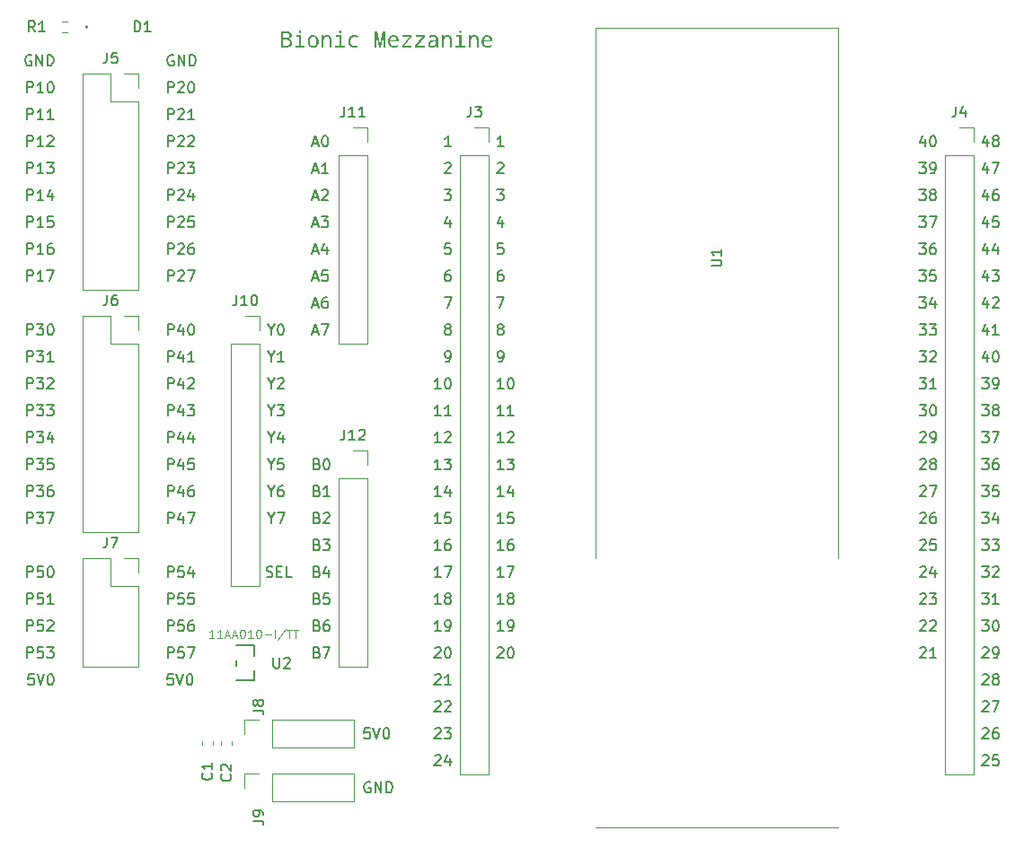
<source format=gbr>
%TF.GenerationSoftware,KiCad,Pcbnew,8.0.4+dfsg-1*%
%TF.CreationDate,2025-01-26T11:43:15+09:00*%
%TF.ProjectId,mezzanine,6d657a7a-616e-4696-9e65-2e6b69636164,1*%
%TF.SameCoordinates,Original*%
%TF.FileFunction,Legend,Top*%
%TF.FilePolarity,Positive*%
%FSLAX46Y46*%
G04 Gerber Fmt 4.6, Leading zero omitted, Abs format (unit mm)*
G04 Created by KiCad (PCBNEW 8.0.4+dfsg-1) date 2025-01-26 11:43:15*
%MOMM*%
%LPD*%
G01*
G04 APERTURE LIST*
%ADD10C,0.150000*%
%ADD11C,0.100000*%
%ADD12C,0.187500*%
%ADD13C,0.120000*%
%ADD14C,0.152400*%
G04 APERTURE END LIST*
D10*
X106930601Y-53128152D02*
X106930601Y-53794819D01*
X106692506Y-52747200D02*
X106454411Y-53461485D01*
X106454411Y-53461485D02*
X107073458Y-53461485D01*
X111890350Y-53128152D02*
X111890350Y-53794819D01*
X111652255Y-52747200D02*
X111414160Y-53461485D01*
X111414160Y-53461485D02*
X112033207Y-53461485D01*
X157134160Y-93530057D02*
X157181779Y-93482438D01*
X157181779Y-93482438D02*
X157277017Y-93434819D01*
X157277017Y-93434819D02*
X157515112Y-93434819D01*
X157515112Y-93434819D02*
X157610350Y-93482438D01*
X157610350Y-93482438D02*
X157657969Y-93530057D01*
X157657969Y-93530057D02*
X157705588Y-93625295D01*
X157705588Y-93625295D02*
X157705588Y-93720533D01*
X157705588Y-93720533D02*
X157657969Y-93863390D01*
X157657969Y-93863390D02*
X157086541Y-94434819D01*
X157086541Y-94434819D02*
X157705588Y-94434819D01*
X158181779Y-94434819D02*
X158372255Y-94434819D01*
X158372255Y-94434819D02*
X158467493Y-94387200D01*
X158467493Y-94387200D02*
X158515112Y-94339580D01*
X158515112Y-94339580D02*
X158610350Y-94196723D01*
X158610350Y-94196723D02*
X158657969Y-94006247D01*
X158657969Y-94006247D02*
X158657969Y-93625295D01*
X158657969Y-93625295D02*
X158610350Y-93530057D01*
X158610350Y-93530057D02*
X158562731Y-93482438D01*
X158562731Y-93482438D02*
X158467493Y-93434819D01*
X158467493Y-93434819D02*
X158277017Y-93434819D01*
X158277017Y-93434819D02*
X158181779Y-93482438D01*
X158181779Y-93482438D02*
X158134160Y-93530057D01*
X158134160Y-93530057D02*
X158086541Y-93625295D01*
X158086541Y-93625295D02*
X158086541Y-93863390D01*
X158086541Y-93863390D02*
X158134160Y-93958628D01*
X158134160Y-93958628D02*
X158181779Y-94006247D01*
X158181779Y-94006247D02*
X158277017Y-94053866D01*
X158277017Y-94053866D02*
X158467493Y-94053866D01*
X158467493Y-94053866D02*
X158562731Y-94006247D01*
X158562731Y-94006247D02*
X158610350Y-93958628D01*
X158610350Y-93958628D02*
X158657969Y-93863390D01*
X151174411Y-55334819D02*
X151793458Y-55334819D01*
X151793458Y-55334819D02*
X151460125Y-55715771D01*
X151460125Y-55715771D02*
X151602982Y-55715771D01*
X151602982Y-55715771D02*
X151698220Y-55763390D01*
X151698220Y-55763390D02*
X151745839Y-55811009D01*
X151745839Y-55811009D02*
X151793458Y-55906247D01*
X151793458Y-55906247D02*
X151793458Y-56144342D01*
X151793458Y-56144342D02*
X151745839Y-56239580D01*
X151745839Y-56239580D02*
X151698220Y-56287200D01*
X151698220Y-56287200D02*
X151602982Y-56334819D01*
X151602982Y-56334819D02*
X151317268Y-56334819D01*
X151317268Y-56334819D02*
X151222030Y-56287200D01*
X151222030Y-56287200D02*
X151174411Y-56239580D01*
X152650601Y-55334819D02*
X152460125Y-55334819D01*
X152460125Y-55334819D02*
X152364887Y-55382438D01*
X152364887Y-55382438D02*
X152317268Y-55430057D01*
X152317268Y-55430057D02*
X152222030Y-55572914D01*
X152222030Y-55572914D02*
X152174411Y-55763390D01*
X152174411Y-55763390D02*
X152174411Y-56144342D01*
X152174411Y-56144342D02*
X152222030Y-56239580D01*
X152222030Y-56239580D02*
X152269649Y-56287200D01*
X152269649Y-56287200D02*
X152364887Y-56334819D01*
X152364887Y-56334819D02*
X152555363Y-56334819D01*
X152555363Y-56334819D02*
X152650601Y-56287200D01*
X152650601Y-56287200D02*
X152698220Y-56239580D01*
X152698220Y-56239580D02*
X152745839Y-56144342D01*
X152745839Y-56144342D02*
X152745839Y-55906247D01*
X152745839Y-55906247D02*
X152698220Y-55811009D01*
X152698220Y-55811009D02*
X152650601Y-55763390D01*
X152650601Y-55763390D02*
X152555363Y-55715771D01*
X152555363Y-55715771D02*
X152364887Y-55715771D01*
X152364887Y-55715771D02*
X152269649Y-55763390D01*
X152269649Y-55763390D02*
X152222030Y-55811009D01*
X152222030Y-55811009D02*
X152174411Y-55906247D01*
X67084649Y-69034819D02*
X67084649Y-68034819D01*
X67084649Y-68034819D02*
X67465601Y-68034819D01*
X67465601Y-68034819D02*
X67560839Y-68082438D01*
X67560839Y-68082438D02*
X67608458Y-68130057D01*
X67608458Y-68130057D02*
X67656077Y-68225295D01*
X67656077Y-68225295D02*
X67656077Y-68368152D01*
X67656077Y-68368152D02*
X67608458Y-68463390D01*
X67608458Y-68463390D02*
X67560839Y-68511009D01*
X67560839Y-68511009D02*
X67465601Y-68558628D01*
X67465601Y-68558628D02*
X67084649Y-68558628D01*
X67989411Y-68034819D02*
X68608458Y-68034819D01*
X68608458Y-68034819D02*
X68275125Y-68415771D01*
X68275125Y-68415771D02*
X68417982Y-68415771D01*
X68417982Y-68415771D02*
X68513220Y-68463390D01*
X68513220Y-68463390D02*
X68560839Y-68511009D01*
X68560839Y-68511009D02*
X68608458Y-68606247D01*
X68608458Y-68606247D02*
X68608458Y-68844342D01*
X68608458Y-68844342D02*
X68560839Y-68939580D01*
X68560839Y-68939580D02*
X68513220Y-68987200D01*
X68513220Y-68987200D02*
X68417982Y-69034819D01*
X68417982Y-69034819D02*
X68132268Y-69034819D01*
X68132268Y-69034819D02*
X68037030Y-68987200D01*
X68037030Y-68987200D02*
X67989411Y-68939580D01*
X68989411Y-68130057D02*
X69037030Y-68082438D01*
X69037030Y-68082438D02*
X69132268Y-68034819D01*
X69132268Y-68034819D02*
X69370363Y-68034819D01*
X69370363Y-68034819D02*
X69465601Y-68082438D01*
X69465601Y-68082438D02*
X69513220Y-68130057D01*
X69513220Y-68130057D02*
X69560839Y-68225295D01*
X69560839Y-68225295D02*
X69560839Y-68320533D01*
X69560839Y-68320533D02*
X69513220Y-68463390D01*
X69513220Y-68463390D02*
X68941792Y-69034819D01*
X68941792Y-69034819D02*
X69560839Y-69034819D01*
X80346779Y-63954819D02*
X80346779Y-62954819D01*
X80346779Y-62954819D02*
X80727731Y-62954819D01*
X80727731Y-62954819D02*
X80822969Y-63002438D01*
X80822969Y-63002438D02*
X80870588Y-63050057D01*
X80870588Y-63050057D02*
X80918207Y-63145295D01*
X80918207Y-63145295D02*
X80918207Y-63288152D01*
X80918207Y-63288152D02*
X80870588Y-63383390D01*
X80870588Y-63383390D02*
X80822969Y-63431009D01*
X80822969Y-63431009D02*
X80727731Y-63478628D01*
X80727731Y-63478628D02*
X80346779Y-63478628D01*
X81775350Y-63288152D02*
X81775350Y-63954819D01*
X81537255Y-62907200D02*
X81299160Y-63621485D01*
X81299160Y-63621485D02*
X81918207Y-63621485D01*
X82489636Y-62954819D02*
X82584874Y-62954819D01*
X82584874Y-62954819D02*
X82680112Y-63002438D01*
X82680112Y-63002438D02*
X82727731Y-63050057D01*
X82727731Y-63050057D02*
X82775350Y-63145295D01*
X82775350Y-63145295D02*
X82822969Y-63335771D01*
X82822969Y-63335771D02*
X82822969Y-63573866D01*
X82822969Y-63573866D02*
X82775350Y-63764342D01*
X82775350Y-63764342D02*
X82727731Y-63859580D01*
X82727731Y-63859580D02*
X82680112Y-63907200D01*
X82680112Y-63907200D02*
X82584874Y-63954819D01*
X82584874Y-63954819D02*
X82489636Y-63954819D01*
X82489636Y-63954819D02*
X82394398Y-63907200D01*
X82394398Y-63907200D02*
X82346779Y-63859580D01*
X82346779Y-63859580D02*
X82299160Y-63764342D01*
X82299160Y-63764342D02*
X82251541Y-63573866D01*
X82251541Y-63573866D02*
X82251541Y-63335771D01*
X82251541Y-63335771D02*
X82299160Y-63145295D01*
X82299160Y-63145295D02*
X82346779Y-63050057D01*
X82346779Y-63050057D02*
X82394398Y-63002438D01*
X82394398Y-63002438D02*
X82489636Y-62954819D01*
X80346779Y-74114819D02*
X80346779Y-73114819D01*
X80346779Y-73114819D02*
X80727731Y-73114819D01*
X80727731Y-73114819D02*
X80822969Y-73162438D01*
X80822969Y-73162438D02*
X80870588Y-73210057D01*
X80870588Y-73210057D02*
X80918207Y-73305295D01*
X80918207Y-73305295D02*
X80918207Y-73448152D01*
X80918207Y-73448152D02*
X80870588Y-73543390D01*
X80870588Y-73543390D02*
X80822969Y-73591009D01*
X80822969Y-73591009D02*
X80727731Y-73638628D01*
X80727731Y-73638628D02*
X80346779Y-73638628D01*
X81775350Y-73448152D02*
X81775350Y-74114819D01*
X81537255Y-73067200D02*
X81299160Y-73781485D01*
X81299160Y-73781485D02*
X81918207Y-73781485D01*
X82727731Y-73448152D02*
X82727731Y-74114819D01*
X82489636Y-73067200D02*
X82251541Y-73781485D01*
X82251541Y-73781485D02*
X82870588Y-73781485D01*
X111890350Y-57874819D02*
X111699874Y-57874819D01*
X111699874Y-57874819D02*
X111604636Y-57922438D01*
X111604636Y-57922438D02*
X111557017Y-57970057D01*
X111557017Y-57970057D02*
X111461779Y-58112914D01*
X111461779Y-58112914D02*
X111414160Y-58303390D01*
X111414160Y-58303390D02*
X111414160Y-58684342D01*
X111414160Y-58684342D02*
X111461779Y-58779580D01*
X111461779Y-58779580D02*
X111509398Y-58827200D01*
X111509398Y-58827200D02*
X111604636Y-58874819D01*
X111604636Y-58874819D02*
X111795112Y-58874819D01*
X111795112Y-58874819D02*
X111890350Y-58827200D01*
X111890350Y-58827200D02*
X111937969Y-58779580D01*
X111937969Y-58779580D02*
X111985588Y-58684342D01*
X111985588Y-58684342D02*
X111985588Y-58446247D01*
X111985588Y-58446247D02*
X111937969Y-58351009D01*
X111937969Y-58351009D02*
X111890350Y-58303390D01*
X111890350Y-58303390D02*
X111795112Y-58255771D01*
X111795112Y-58255771D02*
X111604636Y-58255771D01*
X111604636Y-58255771D02*
X111509398Y-58303390D01*
X111509398Y-58303390D02*
X111461779Y-58351009D01*
X111461779Y-58351009D02*
X111414160Y-58446247D01*
X90087363Y-81258628D02*
X90087363Y-81734819D01*
X89754030Y-80734819D02*
X90087363Y-81258628D01*
X90087363Y-81258628D02*
X90420696Y-80734819D01*
X90658792Y-80734819D02*
X91325458Y-80734819D01*
X91325458Y-80734819D02*
X90896887Y-81734819D01*
X80346779Y-56334819D02*
X80346779Y-55334819D01*
X80346779Y-55334819D02*
X80727731Y-55334819D01*
X80727731Y-55334819D02*
X80822969Y-55382438D01*
X80822969Y-55382438D02*
X80870588Y-55430057D01*
X80870588Y-55430057D02*
X80918207Y-55525295D01*
X80918207Y-55525295D02*
X80918207Y-55668152D01*
X80918207Y-55668152D02*
X80870588Y-55763390D01*
X80870588Y-55763390D02*
X80822969Y-55811009D01*
X80822969Y-55811009D02*
X80727731Y-55858628D01*
X80727731Y-55858628D02*
X80346779Y-55858628D01*
X81299160Y-55430057D02*
X81346779Y-55382438D01*
X81346779Y-55382438D02*
X81442017Y-55334819D01*
X81442017Y-55334819D02*
X81680112Y-55334819D01*
X81680112Y-55334819D02*
X81775350Y-55382438D01*
X81775350Y-55382438D02*
X81822969Y-55430057D01*
X81822969Y-55430057D02*
X81870588Y-55525295D01*
X81870588Y-55525295D02*
X81870588Y-55620533D01*
X81870588Y-55620533D02*
X81822969Y-55763390D01*
X81822969Y-55763390D02*
X81251541Y-56334819D01*
X81251541Y-56334819D02*
X81870588Y-56334819D01*
X82727731Y-55334819D02*
X82537255Y-55334819D01*
X82537255Y-55334819D02*
X82442017Y-55382438D01*
X82442017Y-55382438D02*
X82394398Y-55430057D01*
X82394398Y-55430057D02*
X82299160Y-55572914D01*
X82299160Y-55572914D02*
X82251541Y-55763390D01*
X82251541Y-55763390D02*
X82251541Y-56144342D01*
X82251541Y-56144342D02*
X82299160Y-56239580D01*
X82299160Y-56239580D02*
X82346779Y-56287200D01*
X82346779Y-56287200D02*
X82442017Y-56334819D01*
X82442017Y-56334819D02*
X82632493Y-56334819D01*
X82632493Y-56334819D02*
X82727731Y-56287200D01*
X82727731Y-56287200D02*
X82775350Y-56239580D01*
X82775350Y-56239580D02*
X82822969Y-56144342D01*
X82822969Y-56144342D02*
X82822969Y-55906247D01*
X82822969Y-55906247D02*
X82775350Y-55811009D01*
X82775350Y-55811009D02*
X82727731Y-55763390D01*
X82727731Y-55763390D02*
X82632493Y-55715771D01*
X82632493Y-55715771D02*
X82442017Y-55715771D01*
X82442017Y-55715771D02*
X82346779Y-55763390D01*
X82346779Y-55763390D02*
X82299160Y-55811009D01*
X82299160Y-55811009D02*
X82251541Y-55906247D01*
X106644887Y-63383390D02*
X106549649Y-63335771D01*
X106549649Y-63335771D02*
X106502030Y-63288152D01*
X106502030Y-63288152D02*
X106454411Y-63192914D01*
X106454411Y-63192914D02*
X106454411Y-63145295D01*
X106454411Y-63145295D02*
X106502030Y-63050057D01*
X106502030Y-63050057D02*
X106549649Y-63002438D01*
X106549649Y-63002438D02*
X106644887Y-62954819D01*
X106644887Y-62954819D02*
X106835363Y-62954819D01*
X106835363Y-62954819D02*
X106930601Y-63002438D01*
X106930601Y-63002438D02*
X106978220Y-63050057D01*
X106978220Y-63050057D02*
X107025839Y-63145295D01*
X107025839Y-63145295D02*
X107025839Y-63192914D01*
X107025839Y-63192914D02*
X106978220Y-63288152D01*
X106978220Y-63288152D02*
X106930601Y-63335771D01*
X106930601Y-63335771D02*
X106835363Y-63383390D01*
X106835363Y-63383390D02*
X106644887Y-63383390D01*
X106644887Y-63383390D02*
X106549649Y-63431009D01*
X106549649Y-63431009D02*
X106502030Y-63478628D01*
X106502030Y-63478628D02*
X106454411Y-63573866D01*
X106454411Y-63573866D02*
X106454411Y-63764342D01*
X106454411Y-63764342D02*
X106502030Y-63859580D01*
X106502030Y-63859580D02*
X106549649Y-63907200D01*
X106549649Y-63907200D02*
X106644887Y-63954819D01*
X106644887Y-63954819D02*
X106835363Y-63954819D01*
X106835363Y-63954819D02*
X106930601Y-63907200D01*
X106930601Y-63907200D02*
X106978220Y-63859580D01*
X106978220Y-63859580D02*
X107025839Y-63764342D01*
X107025839Y-63764342D02*
X107025839Y-63573866D01*
X107025839Y-63573866D02*
X106978220Y-63478628D01*
X106978220Y-63478628D02*
X106930601Y-63431009D01*
X106930601Y-63431009D02*
X106835363Y-63383390D01*
X151231056Y-80830057D02*
X151278675Y-80782438D01*
X151278675Y-80782438D02*
X151373913Y-80734819D01*
X151373913Y-80734819D02*
X151612008Y-80734819D01*
X151612008Y-80734819D02*
X151707246Y-80782438D01*
X151707246Y-80782438D02*
X151754865Y-80830057D01*
X151754865Y-80830057D02*
X151802484Y-80925295D01*
X151802484Y-80925295D02*
X151802484Y-81020533D01*
X151802484Y-81020533D02*
X151754865Y-81163390D01*
X151754865Y-81163390D02*
X151183437Y-81734819D01*
X151183437Y-81734819D02*
X151802484Y-81734819D01*
X152659627Y-80734819D02*
X152469151Y-80734819D01*
X152469151Y-80734819D02*
X152373913Y-80782438D01*
X152373913Y-80782438D02*
X152326294Y-80830057D01*
X152326294Y-80830057D02*
X152231056Y-80972914D01*
X152231056Y-80972914D02*
X152183437Y-81163390D01*
X152183437Y-81163390D02*
X152183437Y-81544342D01*
X152183437Y-81544342D02*
X152231056Y-81639580D01*
X152231056Y-81639580D02*
X152278675Y-81687200D01*
X152278675Y-81687200D02*
X152373913Y-81734819D01*
X152373913Y-81734819D02*
X152564389Y-81734819D01*
X152564389Y-81734819D02*
X152659627Y-81687200D01*
X152659627Y-81687200D02*
X152707246Y-81639580D01*
X152707246Y-81639580D02*
X152754865Y-81544342D01*
X152754865Y-81544342D02*
X152754865Y-81306247D01*
X152754865Y-81306247D02*
X152707246Y-81211009D01*
X152707246Y-81211009D02*
X152659627Y-81163390D01*
X152659627Y-81163390D02*
X152564389Y-81115771D01*
X152564389Y-81115771D02*
X152373913Y-81115771D01*
X152373913Y-81115771D02*
X152278675Y-81163390D01*
X152278675Y-81163390D02*
X152231056Y-81211009D01*
X152231056Y-81211009D02*
X152183437Y-81306247D01*
X67084649Y-63954819D02*
X67084649Y-62954819D01*
X67084649Y-62954819D02*
X67465601Y-62954819D01*
X67465601Y-62954819D02*
X67560839Y-63002438D01*
X67560839Y-63002438D02*
X67608458Y-63050057D01*
X67608458Y-63050057D02*
X67656077Y-63145295D01*
X67656077Y-63145295D02*
X67656077Y-63288152D01*
X67656077Y-63288152D02*
X67608458Y-63383390D01*
X67608458Y-63383390D02*
X67560839Y-63431009D01*
X67560839Y-63431009D02*
X67465601Y-63478628D01*
X67465601Y-63478628D02*
X67084649Y-63478628D01*
X67989411Y-62954819D02*
X68608458Y-62954819D01*
X68608458Y-62954819D02*
X68275125Y-63335771D01*
X68275125Y-63335771D02*
X68417982Y-63335771D01*
X68417982Y-63335771D02*
X68513220Y-63383390D01*
X68513220Y-63383390D02*
X68560839Y-63431009D01*
X68560839Y-63431009D02*
X68608458Y-63526247D01*
X68608458Y-63526247D02*
X68608458Y-63764342D01*
X68608458Y-63764342D02*
X68560839Y-63859580D01*
X68560839Y-63859580D02*
X68513220Y-63907200D01*
X68513220Y-63907200D02*
X68417982Y-63954819D01*
X68417982Y-63954819D02*
X68132268Y-63954819D01*
X68132268Y-63954819D02*
X68037030Y-63907200D01*
X68037030Y-63907200D02*
X67989411Y-63859580D01*
X69227506Y-62954819D02*
X69322744Y-62954819D01*
X69322744Y-62954819D02*
X69417982Y-63002438D01*
X69417982Y-63002438D02*
X69465601Y-63050057D01*
X69465601Y-63050057D02*
X69513220Y-63145295D01*
X69513220Y-63145295D02*
X69560839Y-63335771D01*
X69560839Y-63335771D02*
X69560839Y-63573866D01*
X69560839Y-63573866D02*
X69513220Y-63764342D01*
X69513220Y-63764342D02*
X69465601Y-63859580D01*
X69465601Y-63859580D02*
X69417982Y-63907200D01*
X69417982Y-63907200D02*
X69322744Y-63954819D01*
X69322744Y-63954819D02*
X69227506Y-63954819D01*
X69227506Y-63954819D02*
X69132268Y-63907200D01*
X69132268Y-63907200D02*
X69084649Y-63859580D01*
X69084649Y-63859580D02*
X69037030Y-63764342D01*
X69037030Y-63764342D02*
X68989411Y-63573866D01*
X68989411Y-63573866D02*
X68989411Y-63335771D01*
X68989411Y-63335771D02*
X69037030Y-63145295D01*
X69037030Y-63145295D02*
X69084649Y-63050057D01*
X69084649Y-63050057D02*
X69132268Y-63002438D01*
X69132268Y-63002438D02*
X69227506Y-62954819D01*
X67084649Y-86814819D02*
X67084649Y-85814819D01*
X67084649Y-85814819D02*
X67465601Y-85814819D01*
X67465601Y-85814819D02*
X67560839Y-85862438D01*
X67560839Y-85862438D02*
X67608458Y-85910057D01*
X67608458Y-85910057D02*
X67656077Y-86005295D01*
X67656077Y-86005295D02*
X67656077Y-86148152D01*
X67656077Y-86148152D02*
X67608458Y-86243390D01*
X67608458Y-86243390D02*
X67560839Y-86291009D01*
X67560839Y-86291009D02*
X67465601Y-86338628D01*
X67465601Y-86338628D02*
X67084649Y-86338628D01*
X68560839Y-85814819D02*
X68084649Y-85814819D01*
X68084649Y-85814819D02*
X68037030Y-86291009D01*
X68037030Y-86291009D02*
X68084649Y-86243390D01*
X68084649Y-86243390D02*
X68179887Y-86195771D01*
X68179887Y-86195771D02*
X68417982Y-86195771D01*
X68417982Y-86195771D02*
X68513220Y-86243390D01*
X68513220Y-86243390D02*
X68560839Y-86291009D01*
X68560839Y-86291009D02*
X68608458Y-86386247D01*
X68608458Y-86386247D02*
X68608458Y-86624342D01*
X68608458Y-86624342D02*
X68560839Y-86719580D01*
X68560839Y-86719580D02*
X68513220Y-86767200D01*
X68513220Y-86767200D02*
X68417982Y-86814819D01*
X68417982Y-86814819D02*
X68179887Y-86814819D01*
X68179887Y-86814819D02*
X68084649Y-86767200D01*
X68084649Y-86767200D02*
X68037030Y-86719580D01*
X69227506Y-85814819D02*
X69322744Y-85814819D01*
X69322744Y-85814819D02*
X69417982Y-85862438D01*
X69417982Y-85862438D02*
X69465601Y-85910057D01*
X69465601Y-85910057D02*
X69513220Y-86005295D01*
X69513220Y-86005295D02*
X69560839Y-86195771D01*
X69560839Y-86195771D02*
X69560839Y-86433866D01*
X69560839Y-86433866D02*
X69513220Y-86624342D01*
X69513220Y-86624342D02*
X69465601Y-86719580D01*
X69465601Y-86719580D02*
X69417982Y-86767200D01*
X69417982Y-86767200D02*
X69322744Y-86814819D01*
X69322744Y-86814819D02*
X69227506Y-86814819D01*
X69227506Y-86814819D02*
X69132268Y-86767200D01*
X69132268Y-86767200D02*
X69084649Y-86719580D01*
X69084649Y-86719580D02*
X69037030Y-86624342D01*
X69037030Y-86624342D02*
X68989411Y-86433866D01*
X68989411Y-86433866D02*
X68989411Y-86195771D01*
X68989411Y-86195771D02*
X69037030Y-86005295D01*
X69037030Y-86005295D02*
X69084649Y-85910057D01*
X69084649Y-85910057D02*
X69132268Y-85862438D01*
X69132268Y-85862438D02*
X69227506Y-85814819D01*
X80822969Y-95974819D02*
X80346779Y-95974819D01*
X80346779Y-95974819D02*
X80299160Y-96451009D01*
X80299160Y-96451009D02*
X80346779Y-96403390D01*
X80346779Y-96403390D02*
X80442017Y-96355771D01*
X80442017Y-96355771D02*
X80680112Y-96355771D01*
X80680112Y-96355771D02*
X80775350Y-96403390D01*
X80775350Y-96403390D02*
X80822969Y-96451009D01*
X80822969Y-96451009D02*
X80870588Y-96546247D01*
X80870588Y-96546247D02*
X80870588Y-96784342D01*
X80870588Y-96784342D02*
X80822969Y-96879580D01*
X80822969Y-96879580D02*
X80775350Y-96927200D01*
X80775350Y-96927200D02*
X80680112Y-96974819D01*
X80680112Y-96974819D02*
X80442017Y-96974819D01*
X80442017Y-96974819D02*
X80346779Y-96927200D01*
X80346779Y-96927200D02*
X80299160Y-96879580D01*
X81156303Y-95974819D02*
X81489636Y-96974819D01*
X81489636Y-96974819D02*
X81822969Y-95974819D01*
X82346779Y-95974819D02*
X82442017Y-95974819D01*
X82442017Y-95974819D02*
X82537255Y-96022438D01*
X82537255Y-96022438D02*
X82584874Y-96070057D01*
X82584874Y-96070057D02*
X82632493Y-96165295D01*
X82632493Y-96165295D02*
X82680112Y-96355771D01*
X82680112Y-96355771D02*
X82680112Y-96593866D01*
X82680112Y-96593866D02*
X82632493Y-96784342D01*
X82632493Y-96784342D02*
X82584874Y-96879580D01*
X82584874Y-96879580D02*
X82537255Y-96927200D01*
X82537255Y-96927200D02*
X82442017Y-96974819D01*
X82442017Y-96974819D02*
X82346779Y-96974819D01*
X82346779Y-96974819D02*
X82251541Y-96927200D01*
X82251541Y-96927200D02*
X82203922Y-96879580D01*
X82203922Y-96879580D02*
X82156303Y-96784342D01*
X82156303Y-96784342D02*
X82108684Y-96593866D01*
X82108684Y-96593866D02*
X82108684Y-96355771D01*
X82108684Y-96355771D02*
X82156303Y-96165295D01*
X82156303Y-96165295D02*
X82203922Y-96070057D01*
X82203922Y-96070057D02*
X82251541Y-96022438D01*
X82251541Y-96022438D02*
X82346779Y-95974819D01*
X89627125Y-86767200D02*
X89769982Y-86814819D01*
X89769982Y-86814819D02*
X90008077Y-86814819D01*
X90008077Y-86814819D02*
X90103315Y-86767200D01*
X90103315Y-86767200D02*
X90150934Y-86719580D01*
X90150934Y-86719580D02*
X90198553Y-86624342D01*
X90198553Y-86624342D02*
X90198553Y-86529104D01*
X90198553Y-86529104D02*
X90150934Y-86433866D01*
X90150934Y-86433866D02*
X90103315Y-86386247D01*
X90103315Y-86386247D02*
X90008077Y-86338628D01*
X90008077Y-86338628D02*
X89817601Y-86291009D01*
X89817601Y-86291009D02*
X89722363Y-86243390D01*
X89722363Y-86243390D02*
X89674744Y-86195771D01*
X89674744Y-86195771D02*
X89627125Y-86100533D01*
X89627125Y-86100533D02*
X89627125Y-86005295D01*
X89627125Y-86005295D02*
X89674744Y-85910057D01*
X89674744Y-85910057D02*
X89722363Y-85862438D01*
X89722363Y-85862438D02*
X89817601Y-85814819D01*
X89817601Y-85814819D02*
X90055696Y-85814819D01*
X90055696Y-85814819D02*
X90198553Y-85862438D01*
X90627125Y-86291009D02*
X90960458Y-86291009D01*
X91103315Y-86814819D02*
X90627125Y-86814819D01*
X90627125Y-86814819D02*
X90627125Y-85814819D01*
X90627125Y-85814819D02*
X91103315Y-85814819D01*
X92008077Y-86814819D02*
X91531887Y-86814819D01*
X91531887Y-86814819D02*
X91531887Y-85814819D01*
X94396112Y-93911009D02*
X94538969Y-93958628D01*
X94538969Y-93958628D02*
X94586588Y-94006247D01*
X94586588Y-94006247D02*
X94634207Y-94101485D01*
X94634207Y-94101485D02*
X94634207Y-94244342D01*
X94634207Y-94244342D02*
X94586588Y-94339580D01*
X94586588Y-94339580D02*
X94538969Y-94387200D01*
X94538969Y-94387200D02*
X94443731Y-94434819D01*
X94443731Y-94434819D02*
X94062779Y-94434819D01*
X94062779Y-94434819D02*
X94062779Y-93434819D01*
X94062779Y-93434819D02*
X94396112Y-93434819D01*
X94396112Y-93434819D02*
X94491350Y-93482438D01*
X94491350Y-93482438D02*
X94538969Y-93530057D01*
X94538969Y-93530057D02*
X94586588Y-93625295D01*
X94586588Y-93625295D02*
X94586588Y-93720533D01*
X94586588Y-93720533D02*
X94538969Y-93815771D01*
X94538969Y-93815771D02*
X94491350Y-93863390D01*
X94491350Y-93863390D02*
X94396112Y-93911009D01*
X94396112Y-93911009D02*
X94062779Y-93911009D01*
X94967541Y-93434819D02*
X95634207Y-93434819D01*
X95634207Y-93434819D02*
X95205636Y-94434819D01*
X151174411Y-57874819D02*
X151793458Y-57874819D01*
X151793458Y-57874819D02*
X151460125Y-58255771D01*
X151460125Y-58255771D02*
X151602982Y-58255771D01*
X151602982Y-58255771D02*
X151698220Y-58303390D01*
X151698220Y-58303390D02*
X151745839Y-58351009D01*
X151745839Y-58351009D02*
X151793458Y-58446247D01*
X151793458Y-58446247D02*
X151793458Y-58684342D01*
X151793458Y-58684342D02*
X151745839Y-58779580D01*
X151745839Y-58779580D02*
X151698220Y-58827200D01*
X151698220Y-58827200D02*
X151602982Y-58874819D01*
X151602982Y-58874819D02*
X151317268Y-58874819D01*
X151317268Y-58874819D02*
X151222030Y-58827200D01*
X151222030Y-58827200D02*
X151174411Y-58779580D01*
X152698220Y-57874819D02*
X152222030Y-57874819D01*
X152222030Y-57874819D02*
X152174411Y-58351009D01*
X152174411Y-58351009D02*
X152222030Y-58303390D01*
X152222030Y-58303390D02*
X152317268Y-58255771D01*
X152317268Y-58255771D02*
X152555363Y-58255771D01*
X152555363Y-58255771D02*
X152650601Y-58303390D01*
X152650601Y-58303390D02*
X152698220Y-58351009D01*
X152698220Y-58351009D02*
X152745839Y-58446247D01*
X152745839Y-58446247D02*
X152745839Y-58684342D01*
X152745839Y-58684342D02*
X152698220Y-58779580D01*
X152698220Y-58779580D02*
X152650601Y-58827200D01*
X152650601Y-58827200D02*
X152555363Y-58874819D01*
X152555363Y-58874819D02*
X152317268Y-58874819D01*
X152317268Y-58874819D02*
X152222030Y-58827200D01*
X152222030Y-58827200D02*
X152174411Y-58779580D01*
X111937969Y-55334819D02*
X111461779Y-55334819D01*
X111461779Y-55334819D02*
X111414160Y-55811009D01*
X111414160Y-55811009D02*
X111461779Y-55763390D01*
X111461779Y-55763390D02*
X111557017Y-55715771D01*
X111557017Y-55715771D02*
X111795112Y-55715771D01*
X111795112Y-55715771D02*
X111890350Y-55763390D01*
X111890350Y-55763390D02*
X111937969Y-55811009D01*
X111937969Y-55811009D02*
X111985588Y-55906247D01*
X111985588Y-55906247D02*
X111985588Y-56144342D01*
X111985588Y-56144342D02*
X111937969Y-56239580D01*
X111937969Y-56239580D02*
X111890350Y-56287200D01*
X111890350Y-56287200D02*
X111795112Y-56334819D01*
X111795112Y-56334819D02*
X111557017Y-56334819D01*
X111557017Y-56334819D02*
X111461779Y-56287200D01*
X111461779Y-56287200D02*
X111414160Y-56239580D01*
X111985588Y-84274819D02*
X111414160Y-84274819D01*
X111699874Y-84274819D02*
X111699874Y-83274819D01*
X111699874Y-83274819D02*
X111604636Y-83417676D01*
X111604636Y-83417676D02*
X111509398Y-83512914D01*
X111509398Y-83512914D02*
X111414160Y-83560533D01*
X112842731Y-83274819D02*
X112652255Y-83274819D01*
X112652255Y-83274819D02*
X112557017Y-83322438D01*
X112557017Y-83322438D02*
X112509398Y-83370057D01*
X112509398Y-83370057D02*
X112414160Y-83512914D01*
X112414160Y-83512914D02*
X112366541Y-83703390D01*
X112366541Y-83703390D02*
X112366541Y-84084342D01*
X112366541Y-84084342D02*
X112414160Y-84179580D01*
X112414160Y-84179580D02*
X112461779Y-84227200D01*
X112461779Y-84227200D02*
X112557017Y-84274819D01*
X112557017Y-84274819D02*
X112747493Y-84274819D01*
X112747493Y-84274819D02*
X112842731Y-84227200D01*
X112842731Y-84227200D02*
X112890350Y-84179580D01*
X112890350Y-84179580D02*
X112937969Y-84084342D01*
X112937969Y-84084342D02*
X112937969Y-83846247D01*
X112937969Y-83846247D02*
X112890350Y-83751009D01*
X112890350Y-83751009D02*
X112842731Y-83703390D01*
X112842731Y-83703390D02*
X112747493Y-83655771D01*
X112747493Y-83655771D02*
X112557017Y-83655771D01*
X112557017Y-83655771D02*
X112461779Y-83703390D01*
X112461779Y-83703390D02*
X112414160Y-83751009D01*
X112414160Y-83751009D02*
X112366541Y-83846247D01*
X67084649Y-74114819D02*
X67084649Y-73114819D01*
X67084649Y-73114819D02*
X67465601Y-73114819D01*
X67465601Y-73114819D02*
X67560839Y-73162438D01*
X67560839Y-73162438D02*
X67608458Y-73210057D01*
X67608458Y-73210057D02*
X67656077Y-73305295D01*
X67656077Y-73305295D02*
X67656077Y-73448152D01*
X67656077Y-73448152D02*
X67608458Y-73543390D01*
X67608458Y-73543390D02*
X67560839Y-73591009D01*
X67560839Y-73591009D02*
X67465601Y-73638628D01*
X67465601Y-73638628D02*
X67084649Y-73638628D01*
X67989411Y-73114819D02*
X68608458Y-73114819D01*
X68608458Y-73114819D02*
X68275125Y-73495771D01*
X68275125Y-73495771D02*
X68417982Y-73495771D01*
X68417982Y-73495771D02*
X68513220Y-73543390D01*
X68513220Y-73543390D02*
X68560839Y-73591009D01*
X68560839Y-73591009D02*
X68608458Y-73686247D01*
X68608458Y-73686247D02*
X68608458Y-73924342D01*
X68608458Y-73924342D02*
X68560839Y-74019580D01*
X68560839Y-74019580D02*
X68513220Y-74067200D01*
X68513220Y-74067200D02*
X68417982Y-74114819D01*
X68417982Y-74114819D02*
X68132268Y-74114819D01*
X68132268Y-74114819D02*
X68037030Y-74067200D01*
X68037030Y-74067200D02*
X67989411Y-74019580D01*
X69465601Y-73448152D02*
X69465601Y-74114819D01*
X69227506Y-73067200D02*
X68989411Y-73781485D01*
X68989411Y-73781485D02*
X69608458Y-73781485D01*
X111985588Y-79194819D02*
X111414160Y-79194819D01*
X111699874Y-79194819D02*
X111699874Y-78194819D01*
X111699874Y-78194819D02*
X111604636Y-78337676D01*
X111604636Y-78337676D02*
X111509398Y-78432914D01*
X111509398Y-78432914D02*
X111414160Y-78480533D01*
X112842731Y-78528152D02*
X112842731Y-79194819D01*
X112604636Y-78147200D02*
X112366541Y-78861485D01*
X112366541Y-78861485D02*
X112985588Y-78861485D01*
X94396112Y-76131009D02*
X94538969Y-76178628D01*
X94538969Y-76178628D02*
X94586588Y-76226247D01*
X94586588Y-76226247D02*
X94634207Y-76321485D01*
X94634207Y-76321485D02*
X94634207Y-76464342D01*
X94634207Y-76464342D02*
X94586588Y-76559580D01*
X94586588Y-76559580D02*
X94538969Y-76607200D01*
X94538969Y-76607200D02*
X94443731Y-76654819D01*
X94443731Y-76654819D02*
X94062779Y-76654819D01*
X94062779Y-76654819D02*
X94062779Y-75654819D01*
X94062779Y-75654819D02*
X94396112Y-75654819D01*
X94396112Y-75654819D02*
X94491350Y-75702438D01*
X94491350Y-75702438D02*
X94538969Y-75750057D01*
X94538969Y-75750057D02*
X94586588Y-75845295D01*
X94586588Y-75845295D02*
X94586588Y-75940533D01*
X94586588Y-75940533D02*
X94538969Y-76035771D01*
X94538969Y-76035771D02*
X94491350Y-76083390D01*
X94491350Y-76083390D02*
X94396112Y-76131009D01*
X94396112Y-76131009D02*
X94062779Y-76131009D01*
X95253255Y-75654819D02*
X95348493Y-75654819D01*
X95348493Y-75654819D02*
X95443731Y-75702438D01*
X95443731Y-75702438D02*
X95491350Y-75750057D01*
X95491350Y-75750057D02*
X95538969Y-75845295D01*
X95538969Y-75845295D02*
X95586588Y-76035771D01*
X95586588Y-76035771D02*
X95586588Y-76273866D01*
X95586588Y-76273866D02*
X95538969Y-76464342D01*
X95538969Y-76464342D02*
X95491350Y-76559580D01*
X95491350Y-76559580D02*
X95443731Y-76607200D01*
X95443731Y-76607200D02*
X95348493Y-76654819D01*
X95348493Y-76654819D02*
X95253255Y-76654819D01*
X95253255Y-76654819D02*
X95158017Y-76607200D01*
X95158017Y-76607200D02*
X95110398Y-76559580D01*
X95110398Y-76559580D02*
X95062779Y-76464342D01*
X95062779Y-76464342D02*
X95015160Y-76273866D01*
X95015160Y-76273866D02*
X95015160Y-76035771D01*
X95015160Y-76035771D02*
X95062779Y-75845295D01*
X95062779Y-75845295D02*
X95110398Y-75750057D01*
X95110398Y-75750057D02*
X95158017Y-75702438D01*
X95158017Y-75702438D02*
X95253255Y-75654819D01*
X80346779Y-53794819D02*
X80346779Y-52794819D01*
X80346779Y-52794819D02*
X80727731Y-52794819D01*
X80727731Y-52794819D02*
X80822969Y-52842438D01*
X80822969Y-52842438D02*
X80870588Y-52890057D01*
X80870588Y-52890057D02*
X80918207Y-52985295D01*
X80918207Y-52985295D02*
X80918207Y-53128152D01*
X80918207Y-53128152D02*
X80870588Y-53223390D01*
X80870588Y-53223390D02*
X80822969Y-53271009D01*
X80822969Y-53271009D02*
X80727731Y-53318628D01*
X80727731Y-53318628D02*
X80346779Y-53318628D01*
X81299160Y-52890057D02*
X81346779Y-52842438D01*
X81346779Y-52842438D02*
X81442017Y-52794819D01*
X81442017Y-52794819D02*
X81680112Y-52794819D01*
X81680112Y-52794819D02*
X81775350Y-52842438D01*
X81775350Y-52842438D02*
X81822969Y-52890057D01*
X81822969Y-52890057D02*
X81870588Y-52985295D01*
X81870588Y-52985295D02*
X81870588Y-53080533D01*
X81870588Y-53080533D02*
X81822969Y-53223390D01*
X81822969Y-53223390D02*
X81251541Y-53794819D01*
X81251541Y-53794819D02*
X81870588Y-53794819D01*
X82775350Y-52794819D02*
X82299160Y-52794819D01*
X82299160Y-52794819D02*
X82251541Y-53271009D01*
X82251541Y-53271009D02*
X82299160Y-53223390D01*
X82299160Y-53223390D02*
X82394398Y-53175771D01*
X82394398Y-53175771D02*
X82632493Y-53175771D01*
X82632493Y-53175771D02*
X82727731Y-53223390D01*
X82727731Y-53223390D02*
X82775350Y-53271009D01*
X82775350Y-53271009D02*
X82822969Y-53366247D01*
X82822969Y-53366247D02*
X82822969Y-53604342D01*
X82822969Y-53604342D02*
X82775350Y-53699580D01*
X82775350Y-53699580D02*
X82727731Y-53747200D01*
X82727731Y-53747200D02*
X82632493Y-53794819D01*
X82632493Y-53794819D02*
X82394398Y-53794819D01*
X82394398Y-53794819D02*
X82299160Y-53747200D01*
X82299160Y-53747200D02*
X82251541Y-53699580D01*
X106073458Y-89354819D02*
X105502030Y-89354819D01*
X105787744Y-89354819D02*
X105787744Y-88354819D01*
X105787744Y-88354819D02*
X105692506Y-88497676D01*
X105692506Y-88497676D02*
X105597268Y-88592914D01*
X105597268Y-88592914D02*
X105502030Y-88640533D01*
X106644887Y-88783390D02*
X106549649Y-88735771D01*
X106549649Y-88735771D02*
X106502030Y-88688152D01*
X106502030Y-88688152D02*
X106454411Y-88592914D01*
X106454411Y-88592914D02*
X106454411Y-88545295D01*
X106454411Y-88545295D02*
X106502030Y-88450057D01*
X106502030Y-88450057D02*
X106549649Y-88402438D01*
X106549649Y-88402438D02*
X106644887Y-88354819D01*
X106644887Y-88354819D02*
X106835363Y-88354819D01*
X106835363Y-88354819D02*
X106930601Y-88402438D01*
X106930601Y-88402438D02*
X106978220Y-88450057D01*
X106978220Y-88450057D02*
X107025839Y-88545295D01*
X107025839Y-88545295D02*
X107025839Y-88592914D01*
X107025839Y-88592914D02*
X106978220Y-88688152D01*
X106978220Y-88688152D02*
X106930601Y-88735771D01*
X106930601Y-88735771D02*
X106835363Y-88783390D01*
X106835363Y-88783390D02*
X106644887Y-88783390D01*
X106644887Y-88783390D02*
X106549649Y-88831009D01*
X106549649Y-88831009D02*
X106502030Y-88878628D01*
X106502030Y-88878628D02*
X106454411Y-88973866D01*
X106454411Y-88973866D02*
X106454411Y-89164342D01*
X106454411Y-89164342D02*
X106502030Y-89259580D01*
X106502030Y-89259580D02*
X106549649Y-89307200D01*
X106549649Y-89307200D02*
X106644887Y-89354819D01*
X106644887Y-89354819D02*
X106835363Y-89354819D01*
X106835363Y-89354819D02*
X106930601Y-89307200D01*
X106930601Y-89307200D02*
X106978220Y-89259580D01*
X106978220Y-89259580D02*
X107025839Y-89164342D01*
X107025839Y-89164342D02*
X107025839Y-88973866D01*
X107025839Y-88973866D02*
X106978220Y-88878628D01*
X106978220Y-88878628D02*
X106930601Y-88831009D01*
X106930601Y-88831009D02*
X106835363Y-88783390D01*
X80346779Y-41094819D02*
X80346779Y-40094819D01*
X80346779Y-40094819D02*
X80727731Y-40094819D01*
X80727731Y-40094819D02*
X80822969Y-40142438D01*
X80822969Y-40142438D02*
X80870588Y-40190057D01*
X80870588Y-40190057D02*
X80918207Y-40285295D01*
X80918207Y-40285295D02*
X80918207Y-40428152D01*
X80918207Y-40428152D02*
X80870588Y-40523390D01*
X80870588Y-40523390D02*
X80822969Y-40571009D01*
X80822969Y-40571009D02*
X80727731Y-40618628D01*
X80727731Y-40618628D02*
X80346779Y-40618628D01*
X81299160Y-40190057D02*
X81346779Y-40142438D01*
X81346779Y-40142438D02*
X81442017Y-40094819D01*
X81442017Y-40094819D02*
X81680112Y-40094819D01*
X81680112Y-40094819D02*
X81775350Y-40142438D01*
X81775350Y-40142438D02*
X81822969Y-40190057D01*
X81822969Y-40190057D02*
X81870588Y-40285295D01*
X81870588Y-40285295D02*
X81870588Y-40380533D01*
X81870588Y-40380533D02*
X81822969Y-40523390D01*
X81822969Y-40523390D02*
X81251541Y-41094819D01*
X81251541Y-41094819D02*
X81870588Y-41094819D01*
X82489636Y-40094819D02*
X82584874Y-40094819D01*
X82584874Y-40094819D02*
X82680112Y-40142438D01*
X82680112Y-40142438D02*
X82727731Y-40190057D01*
X82727731Y-40190057D02*
X82775350Y-40285295D01*
X82775350Y-40285295D02*
X82822969Y-40475771D01*
X82822969Y-40475771D02*
X82822969Y-40713866D01*
X82822969Y-40713866D02*
X82775350Y-40904342D01*
X82775350Y-40904342D02*
X82727731Y-40999580D01*
X82727731Y-40999580D02*
X82680112Y-41047200D01*
X82680112Y-41047200D02*
X82584874Y-41094819D01*
X82584874Y-41094819D02*
X82489636Y-41094819D01*
X82489636Y-41094819D02*
X82394398Y-41047200D01*
X82394398Y-41047200D02*
X82346779Y-40999580D01*
X82346779Y-40999580D02*
X82299160Y-40904342D01*
X82299160Y-40904342D02*
X82251541Y-40713866D01*
X82251541Y-40713866D02*
X82251541Y-40475771D01*
X82251541Y-40475771D02*
X82299160Y-40285295D01*
X82299160Y-40285295D02*
X82346779Y-40190057D01*
X82346779Y-40190057D02*
X82394398Y-40142438D01*
X82394398Y-40142438D02*
X82489636Y-40094819D01*
X67084649Y-76654819D02*
X67084649Y-75654819D01*
X67084649Y-75654819D02*
X67465601Y-75654819D01*
X67465601Y-75654819D02*
X67560839Y-75702438D01*
X67560839Y-75702438D02*
X67608458Y-75750057D01*
X67608458Y-75750057D02*
X67656077Y-75845295D01*
X67656077Y-75845295D02*
X67656077Y-75988152D01*
X67656077Y-75988152D02*
X67608458Y-76083390D01*
X67608458Y-76083390D02*
X67560839Y-76131009D01*
X67560839Y-76131009D02*
X67465601Y-76178628D01*
X67465601Y-76178628D02*
X67084649Y-76178628D01*
X67989411Y-75654819D02*
X68608458Y-75654819D01*
X68608458Y-75654819D02*
X68275125Y-76035771D01*
X68275125Y-76035771D02*
X68417982Y-76035771D01*
X68417982Y-76035771D02*
X68513220Y-76083390D01*
X68513220Y-76083390D02*
X68560839Y-76131009D01*
X68560839Y-76131009D02*
X68608458Y-76226247D01*
X68608458Y-76226247D02*
X68608458Y-76464342D01*
X68608458Y-76464342D02*
X68560839Y-76559580D01*
X68560839Y-76559580D02*
X68513220Y-76607200D01*
X68513220Y-76607200D02*
X68417982Y-76654819D01*
X68417982Y-76654819D02*
X68132268Y-76654819D01*
X68132268Y-76654819D02*
X68037030Y-76607200D01*
X68037030Y-76607200D02*
X67989411Y-76559580D01*
X69513220Y-75654819D02*
X69037030Y-75654819D01*
X69037030Y-75654819D02*
X68989411Y-76131009D01*
X68989411Y-76131009D02*
X69037030Y-76083390D01*
X69037030Y-76083390D02*
X69132268Y-76035771D01*
X69132268Y-76035771D02*
X69370363Y-76035771D01*
X69370363Y-76035771D02*
X69465601Y-76083390D01*
X69465601Y-76083390D02*
X69513220Y-76131009D01*
X69513220Y-76131009D02*
X69560839Y-76226247D01*
X69560839Y-76226247D02*
X69560839Y-76464342D01*
X69560839Y-76464342D02*
X69513220Y-76559580D01*
X69513220Y-76559580D02*
X69465601Y-76607200D01*
X69465601Y-76607200D02*
X69370363Y-76654819D01*
X69370363Y-76654819D02*
X69132268Y-76654819D01*
X69132268Y-76654819D02*
X69037030Y-76607200D01*
X69037030Y-76607200D02*
X68989411Y-76559580D01*
X67084649Y-91894819D02*
X67084649Y-90894819D01*
X67084649Y-90894819D02*
X67465601Y-90894819D01*
X67465601Y-90894819D02*
X67560839Y-90942438D01*
X67560839Y-90942438D02*
X67608458Y-90990057D01*
X67608458Y-90990057D02*
X67656077Y-91085295D01*
X67656077Y-91085295D02*
X67656077Y-91228152D01*
X67656077Y-91228152D02*
X67608458Y-91323390D01*
X67608458Y-91323390D02*
X67560839Y-91371009D01*
X67560839Y-91371009D02*
X67465601Y-91418628D01*
X67465601Y-91418628D02*
X67084649Y-91418628D01*
X68560839Y-90894819D02*
X68084649Y-90894819D01*
X68084649Y-90894819D02*
X68037030Y-91371009D01*
X68037030Y-91371009D02*
X68084649Y-91323390D01*
X68084649Y-91323390D02*
X68179887Y-91275771D01*
X68179887Y-91275771D02*
X68417982Y-91275771D01*
X68417982Y-91275771D02*
X68513220Y-91323390D01*
X68513220Y-91323390D02*
X68560839Y-91371009D01*
X68560839Y-91371009D02*
X68608458Y-91466247D01*
X68608458Y-91466247D02*
X68608458Y-91704342D01*
X68608458Y-91704342D02*
X68560839Y-91799580D01*
X68560839Y-91799580D02*
X68513220Y-91847200D01*
X68513220Y-91847200D02*
X68417982Y-91894819D01*
X68417982Y-91894819D02*
X68179887Y-91894819D01*
X68179887Y-91894819D02*
X68084649Y-91847200D01*
X68084649Y-91847200D02*
X68037030Y-91799580D01*
X68989411Y-90990057D02*
X69037030Y-90942438D01*
X69037030Y-90942438D02*
X69132268Y-90894819D01*
X69132268Y-90894819D02*
X69370363Y-90894819D01*
X69370363Y-90894819D02*
X69465601Y-90942438D01*
X69465601Y-90942438D02*
X69513220Y-90990057D01*
X69513220Y-90990057D02*
X69560839Y-91085295D01*
X69560839Y-91085295D02*
X69560839Y-91180533D01*
X69560839Y-91180533D02*
X69513220Y-91323390D01*
X69513220Y-91323390D02*
X68941792Y-91894819D01*
X68941792Y-91894819D02*
X69560839Y-91894819D01*
X157610350Y-50588152D02*
X157610350Y-51254819D01*
X157372255Y-50207200D02*
X157134160Y-50921485D01*
X157134160Y-50921485D02*
X157753207Y-50921485D01*
X158562731Y-50254819D02*
X158372255Y-50254819D01*
X158372255Y-50254819D02*
X158277017Y-50302438D01*
X158277017Y-50302438D02*
X158229398Y-50350057D01*
X158229398Y-50350057D02*
X158134160Y-50492914D01*
X158134160Y-50492914D02*
X158086541Y-50683390D01*
X158086541Y-50683390D02*
X158086541Y-51064342D01*
X158086541Y-51064342D02*
X158134160Y-51159580D01*
X158134160Y-51159580D02*
X158181779Y-51207200D01*
X158181779Y-51207200D02*
X158277017Y-51254819D01*
X158277017Y-51254819D02*
X158467493Y-51254819D01*
X158467493Y-51254819D02*
X158562731Y-51207200D01*
X158562731Y-51207200D02*
X158610350Y-51159580D01*
X158610350Y-51159580D02*
X158657969Y-51064342D01*
X158657969Y-51064342D02*
X158657969Y-50826247D01*
X158657969Y-50826247D02*
X158610350Y-50731009D01*
X158610350Y-50731009D02*
X158562731Y-50683390D01*
X158562731Y-50683390D02*
X158467493Y-50635771D01*
X158467493Y-50635771D02*
X158277017Y-50635771D01*
X158277017Y-50635771D02*
X158181779Y-50683390D01*
X158181779Y-50683390D02*
X158134160Y-50731009D01*
X158134160Y-50731009D02*
X158086541Y-50826247D01*
X106073458Y-69034819D02*
X105502030Y-69034819D01*
X105787744Y-69034819D02*
X105787744Y-68034819D01*
X105787744Y-68034819D02*
X105692506Y-68177676D01*
X105692506Y-68177676D02*
X105597268Y-68272914D01*
X105597268Y-68272914D02*
X105502030Y-68320533D01*
X106692506Y-68034819D02*
X106787744Y-68034819D01*
X106787744Y-68034819D02*
X106882982Y-68082438D01*
X106882982Y-68082438D02*
X106930601Y-68130057D01*
X106930601Y-68130057D02*
X106978220Y-68225295D01*
X106978220Y-68225295D02*
X107025839Y-68415771D01*
X107025839Y-68415771D02*
X107025839Y-68653866D01*
X107025839Y-68653866D02*
X106978220Y-68844342D01*
X106978220Y-68844342D02*
X106930601Y-68939580D01*
X106930601Y-68939580D02*
X106882982Y-68987200D01*
X106882982Y-68987200D02*
X106787744Y-69034819D01*
X106787744Y-69034819D02*
X106692506Y-69034819D01*
X106692506Y-69034819D02*
X106597268Y-68987200D01*
X106597268Y-68987200D02*
X106549649Y-68939580D01*
X106549649Y-68939580D02*
X106502030Y-68844342D01*
X106502030Y-68844342D02*
X106454411Y-68653866D01*
X106454411Y-68653866D02*
X106454411Y-68415771D01*
X106454411Y-68415771D02*
X106502030Y-68225295D01*
X106502030Y-68225295D02*
X106549649Y-68130057D01*
X106549649Y-68130057D02*
X106597268Y-68082438D01*
X106597268Y-68082438D02*
X106692506Y-68034819D01*
X111366541Y-50254819D02*
X111985588Y-50254819D01*
X111985588Y-50254819D02*
X111652255Y-50635771D01*
X111652255Y-50635771D02*
X111795112Y-50635771D01*
X111795112Y-50635771D02*
X111890350Y-50683390D01*
X111890350Y-50683390D02*
X111937969Y-50731009D01*
X111937969Y-50731009D02*
X111985588Y-50826247D01*
X111985588Y-50826247D02*
X111985588Y-51064342D01*
X111985588Y-51064342D02*
X111937969Y-51159580D01*
X111937969Y-51159580D02*
X111890350Y-51207200D01*
X111890350Y-51207200D02*
X111795112Y-51254819D01*
X111795112Y-51254819D02*
X111509398Y-51254819D01*
X111509398Y-51254819D02*
X111414160Y-51207200D01*
X111414160Y-51207200D02*
X111366541Y-51159580D01*
X105502030Y-98610057D02*
X105549649Y-98562438D01*
X105549649Y-98562438D02*
X105644887Y-98514819D01*
X105644887Y-98514819D02*
X105882982Y-98514819D01*
X105882982Y-98514819D02*
X105978220Y-98562438D01*
X105978220Y-98562438D02*
X106025839Y-98610057D01*
X106025839Y-98610057D02*
X106073458Y-98705295D01*
X106073458Y-98705295D02*
X106073458Y-98800533D01*
X106073458Y-98800533D02*
X106025839Y-98943390D01*
X106025839Y-98943390D02*
X105454411Y-99514819D01*
X105454411Y-99514819D02*
X106073458Y-99514819D01*
X106454411Y-98610057D02*
X106502030Y-98562438D01*
X106502030Y-98562438D02*
X106597268Y-98514819D01*
X106597268Y-98514819D02*
X106835363Y-98514819D01*
X106835363Y-98514819D02*
X106930601Y-98562438D01*
X106930601Y-98562438D02*
X106978220Y-98610057D01*
X106978220Y-98610057D02*
X107025839Y-98705295D01*
X107025839Y-98705295D02*
X107025839Y-98800533D01*
X107025839Y-98800533D02*
X106978220Y-98943390D01*
X106978220Y-98943390D02*
X106406792Y-99514819D01*
X106406792Y-99514819D02*
X107025839Y-99514819D01*
X157134160Y-98610057D02*
X157181779Y-98562438D01*
X157181779Y-98562438D02*
X157277017Y-98514819D01*
X157277017Y-98514819D02*
X157515112Y-98514819D01*
X157515112Y-98514819D02*
X157610350Y-98562438D01*
X157610350Y-98562438D02*
X157657969Y-98610057D01*
X157657969Y-98610057D02*
X157705588Y-98705295D01*
X157705588Y-98705295D02*
X157705588Y-98800533D01*
X157705588Y-98800533D02*
X157657969Y-98943390D01*
X157657969Y-98943390D02*
X157086541Y-99514819D01*
X157086541Y-99514819D02*
X157705588Y-99514819D01*
X158038922Y-98514819D02*
X158705588Y-98514819D01*
X158705588Y-98514819D02*
X158277017Y-99514819D01*
X111985588Y-71574819D02*
X111414160Y-71574819D01*
X111699874Y-71574819D02*
X111699874Y-70574819D01*
X111699874Y-70574819D02*
X111604636Y-70717676D01*
X111604636Y-70717676D02*
X111509398Y-70812914D01*
X111509398Y-70812914D02*
X111414160Y-70860533D01*
X112937969Y-71574819D02*
X112366541Y-71574819D01*
X112652255Y-71574819D02*
X112652255Y-70574819D01*
X112652255Y-70574819D02*
X112557017Y-70717676D01*
X112557017Y-70717676D02*
X112461779Y-70812914D01*
X112461779Y-70812914D02*
X112366541Y-70860533D01*
X157134160Y-103690057D02*
X157181779Y-103642438D01*
X157181779Y-103642438D02*
X157277017Y-103594819D01*
X157277017Y-103594819D02*
X157515112Y-103594819D01*
X157515112Y-103594819D02*
X157610350Y-103642438D01*
X157610350Y-103642438D02*
X157657969Y-103690057D01*
X157657969Y-103690057D02*
X157705588Y-103785295D01*
X157705588Y-103785295D02*
X157705588Y-103880533D01*
X157705588Y-103880533D02*
X157657969Y-104023390D01*
X157657969Y-104023390D02*
X157086541Y-104594819D01*
X157086541Y-104594819D02*
X157705588Y-104594819D01*
X158610350Y-103594819D02*
X158134160Y-103594819D01*
X158134160Y-103594819D02*
X158086541Y-104071009D01*
X158086541Y-104071009D02*
X158134160Y-104023390D01*
X158134160Y-104023390D02*
X158229398Y-103975771D01*
X158229398Y-103975771D02*
X158467493Y-103975771D01*
X158467493Y-103975771D02*
X158562731Y-104023390D01*
X158562731Y-104023390D02*
X158610350Y-104071009D01*
X158610350Y-104071009D02*
X158657969Y-104166247D01*
X158657969Y-104166247D02*
X158657969Y-104404342D01*
X158657969Y-104404342D02*
X158610350Y-104499580D01*
X158610350Y-104499580D02*
X158562731Y-104547200D01*
X158562731Y-104547200D02*
X158467493Y-104594819D01*
X158467493Y-104594819D02*
X158229398Y-104594819D01*
X158229398Y-104594819D02*
X158134160Y-104547200D01*
X158134160Y-104547200D02*
X158086541Y-104499580D01*
D11*
X84696761Y-92566895D02*
X84239618Y-92566895D01*
X84468190Y-92566895D02*
X84468190Y-91766895D01*
X84468190Y-91766895D02*
X84391999Y-91881180D01*
X84391999Y-91881180D02*
X84315809Y-91957371D01*
X84315809Y-91957371D02*
X84239618Y-91995466D01*
X85458666Y-92566895D02*
X85001523Y-92566895D01*
X85230095Y-92566895D02*
X85230095Y-91766895D01*
X85230095Y-91766895D02*
X85153904Y-91881180D01*
X85153904Y-91881180D02*
X85077714Y-91957371D01*
X85077714Y-91957371D02*
X85001523Y-91995466D01*
X85763428Y-92338323D02*
X86144381Y-92338323D01*
X85687238Y-92566895D02*
X85953905Y-91766895D01*
X85953905Y-91766895D02*
X86220571Y-92566895D01*
X86449142Y-92338323D02*
X86830095Y-92338323D01*
X86372952Y-92566895D02*
X86639619Y-91766895D01*
X86639619Y-91766895D02*
X86906285Y-92566895D01*
X87325333Y-91766895D02*
X87401523Y-91766895D01*
X87401523Y-91766895D02*
X87477714Y-91804990D01*
X87477714Y-91804990D02*
X87515809Y-91843085D01*
X87515809Y-91843085D02*
X87553904Y-91919276D01*
X87553904Y-91919276D02*
X87591999Y-92071657D01*
X87591999Y-92071657D02*
X87591999Y-92262133D01*
X87591999Y-92262133D02*
X87553904Y-92414514D01*
X87553904Y-92414514D02*
X87515809Y-92490704D01*
X87515809Y-92490704D02*
X87477714Y-92528800D01*
X87477714Y-92528800D02*
X87401523Y-92566895D01*
X87401523Y-92566895D02*
X87325333Y-92566895D01*
X87325333Y-92566895D02*
X87249142Y-92528800D01*
X87249142Y-92528800D02*
X87211047Y-92490704D01*
X87211047Y-92490704D02*
X87172952Y-92414514D01*
X87172952Y-92414514D02*
X87134856Y-92262133D01*
X87134856Y-92262133D02*
X87134856Y-92071657D01*
X87134856Y-92071657D02*
X87172952Y-91919276D01*
X87172952Y-91919276D02*
X87211047Y-91843085D01*
X87211047Y-91843085D02*
X87249142Y-91804990D01*
X87249142Y-91804990D02*
X87325333Y-91766895D01*
X88353904Y-92566895D02*
X87896761Y-92566895D01*
X88125333Y-92566895D02*
X88125333Y-91766895D01*
X88125333Y-91766895D02*
X88049142Y-91881180D01*
X88049142Y-91881180D02*
X87972952Y-91957371D01*
X87972952Y-91957371D02*
X87896761Y-91995466D01*
X88849143Y-91766895D02*
X88925333Y-91766895D01*
X88925333Y-91766895D02*
X89001524Y-91804990D01*
X89001524Y-91804990D02*
X89039619Y-91843085D01*
X89039619Y-91843085D02*
X89077714Y-91919276D01*
X89077714Y-91919276D02*
X89115809Y-92071657D01*
X89115809Y-92071657D02*
X89115809Y-92262133D01*
X89115809Y-92262133D02*
X89077714Y-92414514D01*
X89077714Y-92414514D02*
X89039619Y-92490704D01*
X89039619Y-92490704D02*
X89001524Y-92528800D01*
X89001524Y-92528800D02*
X88925333Y-92566895D01*
X88925333Y-92566895D02*
X88849143Y-92566895D01*
X88849143Y-92566895D02*
X88772952Y-92528800D01*
X88772952Y-92528800D02*
X88734857Y-92490704D01*
X88734857Y-92490704D02*
X88696762Y-92414514D01*
X88696762Y-92414514D02*
X88658666Y-92262133D01*
X88658666Y-92262133D02*
X88658666Y-92071657D01*
X88658666Y-92071657D02*
X88696762Y-91919276D01*
X88696762Y-91919276D02*
X88734857Y-91843085D01*
X88734857Y-91843085D02*
X88772952Y-91804990D01*
X88772952Y-91804990D02*
X88849143Y-91766895D01*
X89458667Y-92262133D02*
X90068191Y-92262133D01*
X90449143Y-92566895D02*
X90449143Y-91766895D01*
X91401523Y-91728800D02*
X90715809Y-92757371D01*
X91553904Y-91766895D02*
X92011047Y-91766895D01*
X91782475Y-92566895D02*
X91782475Y-91766895D01*
X92163428Y-91766895D02*
X92620571Y-91766895D01*
X92391999Y-92566895D02*
X92391999Y-91766895D01*
D10*
X80346779Y-94434819D02*
X80346779Y-93434819D01*
X80346779Y-93434819D02*
X80727731Y-93434819D01*
X80727731Y-93434819D02*
X80822969Y-93482438D01*
X80822969Y-93482438D02*
X80870588Y-93530057D01*
X80870588Y-93530057D02*
X80918207Y-93625295D01*
X80918207Y-93625295D02*
X80918207Y-93768152D01*
X80918207Y-93768152D02*
X80870588Y-93863390D01*
X80870588Y-93863390D02*
X80822969Y-93911009D01*
X80822969Y-93911009D02*
X80727731Y-93958628D01*
X80727731Y-93958628D02*
X80346779Y-93958628D01*
X81822969Y-93434819D02*
X81346779Y-93434819D01*
X81346779Y-93434819D02*
X81299160Y-93911009D01*
X81299160Y-93911009D02*
X81346779Y-93863390D01*
X81346779Y-93863390D02*
X81442017Y-93815771D01*
X81442017Y-93815771D02*
X81680112Y-93815771D01*
X81680112Y-93815771D02*
X81775350Y-93863390D01*
X81775350Y-93863390D02*
X81822969Y-93911009D01*
X81822969Y-93911009D02*
X81870588Y-94006247D01*
X81870588Y-94006247D02*
X81870588Y-94244342D01*
X81870588Y-94244342D02*
X81822969Y-94339580D01*
X81822969Y-94339580D02*
X81775350Y-94387200D01*
X81775350Y-94387200D02*
X81680112Y-94434819D01*
X81680112Y-94434819D02*
X81442017Y-94434819D01*
X81442017Y-94434819D02*
X81346779Y-94387200D01*
X81346779Y-94387200D02*
X81299160Y-94339580D01*
X82203922Y-93434819D02*
X82870588Y-93434819D01*
X82870588Y-93434819D02*
X82442017Y-94434819D01*
X151231056Y-85910057D02*
X151278675Y-85862438D01*
X151278675Y-85862438D02*
X151373913Y-85814819D01*
X151373913Y-85814819D02*
X151612008Y-85814819D01*
X151612008Y-85814819D02*
X151707246Y-85862438D01*
X151707246Y-85862438D02*
X151754865Y-85910057D01*
X151754865Y-85910057D02*
X151802484Y-86005295D01*
X151802484Y-86005295D02*
X151802484Y-86100533D01*
X151802484Y-86100533D02*
X151754865Y-86243390D01*
X151754865Y-86243390D02*
X151183437Y-86814819D01*
X151183437Y-86814819D02*
X151802484Y-86814819D01*
X152659627Y-86148152D02*
X152659627Y-86814819D01*
X152421532Y-85767200D02*
X152183437Y-86481485D01*
X152183437Y-86481485D02*
X152802484Y-86481485D01*
X151231056Y-88450057D02*
X151278675Y-88402438D01*
X151278675Y-88402438D02*
X151373913Y-88354819D01*
X151373913Y-88354819D02*
X151612008Y-88354819D01*
X151612008Y-88354819D02*
X151707246Y-88402438D01*
X151707246Y-88402438D02*
X151754865Y-88450057D01*
X151754865Y-88450057D02*
X151802484Y-88545295D01*
X151802484Y-88545295D02*
X151802484Y-88640533D01*
X151802484Y-88640533D02*
X151754865Y-88783390D01*
X151754865Y-88783390D02*
X151183437Y-89354819D01*
X151183437Y-89354819D02*
X151802484Y-89354819D01*
X152135818Y-88354819D02*
X152754865Y-88354819D01*
X152754865Y-88354819D02*
X152421532Y-88735771D01*
X152421532Y-88735771D02*
X152564389Y-88735771D01*
X152564389Y-88735771D02*
X152659627Y-88783390D01*
X152659627Y-88783390D02*
X152707246Y-88831009D01*
X152707246Y-88831009D02*
X152754865Y-88926247D01*
X152754865Y-88926247D02*
X152754865Y-89164342D01*
X152754865Y-89164342D02*
X152707246Y-89259580D01*
X152707246Y-89259580D02*
X152659627Y-89307200D01*
X152659627Y-89307200D02*
X152564389Y-89354819D01*
X152564389Y-89354819D02*
X152278675Y-89354819D01*
X152278675Y-89354819D02*
X152183437Y-89307200D01*
X152183437Y-89307200D02*
X152135818Y-89259580D01*
X106073458Y-84274819D02*
X105502030Y-84274819D01*
X105787744Y-84274819D02*
X105787744Y-83274819D01*
X105787744Y-83274819D02*
X105692506Y-83417676D01*
X105692506Y-83417676D02*
X105597268Y-83512914D01*
X105597268Y-83512914D02*
X105502030Y-83560533D01*
X106930601Y-83274819D02*
X106740125Y-83274819D01*
X106740125Y-83274819D02*
X106644887Y-83322438D01*
X106644887Y-83322438D02*
X106597268Y-83370057D01*
X106597268Y-83370057D02*
X106502030Y-83512914D01*
X106502030Y-83512914D02*
X106454411Y-83703390D01*
X106454411Y-83703390D02*
X106454411Y-84084342D01*
X106454411Y-84084342D02*
X106502030Y-84179580D01*
X106502030Y-84179580D02*
X106549649Y-84227200D01*
X106549649Y-84227200D02*
X106644887Y-84274819D01*
X106644887Y-84274819D02*
X106835363Y-84274819D01*
X106835363Y-84274819D02*
X106930601Y-84227200D01*
X106930601Y-84227200D02*
X106978220Y-84179580D01*
X106978220Y-84179580D02*
X107025839Y-84084342D01*
X107025839Y-84084342D02*
X107025839Y-83846247D01*
X107025839Y-83846247D02*
X106978220Y-83751009D01*
X106978220Y-83751009D02*
X106930601Y-83703390D01*
X106930601Y-83703390D02*
X106835363Y-83655771D01*
X106835363Y-83655771D02*
X106644887Y-83655771D01*
X106644887Y-83655771D02*
X106549649Y-83703390D01*
X106549649Y-83703390D02*
X106502030Y-83751009D01*
X106502030Y-83751009D02*
X106454411Y-83846247D01*
X80346779Y-71574819D02*
X80346779Y-70574819D01*
X80346779Y-70574819D02*
X80727731Y-70574819D01*
X80727731Y-70574819D02*
X80822969Y-70622438D01*
X80822969Y-70622438D02*
X80870588Y-70670057D01*
X80870588Y-70670057D02*
X80918207Y-70765295D01*
X80918207Y-70765295D02*
X80918207Y-70908152D01*
X80918207Y-70908152D02*
X80870588Y-71003390D01*
X80870588Y-71003390D02*
X80822969Y-71051009D01*
X80822969Y-71051009D02*
X80727731Y-71098628D01*
X80727731Y-71098628D02*
X80346779Y-71098628D01*
X81775350Y-70908152D02*
X81775350Y-71574819D01*
X81537255Y-70527200D02*
X81299160Y-71241485D01*
X81299160Y-71241485D02*
X81918207Y-71241485D01*
X82203922Y-70574819D02*
X82822969Y-70574819D01*
X82822969Y-70574819D02*
X82489636Y-70955771D01*
X82489636Y-70955771D02*
X82632493Y-70955771D01*
X82632493Y-70955771D02*
X82727731Y-71003390D01*
X82727731Y-71003390D02*
X82775350Y-71051009D01*
X82775350Y-71051009D02*
X82822969Y-71146247D01*
X82822969Y-71146247D02*
X82822969Y-71384342D01*
X82822969Y-71384342D02*
X82775350Y-71479580D01*
X82775350Y-71479580D02*
X82727731Y-71527200D01*
X82727731Y-71527200D02*
X82632493Y-71574819D01*
X82632493Y-71574819D02*
X82346779Y-71574819D01*
X82346779Y-71574819D02*
X82251541Y-71527200D01*
X82251541Y-71527200D02*
X82203922Y-71479580D01*
X157610350Y-58208152D02*
X157610350Y-58874819D01*
X157372255Y-57827200D02*
X157134160Y-58541485D01*
X157134160Y-58541485D02*
X157753207Y-58541485D01*
X158038922Y-57874819D02*
X158657969Y-57874819D01*
X158657969Y-57874819D02*
X158324636Y-58255771D01*
X158324636Y-58255771D02*
X158467493Y-58255771D01*
X158467493Y-58255771D02*
X158562731Y-58303390D01*
X158562731Y-58303390D02*
X158610350Y-58351009D01*
X158610350Y-58351009D02*
X158657969Y-58446247D01*
X158657969Y-58446247D02*
X158657969Y-58684342D01*
X158657969Y-58684342D02*
X158610350Y-58779580D01*
X158610350Y-58779580D02*
X158562731Y-58827200D01*
X158562731Y-58827200D02*
X158467493Y-58874819D01*
X158467493Y-58874819D02*
X158181779Y-58874819D01*
X158181779Y-58874819D02*
X158086541Y-58827200D01*
X158086541Y-58827200D02*
X158038922Y-58779580D01*
X67084649Y-51254819D02*
X67084649Y-50254819D01*
X67084649Y-50254819D02*
X67465601Y-50254819D01*
X67465601Y-50254819D02*
X67560839Y-50302438D01*
X67560839Y-50302438D02*
X67608458Y-50350057D01*
X67608458Y-50350057D02*
X67656077Y-50445295D01*
X67656077Y-50445295D02*
X67656077Y-50588152D01*
X67656077Y-50588152D02*
X67608458Y-50683390D01*
X67608458Y-50683390D02*
X67560839Y-50731009D01*
X67560839Y-50731009D02*
X67465601Y-50778628D01*
X67465601Y-50778628D02*
X67084649Y-50778628D01*
X68608458Y-51254819D02*
X68037030Y-51254819D01*
X68322744Y-51254819D02*
X68322744Y-50254819D01*
X68322744Y-50254819D02*
X68227506Y-50397676D01*
X68227506Y-50397676D02*
X68132268Y-50492914D01*
X68132268Y-50492914D02*
X68037030Y-50540533D01*
X69465601Y-50588152D02*
X69465601Y-51254819D01*
X69227506Y-50207200D02*
X68989411Y-50921485D01*
X68989411Y-50921485D02*
X69608458Y-50921485D01*
X151174411Y-52794819D02*
X151793458Y-52794819D01*
X151793458Y-52794819D02*
X151460125Y-53175771D01*
X151460125Y-53175771D02*
X151602982Y-53175771D01*
X151602982Y-53175771D02*
X151698220Y-53223390D01*
X151698220Y-53223390D02*
X151745839Y-53271009D01*
X151745839Y-53271009D02*
X151793458Y-53366247D01*
X151793458Y-53366247D02*
X151793458Y-53604342D01*
X151793458Y-53604342D02*
X151745839Y-53699580D01*
X151745839Y-53699580D02*
X151698220Y-53747200D01*
X151698220Y-53747200D02*
X151602982Y-53794819D01*
X151602982Y-53794819D02*
X151317268Y-53794819D01*
X151317268Y-53794819D02*
X151222030Y-53747200D01*
X151222030Y-53747200D02*
X151174411Y-53699580D01*
X152126792Y-52794819D02*
X152793458Y-52794819D01*
X152793458Y-52794819D02*
X152364887Y-53794819D01*
X151183437Y-62954819D02*
X151802484Y-62954819D01*
X151802484Y-62954819D02*
X151469151Y-63335771D01*
X151469151Y-63335771D02*
X151612008Y-63335771D01*
X151612008Y-63335771D02*
X151707246Y-63383390D01*
X151707246Y-63383390D02*
X151754865Y-63431009D01*
X151754865Y-63431009D02*
X151802484Y-63526247D01*
X151802484Y-63526247D02*
X151802484Y-63764342D01*
X151802484Y-63764342D02*
X151754865Y-63859580D01*
X151754865Y-63859580D02*
X151707246Y-63907200D01*
X151707246Y-63907200D02*
X151612008Y-63954819D01*
X151612008Y-63954819D02*
X151326294Y-63954819D01*
X151326294Y-63954819D02*
X151231056Y-63907200D01*
X151231056Y-63907200D02*
X151183437Y-63859580D01*
X152135818Y-62954819D02*
X152754865Y-62954819D01*
X152754865Y-62954819D02*
X152421532Y-63335771D01*
X152421532Y-63335771D02*
X152564389Y-63335771D01*
X152564389Y-63335771D02*
X152659627Y-63383390D01*
X152659627Y-63383390D02*
X152707246Y-63431009D01*
X152707246Y-63431009D02*
X152754865Y-63526247D01*
X152754865Y-63526247D02*
X152754865Y-63764342D01*
X152754865Y-63764342D02*
X152707246Y-63859580D01*
X152707246Y-63859580D02*
X152659627Y-63907200D01*
X152659627Y-63907200D02*
X152564389Y-63954819D01*
X152564389Y-63954819D02*
X152278675Y-63954819D01*
X152278675Y-63954819D02*
X152183437Y-63907200D01*
X152183437Y-63907200D02*
X152135818Y-63859580D01*
X90087363Y-73638628D02*
X90087363Y-74114819D01*
X89754030Y-73114819D02*
X90087363Y-73638628D01*
X90087363Y-73638628D02*
X90420696Y-73114819D01*
X91182601Y-73448152D02*
X91182601Y-74114819D01*
X90944506Y-73067200D02*
X90706411Y-73781485D01*
X90706411Y-73781485D02*
X91325458Y-73781485D01*
X151231056Y-90990057D02*
X151278675Y-90942438D01*
X151278675Y-90942438D02*
X151373913Y-90894819D01*
X151373913Y-90894819D02*
X151612008Y-90894819D01*
X151612008Y-90894819D02*
X151707246Y-90942438D01*
X151707246Y-90942438D02*
X151754865Y-90990057D01*
X151754865Y-90990057D02*
X151802484Y-91085295D01*
X151802484Y-91085295D02*
X151802484Y-91180533D01*
X151802484Y-91180533D02*
X151754865Y-91323390D01*
X151754865Y-91323390D02*
X151183437Y-91894819D01*
X151183437Y-91894819D02*
X151802484Y-91894819D01*
X152183437Y-90990057D02*
X152231056Y-90942438D01*
X152231056Y-90942438D02*
X152326294Y-90894819D01*
X152326294Y-90894819D02*
X152564389Y-90894819D01*
X152564389Y-90894819D02*
X152659627Y-90942438D01*
X152659627Y-90942438D02*
X152707246Y-90990057D01*
X152707246Y-90990057D02*
X152754865Y-91085295D01*
X152754865Y-91085295D02*
X152754865Y-91180533D01*
X152754865Y-91180533D02*
X152707246Y-91323390D01*
X152707246Y-91323390D02*
X152135818Y-91894819D01*
X152135818Y-91894819D02*
X152754865Y-91894819D01*
X67084649Y-81734819D02*
X67084649Y-80734819D01*
X67084649Y-80734819D02*
X67465601Y-80734819D01*
X67465601Y-80734819D02*
X67560839Y-80782438D01*
X67560839Y-80782438D02*
X67608458Y-80830057D01*
X67608458Y-80830057D02*
X67656077Y-80925295D01*
X67656077Y-80925295D02*
X67656077Y-81068152D01*
X67656077Y-81068152D02*
X67608458Y-81163390D01*
X67608458Y-81163390D02*
X67560839Y-81211009D01*
X67560839Y-81211009D02*
X67465601Y-81258628D01*
X67465601Y-81258628D02*
X67084649Y-81258628D01*
X67989411Y-80734819D02*
X68608458Y-80734819D01*
X68608458Y-80734819D02*
X68275125Y-81115771D01*
X68275125Y-81115771D02*
X68417982Y-81115771D01*
X68417982Y-81115771D02*
X68513220Y-81163390D01*
X68513220Y-81163390D02*
X68560839Y-81211009D01*
X68560839Y-81211009D02*
X68608458Y-81306247D01*
X68608458Y-81306247D02*
X68608458Y-81544342D01*
X68608458Y-81544342D02*
X68560839Y-81639580D01*
X68560839Y-81639580D02*
X68513220Y-81687200D01*
X68513220Y-81687200D02*
X68417982Y-81734819D01*
X68417982Y-81734819D02*
X68132268Y-81734819D01*
X68132268Y-81734819D02*
X68037030Y-81687200D01*
X68037030Y-81687200D02*
X67989411Y-81639580D01*
X68941792Y-80734819D02*
X69608458Y-80734819D01*
X69608458Y-80734819D02*
X69179887Y-81734819D01*
X67084649Y-43634819D02*
X67084649Y-42634819D01*
X67084649Y-42634819D02*
X67465601Y-42634819D01*
X67465601Y-42634819D02*
X67560839Y-42682438D01*
X67560839Y-42682438D02*
X67608458Y-42730057D01*
X67608458Y-42730057D02*
X67656077Y-42825295D01*
X67656077Y-42825295D02*
X67656077Y-42968152D01*
X67656077Y-42968152D02*
X67608458Y-43063390D01*
X67608458Y-43063390D02*
X67560839Y-43111009D01*
X67560839Y-43111009D02*
X67465601Y-43158628D01*
X67465601Y-43158628D02*
X67084649Y-43158628D01*
X68608458Y-43634819D02*
X68037030Y-43634819D01*
X68322744Y-43634819D02*
X68322744Y-42634819D01*
X68322744Y-42634819D02*
X68227506Y-42777676D01*
X68227506Y-42777676D02*
X68132268Y-42872914D01*
X68132268Y-42872914D02*
X68037030Y-42920533D01*
X69560839Y-43634819D02*
X68989411Y-43634819D01*
X69275125Y-43634819D02*
X69275125Y-42634819D01*
X69275125Y-42634819D02*
X69179887Y-42777676D01*
X69179887Y-42777676D02*
X69084649Y-42872914D01*
X69084649Y-42872914D02*
X68989411Y-42920533D01*
X90087363Y-71098628D02*
X90087363Y-71574819D01*
X89754030Y-70574819D02*
X90087363Y-71098628D01*
X90087363Y-71098628D02*
X90420696Y-70574819D01*
X90658792Y-70574819D02*
X91277839Y-70574819D01*
X91277839Y-70574819D02*
X90944506Y-70955771D01*
X90944506Y-70955771D02*
X91087363Y-70955771D01*
X91087363Y-70955771D02*
X91182601Y-71003390D01*
X91182601Y-71003390D02*
X91230220Y-71051009D01*
X91230220Y-71051009D02*
X91277839Y-71146247D01*
X91277839Y-71146247D02*
X91277839Y-71384342D01*
X91277839Y-71384342D02*
X91230220Y-71479580D01*
X91230220Y-71479580D02*
X91182601Y-71527200D01*
X91182601Y-71527200D02*
X91087363Y-71574819D01*
X91087363Y-71574819D02*
X90801649Y-71574819D01*
X90801649Y-71574819D02*
X90706411Y-71527200D01*
X90706411Y-71527200D02*
X90658792Y-71479580D01*
X80346779Y-69034819D02*
X80346779Y-68034819D01*
X80346779Y-68034819D02*
X80727731Y-68034819D01*
X80727731Y-68034819D02*
X80822969Y-68082438D01*
X80822969Y-68082438D02*
X80870588Y-68130057D01*
X80870588Y-68130057D02*
X80918207Y-68225295D01*
X80918207Y-68225295D02*
X80918207Y-68368152D01*
X80918207Y-68368152D02*
X80870588Y-68463390D01*
X80870588Y-68463390D02*
X80822969Y-68511009D01*
X80822969Y-68511009D02*
X80727731Y-68558628D01*
X80727731Y-68558628D02*
X80346779Y-68558628D01*
X81775350Y-68368152D02*
X81775350Y-69034819D01*
X81537255Y-67987200D02*
X81299160Y-68701485D01*
X81299160Y-68701485D02*
X81918207Y-68701485D01*
X82251541Y-68130057D02*
X82299160Y-68082438D01*
X82299160Y-68082438D02*
X82394398Y-68034819D01*
X82394398Y-68034819D02*
X82632493Y-68034819D01*
X82632493Y-68034819D02*
X82727731Y-68082438D01*
X82727731Y-68082438D02*
X82775350Y-68130057D01*
X82775350Y-68130057D02*
X82822969Y-68225295D01*
X82822969Y-68225295D02*
X82822969Y-68320533D01*
X82822969Y-68320533D02*
X82775350Y-68463390D01*
X82775350Y-68463390D02*
X82203922Y-69034819D01*
X82203922Y-69034819D02*
X82822969Y-69034819D01*
X67084649Y-71574819D02*
X67084649Y-70574819D01*
X67084649Y-70574819D02*
X67465601Y-70574819D01*
X67465601Y-70574819D02*
X67560839Y-70622438D01*
X67560839Y-70622438D02*
X67608458Y-70670057D01*
X67608458Y-70670057D02*
X67656077Y-70765295D01*
X67656077Y-70765295D02*
X67656077Y-70908152D01*
X67656077Y-70908152D02*
X67608458Y-71003390D01*
X67608458Y-71003390D02*
X67560839Y-71051009D01*
X67560839Y-71051009D02*
X67465601Y-71098628D01*
X67465601Y-71098628D02*
X67084649Y-71098628D01*
X67989411Y-70574819D02*
X68608458Y-70574819D01*
X68608458Y-70574819D02*
X68275125Y-70955771D01*
X68275125Y-70955771D02*
X68417982Y-70955771D01*
X68417982Y-70955771D02*
X68513220Y-71003390D01*
X68513220Y-71003390D02*
X68560839Y-71051009D01*
X68560839Y-71051009D02*
X68608458Y-71146247D01*
X68608458Y-71146247D02*
X68608458Y-71384342D01*
X68608458Y-71384342D02*
X68560839Y-71479580D01*
X68560839Y-71479580D02*
X68513220Y-71527200D01*
X68513220Y-71527200D02*
X68417982Y-71574819D01*
X68417982Y-71574819D02*
X68132268Y-71574819D01*
X68132268Y-71574819D02*
X68037030Y-71527200D01*
X68037030Y-71527200D02*
X67989411Y-71479580D01*
X68941792Y-70574819D02*
X69560839Y-70574819D01*
X69560839Y-70574819D02*
X69227506Y-70955771D01*
X69227506Y-70955771D02*
X69370363Y-70955771D01*
X69370363Y-70955771D02*
X69465601Y-71003390D01*
X69465601Y-71003390D02*
X69513220Y-71051009D01*
X69513220Y-71051009D02*
X69560839Y-71146247D01*
X69560839Y-71146247D02*
X69560839Y-71384342D01*
X69560839Y-71384342D02*
X69513220Y-71479580D01*
X69513220Y-71479580D02*
X69465601Y-71527200D01*
X69465601Y-71527200D02*
X69370363Y-71574819D01*
X69370363Y-71574819D02*
X69084649Y-71574819D01*
X69084649Y-71574819D02*
X68989411Y-71527200D01*
X68989411Y-71527200D02*
X68941792Y-71479580D01*
X67084649Y-53794819D02*
X67084649Y-52794819D01*
X67084649Y-52794819D02*
X67465601Y-52794819D01*
X67465601Y-52794819D02*
X67560839Y-52842438D01*
X67560839Y-52842438D02*
X67608458Y-52890057D01*
X67608458Y-52890057D02*
X67656077Y-52985295D01*
X67656077Y-52985295D02*
X67656077Y-53128152D01*
X67656077Y-53128152D02*
X67608458Y-53223390D01*
X67608458Y-53223390D02*
X67560839Y-53271009D01*
X67560839Y-53271009D02*
X67465601Y-53318628D01*
X67465601Y-53318628D02*
X67084649Y-53318628D01*
X68608458Y-53794819D02*
X68037030Y-53794819D01*
X68322744Y-53794819D02*
X68322744Y-52794819D01*
X68322744Y-52794819D02*
X68227506Y-52937676D01*
X68227506Y-52937676D02*
X68132268Y-53032914D01*
X68132268Y-53032914D02*
X68037030Y-53080533D01*
X69513220Y-52794819D02*
X69037030Y-52794819D01*
X69037030Y-52794819D02*
X68989411Y-53271009D01*
X68989411Y-53271009D02*
X69037030Y-53223390D01*
X69037030Y-53223390D02*
X69132268Y-53175771D01*
X69132268Y-53175771D02*
X69370363Y-53175771D01*
X69370363Y-53175771D02*
X69465601Y-53223390D01*
X69465601Y-53223390D02*
X69513220Y-53271009D01*
X69513220Y-53271009D02*
X69560839Y-53366247D01*
X69560839Y-53366247D02*
X69560839Y-53604342D01*
X69560839Y-53604342D02*
X69513220Y-53699580D01*
X69513220Y-53699580D02*
X69465601Y-53747200D01*
X69465601Y-53747200D02*
X69370363Y-53794819D01*
X69370363Y-53794819D02*
X69132268Y-53794819D01*
X69132268Y-53794819D02*
X69037030Y-53747200D01*
X69037030Y-53747200D02*
X68989411Y-53699580D01*
X106073458Y-76684819D02*
X105502030Y-76684819D01*
X105787744Y-76684819D02*
X105787744Y-75684819D01*
X105787744Y-75684819D02*
X105692506Y-75827676D01*
X105692506Y-75827676D02*
X105597268Y-75922914D01*
X105597268Y-75922914D02*
X105502030Y-75970533D01*
X106406792Y-75684819D02*
X107025839Y-75684819D01*
X107025839Y-75684819D02*
X106692506Y-76065771D01*
X106692506Y-76065771D02*
X106835363Y-76065771D01*
X106835363Y-76065771D02*
X106930601Y-76113390D01*
X106930601Y-76113390D02*
X106978220Y-76161009D01*
X106978220Y-76161009D02*
X107025839Y-76256247D01*
X107025839Y-76256247D02*
X107025839Y-76494342D01*
X107025839Y-76494342D02*
X106978220Y-76589580D01*
X106978220Y-76589580D02*
X106930601Y-76637200D01*
X106930601Y-76637200D02*
X106835363Y-76684819D01*
X106835363Y-76684819D02*
X106549649Y-76684819D01*
X106549649Y-76684819D02*
X106454411Y-76637200D01*
X106454411Y-76637200D02*
X106406792Y-76589580D01*
X67084649Y-79194819D02*
X67084649Y-78194819D01*
X67084649Y-78194819D02*
X67465601Y-78194819D01*
X67465601Y-78194819D02*
X67560839Y-78242438D01*
X67560839Y-78242438D02*
X67608458Y-78290057D01*
X67608458Y-78290057D02*
X67656077Y-78385295D01*
X67656077Y-78385295D02*
X67656077Y-78528152D01*
X67656077Y-78528152D02*
X67608458Y-78623390D01*
X67608458Y-78623390D02*
X67560839Y-78671009D01*
X67560839Y-78671009D02*
X67465601Y-78718628D01*
X67465601Y-78718628D02*
X67084649Y-78718628D01*
X67989411Y-78194819D02*
X68608458Y-78194819D01*
X68608458Y-78194819D02*
X68275125Y-78575771D01*
X68275125Y-78575771D02*
X68417982Y-78575771D01*
X68417982Y-78575771D02*
X68513220Y-78623390D01*
X68513220Y-78623390D02*
X68560839Y-78671009D01*
X68560839Y-78671009D02*
X68608458Y-78766247D01*
X68608458Y-78766247D02*
X68608458Y-79004342D01*
X68608458Y-79004342D02*
X68560839Y-79099580D01*
X68560839Y-79099580D02*
X68513220Y-79147200D01*
X68513220Y-79147200D02*
X68417982Y-79194819D01*
X68417982Y-79194819D02*
X68132268Y-79194819D01*
X68132268Y-79194819D02*
X68037030Y-79147200D01*
X68037030Y-79147200D02*
X67989411Y-79099580D01*
X69465601Y-78194819D02*
X69275125Y-78194819D01*
X69275125Y-78194819D02*
X69179887Y-78242438D01*
X69179887Y-78242438D02*
X69132268Y-78290057D01*
X69132268Y-78290057D02*
X69037030Y-78432914D01*
X69037030Y-78432914D02*
X68989411Y-78623390D01*
X68989411Y-78623390D02*
X68989411Y-79004342D01*
X68989411Y-79004342D02*
X69037030Y-79099580D01*
X69037030Y-79099580D02*
X69084649Y-79147200D01*
X69084649Y-79147200D02*
X69179887Y-79194819D01*
X69179887Y-79194819D02*
X69370363Y-79194819D01*
X69370363Y-79194819D02*
X69465601Y-79147200D01*
X69465601Y-79147200D02*
X69513220Y-79099580D01*
X69513220Y-79099580D02*
X69560839Y-79004342D01*
X69560839Y-79004342D02*
X69560839Y-78766247D01*
X69560839Y-78766247D02*
X69513220Y-78671009D01*
X69513220Y-78671009D02*
X69465601Y-78623390D01*
X69465601Y-78623390D02*
X69370363Y-78575771D01*
X69370363Y-78575771D02*
X69179887Y-78575771D01*
X69179887Y-78575771D02*
X69084649Y-78623390D01*
X69084649Y-78623390D02*
X69037030Y-78671009D01*
X69037030Y-78671009D02*
X68989411Y-78766247D01*
X151231056Y-78290057D02*
X151278675Y-78242438D01*
X151278675Y-78242438D02*
X151373913Y-78194819D01*
X151373913Y-78194819D02*
X151612008Y-78194819D01*
X151612008Y-78194819D02*
X151707246Y-78242438D01*
X151707246Y-78242438D02*
X151754865Y-78290057D01*
X151754865Y-78290057D02*
X151802484Y-78385295D01*
X151802484Y-78385295D02*
X151802484Y-78480533D01*
X151802484Y-78480533D02*
X151754865Y-78623390D01*
X151754865Y-78623390D02*
X151183437Y-79194819D01*
X151183437Y-79194819D02*
X151802484Y-79194819D01*
X152135818Y-78194819D02*
X152802484Y-78194819D01*
X152802484Y-78194819D02*
X152373913Y-79194819D01*
X151183437Y-70574819D02*
X151802484Y-70574819D01*
X151802484Y-70574819D02*
X151469151Y-70955771D01*
X151469151Y-70955771D02*
X151612008Y-70955771D01*
X151612008Y-70955771D02*
X151707246Y-71003390D01*
X151707246Y-71003390D02*
X151754865Y-71051009D01*
X151754865Y-71051009D02*
X151802484Y-71146247D01*
X151802484Y-71146247D02*
X151802484Y-71384342D01*
X151802484Y-71384342D02*
X151754865Y-71479580D01*
X151754865Y-71479580D02*
X151707246Y-71527200D01*
X151707246Y-71527200D02*
X151612008Y-71574819D01*
X151612008Y-71574819D02*
X151326294Y-71574819D01*
X151326294Y-71574819D02*
X151231056Y-71527200D01*
X151231056Y-71527200D02*
X151183437Y-71479580D01*
X152421532Y-70574819D02*
X152516770Y-70574819D01*
X152516770Y-70574819D02*
X152612008Y-70622438D01*
X152612008Y-70622438D02*
X152659627Y-70670057D01*
X152659627Y-70670057D02*
X152707246Y-70765295D01*
X152707246Y-70765295D02*
X152754865Y-70955771D01*
X152754865Y-70955771D02*
X152754865Y-71193866D01*
X152754865Y-71193866D02*
X152707246Y-71384342D01*
X152707246Y-71384342D02*
X152659627Y-71479580D01*
X152659627Y-71479580D02*
X152612008Y-71527200D01*
X152612008Y-71527200D02*
X152516770Y-71574819D01*
X152516770Y-71574819D02*
X152421532Y-71574819D01*
X152421532Y-71574819D02*
X152326294Y-71527200D01*
X152326294Y-71527200D02*
X152278675Y-71479580D01*
X152278675Y-71479580D02*
X152231056Y-71384342D01*
X152231056Y-71384342D02*
X152183437Y-71193866D01*
X152183437Y-71193866D02*
X152183437Y-70955771D01*
X152183437Y-70955771D02*
X152231056Y-70765295D01*
X152231056Y-70765295D02*
X152278675Y-70670057D01*
X152278675Y-70670057D02*
X152326294Y-70622438D01*
X152326294Y-70622438D02*
X152421532Y-70574819D01*
X94015160Y-61129104D02*
X94491350Y-61129104D01*
X93919922Y-61414819D02*
X94253255Y-60414819D01*
X94253255Y-60414819D02*
X94586588Y-61414819D01*
X95348493Y-60414819D02*
X95158017Y-60414819D01*
X95158017Y-60414819D02*
X95062779Y-60462438D01*
X95062779Y-60462438D02*
X95015160Y-60510057D01*
X95015160Y-60510057D02*
X94919922Y-60652914D01*
X94919922Y-60652914D02*
X94872303Y-60843390D01*
X94872303Y-60843390D02*
X94872303Y-61224342D01*
X94872303Y-61224342D02*
X94919922Y-61319580D01*
X94919922Y-61319580D02*
X94967541Y-61367200D01*
X94967541Y-61367200D02*
X95062779Y-61414819D01*
X95062779Y-61414819D02*
X95253255Y-61414819D01*
X95253255Y-61414819D02*
X95348493Y-61367200D01*
X95348493Y-61367200D02*
X95396112Y-61319580D01*
X95396112Y-61319580D02*
X95443731Y-61224342D01*
X95443731Y-61224342D02*
X95443731Y-60986247D01*
X95443731Y-60986247D02*
X95396112Y-60891009D01*
X95396112Y-60891009D02*
X95348493Y-60843390D01*
X95348493Y-60843390D02*
X95253255Y-60795771D01*
X95253255Y-60795771D02*
X95062779Y-60795771D01*
X95062779Y-60795771D02*
X94967541Y-60843390D01*
X94967541Y-60843390D02*
X94919922Y-60891009D01*
X94919922Y-60891009D02*
X94872303Y-60986247D01*
X151231056Y-73210057D02*
X151278675Y-73162438D01*
X151278675Y-73162438D02*
X151373913Y-73114819D01*
X151373913Y-73114819D02*
X151612008Y-73114819D01*
X151612008Y-73114819D02*
X151707246Y-73162438D01*
X151707246Y-73162438D02*
X151754865Y-73210057D01*
X151754865Y-73210057D02*
X151802484Y-73305295D01*
X151802484Y-73305295D02*
X151802484Y-73400533D01*
X151802484Y-73400533D02*
X151754865Y-73543390D01*
X151754865Y-73543390D02*
X151183437Y-74114819D01*
X151183437Y-74114819D02*
X151802484Y-74114819D01*
X152278675Y-74114819D02*
X152469151Y-74114819D01*
X152469151Y-74114819D02*
X152564389Y-74067200D01*
X152564389Y-74067200D02*
X152612008Y-74019580D01*
X152612008Y-74019580D02*
X152707246Y-73876723D01*
X152707246Y-73876723D02*
X152754865Y-73686247D01*
X152754865Y-73686247D02*
X152754865Y-73305295D01*
X152754865Y-73305295D02*
X152707246Y-73210057D01*
X152707246Y-73210057D02*
X152659627Y-73162438D01*
X152659627Y-73162438D02*
X152564389Y-73114819D01*
X152564389Y-73114819D02*
X152373913Y-73114819D01*
X152373913Y-73114819D02*
X152278675Y-73162438D01*
X152278675Y-73162438D02*
X152231056Y-73210057D01*
X152231056Y-73210057D02*
X152183437Y-73305295D01*
X152183437Y-73305295D02*
X152183437Y-73543390D01*
X152183437Y-73543390D02*
X152231056Y-73638628D01*
X152231056Y-73638628D02*
X152278675Y-73686247D01*
X152278675Y-73686247D02*
X152373913Y-73733866D01*
X152373913Y-73733866D02*
X152564389Y-73733866D01*
X152564389Y-73733866D02*
X152659627Y-73686247D01*
X152659627Y-73686247D02*
X152707246Y-73638628D01*
X152707246Y-73638628D02*
X152754865Y-73543390D01*
X157086541Y-83274819D02*
X157705588Y-83274819D01*
X157705588Y-83274819D02*
X157372255Y-83655771D01*
X157372255Y-83655771D02*
X157515112Y-83655771D01*
X157515112Y-83655771D02*
X157610350Y-83703390D01*
X157610350Y-83703390D02*
X157657969Y-83751009D01*
X157657969Y-83751009D02*
X157705588Y-83846247D01*
X157705588Y-83846247D02*
X157705588Y-84084342D01*
X157705588Y-84084342D02*
X157657969Y-84179580D01*
X157657969Y-84179580D02*
X157610350Y-84227200D01*
X157610350Y-84227200D02*
X157515112Y-84274819D01*
X157515112Y-84274819D02*
X157229398Y-84274819D01*
X157229398Y-84274819D02*
X157134160Y-84227200D01*
X157134160Y-84227200D02*
X157086541Y-84179580D01*
X158038922Y-83274819D02*
X158657969Y-83274819D01*
X158657969Y-83274819D02*
X158324636Y-83655771D01*
X158324636Y-83655771D02*
X158467493Y-83655771D01*
X158467493Y-83655771D02*
X158562731Y-83703390D01*
X158562731Y-83703390D02*
X158610350Y-83751009D01*
X158610350Y-83751009D02*
X158657969Y-83846247D01*
X158657969Y-83846247D02*
X158657969Y-84084342D01*
X158657969Y-84084342D02*
X158610350Y-84179580D01*
X158610350Y-84179580D02*
X158562731Y-84227200D01*
X158562731Y-84227200D02*
X158467493Y-84274819D01*
X158467493Y-84274819D02*
X158181779Y-84274819D01*
X158181779Y-84274819D02*
X158086541Y-84227200D01*
X158086541Y-84227200D02*
X158038922Y-84179580D01*
X157134160Y-101150057D02*
X157181779Y-101102438D01*
X157181779Y-101102438D02*
X157277017Y-101054819D01*
X157277017Y-101054819D02*
X157515112Y-101054819D01*
X157515112Y-101054819D02*
X157610350Y-101102438D01*
X157610350Y-101102438D02*
X157657969Y-101150057D01*
X157657969Y-101150057D02*
X157705588Y-101245295D01*
X157705588Y-101245295D02*
X157705588Y-101340533D01*
X157705588Y-101340533D02*
X157657969Y-101483390D01*
X157657969Y-101483390D02*
X157086541Y-102054819D01*
X157086541Y-102054819D02*
X157705588Y-102054819D01*
X158562731Y-101054819D02*
X158372255Y-101054819D01*
X158372255Y-101054819D02*
X158277017Y-101102438D01*
X158277017Y-101102438D02*
X158229398Y-101150057D01*
X158229398Y-101150057D02*
X158134160Y-101292914D01*
X158134160Y-101292914D02*
X158086541Y-101483390D01*
X158086541Y-101483390D02*
X158086541Y-101864342D01*
X158086541Y-101864342D02*
X158134160Y-101959580D01*
X158134160Y-101959580D02*
X158181779Y-102007200D01*
X158181779Y-102007200D02*
X158277017Y-102054819D01*
X158277017Y-102054819D02*
X158467493Y-102054819D01*
X158467493Y-102054819D02*
X158562731Y-102007200D01*
X158562731Y-102007200D02*
X158610350Y-101959580D01*
X158610350Y-101959580D02*
X158657969Y-101864342D01*
X158657969Y-101864342D02*
X158657969Y-101626247D01*
X158657969Y-101626247D02*
X158610350Y-101531009D01*
X158610350Y-101531009D02*
X158562731Y-101483390D01*
X158562731Y-101483390D02*
X158467493Y-101435771D01*
X158467493Y-101435771D02*
X158277017Y-101435771D01*
X158277017Y-101435771D02*
X158181779Y-101483390D01*
X158181779Y-101483390D02*
X158134160Y-101531009D01*
X158134160Y-101531009D02*
X158086541Y-101626247D01*
X94015160Y-53509104D02*
X94491350Y-53509104D01*
X93919922Y-53794819D02*
X94253255Y-52794819D01*
X94253255Y-52794819D02*
X94586588Y-53794819D01*
X94824684Y-52794819D02*
X95443731Y-52794819D01*
X95443731Y-52794819D02*
X95110398Y-53175771D01*
X95110398Y-53175771D02*
X95253255Y-53175771D01*
X95253255Y-53175771D02*
X95348493Y-53223390D01*
X95348493Y-53223390D02*
X95396112Y-53271009D01*
X95396112Y-53271009D02*
X95443731Y-53366247D01*
X95443731Y-53366247D02*
X95443731Y-53604342D01*
X95443731Y-53604342D02*
X95396112Y-53699580D01*
X95396112Y-53699580D02*
X95348493Y-53747200D01*
X95348493Y-53747200D02*
X95253255Y-53794819D01*
X95253255Y-53794819D02*
X94967541Y-53794819D01*
X94967541Y-53794819D02*
X94872303Y-53747200D01*
X94872303Y-53747200D02*
X94824684Y-53699580D01*
X99364969Y-101054819D02*
X98888779Y-101054819D01*
X98888779Y-101054819D02*
X98841160Y-101531009D01*
X98841160Y-101531009D02*
X98888779Y-101483390D01*
X98888779Y-101483390D02*
X98984017Y-101435771D01*
X98984017Y-101435771D02*
X99222112Y-101435771D01*
X99222112Y-101435771D02*
X99317350Y-101483390D01*
X99317350Y-101483390D02*
X99364969Y-101531009D01*
X99364969Y-101531009D02*
X99412588Y-101626247D01*
X99412588Y-101626247D02*
X99412588Y-101864342D01*
X99412588Y-101864342D02*
X99364969Y-101959580D01*
X99364969Y-101959580D02*
X99317350Y-102007200D01*
X99317350Y-102007200D02*
X99222112Y-102054819D01*
X99222112Y-102054819D02*
X98984017Y-102054819D01*
X98984017Y-102054819D02*
X98888779Y-102007200D01*
X98888779Y-102007200D02*
X98841160Y-101959580D01*
X99698303Y-101054819D02*
X100031636Y-102054819D01*
X100031636Y-102054819D02*
X100364969Y-101054819D01*
X100888779Y-101054819D02*
X100984017Y-101054819D01*
X100984017Y-101054819D02*
X101079255Y-101102438D01*
X101079255Y-101102438D02*
X101126874Y-101150057D01*
X101126874Y-101150057D02*
X101174493Y-101245295D01*
X101174493Y-101245295D02*
X101222112Y-101435771D01*
X101222112Y-101435771D02*
X101222112Y-101673866D01*
X101222112Y-101673866D02*
X101174493Y-101864342D01*
X101174493Y-101864342D02*
X101126874Y-101959580D01*
X101126874Y-101959580D02*
X101079255Y-102007200D01*
X101079255Y-102007200D02*
X100984017Y-102054819D01*
X100984017Y-102054819D02*
X100888779Y-102054819D01*
X100888779Y-102054819D02*
X100793541Y-102007200D01*
X100793541Y-102007200D02*
X100745922Y-101959580D01*
X100745922Y-101959580D02*
X100698303Y-101864342D01*
X100698303Y-101864342D02*
X100650684Y-101673866D01*
X100650684Y-101673866D02*
X100650684Y-101435771D01*
X100650684Y-101435771D02*
X100698303Y-101245295D01*
X100698303Y-101245295D02*
X100745922Y-101150057D01*
X100745922Y-101150057D02*
X100793541Y-101102438D01*
X100793541Y-101102438D02*
X100888779Y-101054819D01*
X107025839Y-46174819D02*
X106454411Y-46174819D01*
X106740125Y-46174819D02*
X106740125Y-45174819D01*
X106740125Y-45174819D02*
X106644887Y-45317676D01*
X106644887Y-45317676D02*
X106549649Y-45412914D01*
X106549649Y-45412914D02*
X106454411Y-45460533D01*
X106454411Y-47810057D02*
X106502030Y-47762438D01*
X106502030Y-47762438D02*
X106597268Y-47714819D01*
X106597268Y-47714819D02*
X106835363Y-47714819D01*
X106835363Y-47714819D02*
X106930601Y-47762438D01*
X106930601Y-47762438D02*
X106978220Y-47810057D01*
X106978220Y-47810057D02*
X107025839Y-47905295D01*
X107025839Y-47905295D02*
X107025839Y-48000533D01*
X107025839Y-48000533D02*
X106978220Y-48143390D01*
X106978220Y-48143390D02*
X106406792Y-48714819D01*
X106406792Y-48714819D02*
X107025839Y-48714819D01*
X111414160Y-93530057D02*
X111461779Y-93482438D01*
X111461779Y-93482438D02*
X111557017Y-93434819D01*
X111557017Y-93434819D02*
X111795112Y-93434819D01*
X111795112Y-93434819D02*
X111890350Y-93482438D01*
X111890350Y-93482438D02*
X111937969Y-93530057D01*
X111937969Y-93530057D02*
X111985588Y-93625295D01*
X111985588Y-93625295D02*
X111985588Y-93720533D01*
X111985588Y-93720533D02*
X111937969Y-93863390D01*
X111937969Y-93863390D02*
X111366541Y-94434819D01*
X111366541Y-94434819D02*
X111985588Y-94434819D01*
X112604636Y-93434819D02*
X112699874Y-93434819D01*
X112699874Y-93434819D02*
X112795112Y-93482438D01*
X112795112Y-93482438D02*
X112842731Y-93530057D01*
X112842731Y-93530057D02*
X112890350Y-93625295D01*
X112890350Y-93625295D02*
X112937969Y-93815771D01*
X112937969Y-93815771D02*
X112937969Y-94053866D01*
X112937969Y-94053866D02*
X112890350Y-94244342D01*
X112890350Y-94244342D02*
X112842731Y-94339580D01*
X112842731Y-94339580D02*
X112795112Y-94387200D01*
X112795112Y-94387200D02*
X112699874Y-94434819D01*
X112699874Y-94434819D02*
X112604636Y-94434819D01*
X112604636Y-94434819D02*
X112509398Y-94387200D01*
X112509398Y-94387200D02*
X112461779Y-94339580D01*
X112461779Y-94339580D02*
X112414160Y-94244342D01*
X112414160Y-94244342D02*
X112366541Y-94053866D01*
X112366541Y-94053866D02*
X112366541Y-93815771D01*
X112366541Y-93815771D02*
X112414160Y-93625295D01*
X112414160Y-93625295D02*
X112461779Y-93530057D01*
X112461779Y-93530057D02*
X112509398Y-93482438D01*
X112509398Y-93482438D02*
X112604636Y-93434819D01*
X80346779Y-76654819D02*
X80346779Y-75654819D01*
X80346779Y-75654819D02*
X80727731Y-75654819D01*
X80727731Y-75654819D02*
X80822969Y-75702438D01*
X80822969Y-75702438D02*
X80870588Y-75750057D01*
X80870588Y-75750057D02*
X80918207Y-75845295D01*
X80918207Y-75845295D02*
X80918207Y-75988152D01*
X80918207Y-75988152D02*
X80870588Y-76083390D01*
X80870588Y-76083390D02*
X80822969Y-76131009D01*
X80822969Y-76131009D02*
X80727731Y-76178628D01*
X80727731Y-76178628D02*
X80346779Y-76178628D01*
X81775350Y-75988152D02*
X81775350Y-76654819D01*
X81537255Y-75607200D02*
X81299160Y-76321485D01*
X81299160Y-76321485D02*
X81918207Y-76321485D01*
X82775350Y-75654819D02*
X82299160Y-75654819D01*
X82299160Y-75654819D02*
X82251541Y-76131009D01*
X82251541Y-76131009D02*
X82299160Y-76083390D01*
X82299160Y-76083390D02*
X82394398Y-76035771D01*
X82394398Y-76035771D02*
X82632493Y-76035771D01*
X82632493Y-76035771D02*
X82727731Y-76083390D01*
X82727731Y-76083390D02*
X82775350Y-76131009D01*
X82775350Y-76131009D02*
X82822969Y-76226247D01*
X82822969Y-76226247D02*
X82822969Y-76464342D01*
X82822969Y-76464342D02*
X82775350Y-76559580D01*
X82775350Y-76559580D02*
X82727731Y-76607200D01*
X82727731Y-76607200D02*
X82632493Y-76654819D01*
X82632493Y-76654819D02*
X82394398Y-76654819D01*
X82394398Y-76654819D02*
X82299160Y-76607200D01*
X82299160Y-76607200D02*
X82251541Y-76559580D01*
X80346779Y-81734819D02*
X80346779Y-80734819D01*
X80346779Y-80734819D02*
X80727731Y-80734819D01*
X80727731Y-80734819D02*
X80822969Y-80782438D01*
X80822969Y-80782438D02*
X80870588Y-80830057D01*
X80870588Y-80830057D02*
X80918207Y-80925295D01*
X80918207Y-80925295D02*
X80918207Y-81068152D01*
X80918207Y-81068152D02*
X80870588Y-81163390D01*
X80870588Y-81163390D02*
X80822969Y-81211009D01*
X80822969Y-81211009D02*
X80727731Y-81258628D01*
X80727731Y-81258628D02*
X80346779Y-81258628D01*
X81775350Y-81068152D02*
X81775350Y-81734819D01*
X81537255Y-80687200D02*
X81299160Y-81401485D01*
X81299160Y-81401485D02*
X81918207Y-81401485D01*
X82203922Y-80734819D02*
X82870588Y-80734819D01*
X82870588Y-80734819D02*
X82442017Y-81734819D01*
X94015160Y-58589104D02*
X94491350Y-58589104D01*
X93919922Y-58874819D02*
X94253255Y-57874819D01*
X94253255Y-57874819D02*
X94586588Y-58874819D01*
X95396112Y-57874819D02*
X94919922Y-57874819D01*
X94919922Y-57874819D02*
X94872303Y-58351009D01*
X94872303Y-58351009D02*
X94919922Y-58303390D01*
X94919922Y-58303390D02*
X95015160Y-58255771D01*
X95015160Y-58255771D02*
X95253255Y-58255771D01*
X95253255Y-58255771D02*
X95348493Y-58303390D01*
X95348493Y-58303390D02*
X95396112Y-58351009D01*
X95396112Y-58351009D02*
X95443731Y-58446247D01*
X95443731Y-58446247D02*
X95443731Y-58684342D01*
X95443731Y-58684342D02*
X95396112Y-58779580D01*
X95396112Y-58779580D02*
X95348493Y-58827200D01*
X95348493Y-58827200D02*
X95253255Y-58874819D01*
X95253255Y-58874819D02*
X95015160Y-58874819D01*
X95015160Y-58874819D02*
X94919922Y-58827200D01*
X94919922Y-58827200D02*
X94872303Y-58779580D01*
X106073458Y-74114819D02*
X105502030Y-74114819D01*
X105787744Y-74114819D02*
X105787744Y-73114819D01*
X105787744Y-73114819D02*
X105692506Y-73257676D01*
X105692506Y-73257676D02*
X105597268Y-73352914D01*
X105597268Y-73352914D02*
X105502030Y-73400533D01*
X106454411Y-73210057D02*
X106502030Y-73162438D01*
X106502030Y-73162438D02*
X106597268Y-73114819D01*
X106597268Y-73114819D02*
X106835363Y-73114819D01*
X106835363Y-73114819D02*
X106930601Y-73162438D01*
X106930601Y-73162438D02*
X106978220Y-73210057D01*
X106978220Y-73210057D02*
X107025839Y-73305295D01*
X107025839Y-73305295D02*
X107025839Y-73400533D01*
X107025839Y-73400533D02*
X106978220Y-73543390D01*
X106978220Y-73543390D02*
X106406792Y-74114819D01*
X106406792Y-74114819D02*
X107025839Y-74114819D01*
X151698220Y-45508152D02*
X151698220Y-46174819D01*
X151460125Y-45127200D02*
X151222030Y-45841485D01*
X151222030Y-45841485D02*
X151841077Y-45841485D01*
X152412506Y-45174819D02*
X152507744Y-45174819D01*
X152507744Y-45174819D02*
X152602982Y-45222438D01*
X152602982Y-45222438D02*
X152650601Y-45270057D01*
X152650601Y-45270057D02*
X152698220Y-45365295D01*
X152698220Y-45365295D02*
X152745839Y-45555771D01*
X152745839Y-45555771D02*
X152745839Y-45793866D01*
X152745839Y-45793866D02*
X152698220Y-45984342D01*
X152698220Y-45984342D02*
X152650601Y-46079580D01*
X152650601Y-46079580D02*
X152602982Y-46127200D01*
X152602982Y-46127200D02*
X152507744Y-46174819D01*
X152507744Y-46174819D02*
X152412506Y-46174819D01*
X152412506Y-46174819D02*
X152317268Y-46127200D01*
X152317268Y-46127200D02*
X152269649Y-46079580D01*
X152269649Y-46079580D02*
X152222030Y-45984342D01*
X152222030Y-45984342D02*
X152174411Y-45793866D01*
X152174411Y-45793866D02*
X152174411Y-45555771D01*
X152174411Y-45555771D02*
X152222030Y-45365295D01*
X152222030Y-45365295D02*
X152269649Y-45270057D01*
X152269649Y-45270057D02*
X152317268Y-45222438D01*
X152317268Y-45222438D02*
X152412506Y-45174819D01*
X94015160Y-50969104D02*
X94491350Y-50969104D01*
X93919922Y-51254819D02*
X94253255Y-50254819D01*
X94253255Y-50254819D02*
X94586588Y-51254819D01*
X94872303Y-50350057D02*
X94919922Y-50302438D01*
X94919922Y-50302438D02*
X95015160Y-50254819D01*
X95015160Y-50254819D02*
X95253255Y-50254819D01*
X95253255Y-50254819D02*
X95348493Y-50302438D01*
X95348493Y-50302438D02*
X95396112Y-50350057D01*
X95396112Y-50350057D02*
X95443731Y-50445295D01*
X95443731Y-50445295D02*
X95443731Y-50540533D01*
X95443731Y-50540533D02*
X95396112Y-50683390D01*
X95396112Y-50683390D02*
X94824684Y-51254819D01*
X94824684Y-51254819D02*
X95443731Y-51254819D01*
X106549649Y-66494819D02*
X106740125Y-66494819D01*
X106740125Y-66494819D02*
X106835363Y-66447200D01*
X106835363Y-66447200D02*
X106882982Y-66399580D01*
X106882982Y-66399580D02*
X106978220Y-66256723D01*
X106978220Y-66256723D02*
X107025839Y-66066247D01*
X107025839Y-66066247D02*
X107025839Y-65685295D01*
X107025839Y-65685295D02*
X106978220Y-65590057D01*
X106978220Y-65590057D02*
X106930601Y-65542438D01*
X106930601Y-65542438D02*
X106835363Y-65494819D01*
X106835363Y-65494819D02*
X106644887Y-65494819D01*
X106644887Y-65494819D02*
X106549649Y-65542438D01*
X106549649Y-65542438D02*
X106502030Y-65590057D01*
X106502030Y-65590057D02*
X106454411Y-65685295D01*
X106454411Y-65685295D02*
X106454411Y-65923390D01*
X106454411Y-65923390D02*
X106502030Y-66018628D01*
X106502030Y-66018628D02*
X106549649Y-66066247D01*
X106549649Y-66066247D02*
X106644887Y-66113866D01*
X106644887Y-66113866D02*
X106835363Y-66113866D01*
X106835363Y-66113866D02*
X106930601Y-66066247D01*
X106930601Y-66066247D02*
X106978220Y-66018628D01*
X106978220Y-66018628D02*
X107025839Y-65923390D01*
X111985588Y-86814819D02*
X111414160Y-86814819D01*
X111699874Y-86814819D02*
X111699874Y-85814819D01*
X111699874Y-85814819D02*
X111604636Y-85957676D01*
X111604636Y-85957676D02*
X111509398Y-86052914D01*
X111509398Y-86052914D02*
X111414160Y-86100533D01*
X112318922Y-85814819D02*
X112985588Y-85814819D01*
X112985588Y-85814819D02*
X112557017Y-86814819D01*
X80346779Y-89354819D02*
X80346779Y-88354819D01*
X80346779Y-88354819D02*
X80727731Y-88354819D01*
X80727731Y-88354819D02*
X80822969Y-88402438D01*
X80822969Y-88402438D02*
X80870588Y-88450057D01*
X80870588Y-88450057D02*
X80918207Y-88545295D01*
X80918207Y-88545295D02*
X80918207Y-88688152D01*
X80918207Y-88688152D02*
X80870588Y-88783390D01*
X80870588Y-88783390D02*
X80822969Y-88831009D01*
X80822969Y-88831009D02*
X80727731Y-88878628D01*
X80727731Y-88878628D02*
X80346779Y-88878628D01*
X81822969Y-88354819D02*
X81346779Y-88354819D01*
X81346779Y-88354819D02*
X81299160Y-88831009D01*
X81299160Y-88831009D02*
X81346779Y-88783390D01*
X81346779Y-88783390D02*
X81442017Y-88735771D01*
X81442017Y-88735771D02*
X81680112Y-88735771D01*
X81680112Y-88735771D02*
X81775350Y-88783390D01*
X81775350Y-88783390D02*
X81822969Y-88831009D01*
X81822969Y-88831009D02*
X81870588Y-88926247D01*
X81870588Y-88926247D02*
X81870588Y-89164342D01*
X81870588Y-89164342D02*
X81822969Y-89259580D01*
X81822969Y-89259580D02*
X81775350Y-89307200D01*
X81775350Y-89307200D02*
X81680112Y-89354819D01*
X81680112Y-89354819D02*
X81442017Y-89354819D01*
X81442017Y-89354819D02*
X81346779Y-89307200D01*
X81346779Y-89307200D02*
X81299160Y-89259580D01*
X82775350Y-88354819D02*
X82299160Y-88354819D01*
X82299160Y-88354819D02*
X82251541Y-88831009D01*
X82251541Y-88831009D02*
X82299160Y-88783390D01*
X82299160Y-88783390D02*
X82394398Y-88735771D01*
X82394398Y-88735771D02*
X82632493Y-88735771D01*
X82632493Y-88735771D02*
X82727731Y-88783390D01*
X82727731Y-88783390D02*
X82775350Y-88831009D01*
X82775350Y-88831009D02*
X82822969Y-88926247D01*
X82822969Y-88926247D02*
X82822969Y-89164342D01*
X82822969Y-89164342D02*
X82775350Y-89259580D01*
X82775350Y-89259580D02*
X82727731Y-89307200D01*
X82727731Y-89307200D02*
X82632493Y-89354819D01*
X82632493Y-89354819D02*
X82394398Y-89354819D01*
X82394398Y-89354819D02*
X82299160Y-89307200D01*
X82299160Y-89307200D02*
X82251541Y-89259580D01*
X106073458Y-86814819D02*
X105502030Y-86814819D01*
X105787744Y-86814819D02*
X105787744Y-85814819D01*
X105787744Y-85814819D02*
X105692506Y-85957676D01*
X105692506Y-85957676D02*
X105597268Y-86052914D01*
X105597268Y-86052914D02*
X105502030Y-86100533D01*
X106406792Y-85814819D02*
X107073458Y-85814819D01*
X107073458Y-85814819D02*
X106644887Y-86814819D01*
X94396112Y-91371009D02*
X94538969Y-91418628D01*
X94538969Y-91418628D02*
X94586588Y-91466247D01*
X94586588Y-91466247D02*
X94634207Y-91561485D01*
X94634207Y-91561485D02*
X94634207Y-91704342D01*
X94634207Y-91704342D02*
X94586588Y-91799580D01*
X94586588Y-91799580D02*
X94538969Y-91847200D01*
X94538969Y-91847200D02*
X94443731Y-91894819D01*
X94443731Y-91894819D02*
X94062779Y-91894819D01*
X94062779Y-91894819D02*
X94062779Y-90894819D01*
X94062779Y-90894819D02*
X94396112Y-90894819D01*
X94396112Y-90894819D02*
X94491350Y-90942438D01*
X94491350Y-90942438D02*
X94538969Y-90990057D01*
X94538969Y-90990057D02*
X94586588Y-91085295D01*
X94586588Y-91085295D02*
X94586588Y-91180533D01*
X94586588Y-91180533D02*
X94538969Y-91275771D01*
X94538969Y-91275771D02*
X94491350Y-91323390D01*
X94491350Y-91323390D02*
X94396112Y-91371009D01*
X94396112Y-91371009D02*
X94062779Y-91371009D01*
X95491350Y-90894819D02*
X95300874Y-90894819D01*
X95300874Y-90894819D02*
X95205636Y-90942438D01*
X95205636Y-90942438D02*
X95158017Y-90990057D01*
X95158017Y-90990057D02*
X95062779Y-91132914D01*
X95062779Y-91132914D02*
X95015160Y-91323390D01*
X95015160Y-91323390D02*
X95015160Y-91704342D01*
X95015160Y-91704342D02*
X95062779Y-91799580D01*
X95062779Y-91799580D02*
X95110398Y-91847200D01*
X95110398Y-91847200D02*
X95205636Y-91894819D01*
X95205636Y-91894819D02*
X95396112Y-91894819D01*
X95396112Y-91894819D02*
X95491350Y-91847200D01*
X95491350Y-91847200D02*
X95538969Y-91799580D01*
X95538969Y-91799580D02*
X95586588Y-91704342D01*
X95586588Y-91704342D02*
X95586588Y-91466247D01*
X95586588Y-91466247D02*
X95538969Y-91371009D01*
X95538969Y-91371009D02*
X95491350Y-91323390D01*
X95491350Y-91323390D02*
X95396112Y-91275771D01*
X95396112Y-91275771D02*
X95205636Y-91275771D01*
X95205636Y-91275771D02*
X95110398Y-91323390D01*
X95110398Y-91323390D02*
X95062779Y-91371009D01*
X95062779Y-91371009D02*
X95015160Y-91466247D01*
X106073458Y-91894819D02*
X105502030Y-91894819D01*
X105787744Y-91894819D02*
X105787744Y-90894819D01*
X105787744Y-90894819D02*
X105692506Y-91037676D01*
X105692506Y-91037676D02*
X105597268Y-91132914D01*
X105597268Y-91132914D02*
X105502030Y-91180533D01*
X106549649Y-91894819D02*
X106740125Y-91894819D01*
X106740125Y-91894819D02*
X106835363Y-91847200D01*
X106835363Y-91847200D02*
X106882982Y-91799580D01*
X106882982Y-91799580D02*
X106978220Y-91656723D01*
X106978220Y-91656723D02*
X107025839Y-91466247D01*
X107025839Y-91466247D02*
X107025839Y-91085295D01*
X107025839Y-91085295D02*
X106978220Y-90990057D01*
X106978220Y-90990057D02*
X106930601Y-90942438D01*
X106930601Y-90942438D02*
X106835363Y-90894819D01*
X106835363Y-90894819D02*
X106644887Y-90894819D01*
X106644887Y-90894819D02*
X106549649Y-90942438D01*
X106549649Y-90942438D02*
X106502030Y-90990057D01*
X106502030Y-90990057D02*
X106454411Y-91085295D01*
X106454411Y-91085295D02*
X106454411Y-91323390D01*
X106454411Y-91323390D02*
X106502030Y-91418628D01*
X106502030Y-91418628D02*
X106549649Y-91466247D01*
X106549649Y-91466247D02*
X106644887Y-91513866D01*
X106644887Y-91513866D02*
X106835363Y-91513866D01*
X106835363Y-91513866D02*
X106930601Y-91466247D01*
X106930601Y-91466247D02*
X106978220Y-91418628D01*
X106978220Y-91418628D02*
X107025839Y-91323390D01*
X157610350Y-60748152D02*
X157610350Y-61414819D01*
X157372255Y-60367200D02*
X157134160Y-61081485D01*
X157134160Y-61081485D02*
X157753207Y-61081485D01*
X158086541Y-60510057D02*
X158134160Y-60462438D01*
X158134160Y-60462438D02*
X158229398Y-60414819D01*
X158229398Y-60414819D02*
X158467493Y-60414819D01*
X158467493Y-60414819D02*
X158562731Y-60462438D01*
X158562731Y-60462438D02*
X158610350Y-60510057D01*
X158610350Y-60510057D02*
X158657969Y-60605295D01*
X158657969Y-60605295D02*
X158657969Y-60700533D01*
X158657969Y-60700533D02*
X158610350Y-60843390D01*
X158610350Y-60843390D02*
X158038922Y-61414819D01*
X158038922Y-61414819D02*
X158657969Y-61414819D01*
X67703696Y-95974819D02*
X67227506Y-95974819D01*
X67227506Y-95974819D02*
X67179887Y-96451009D01*
X67179887Y-96451009D02*
X67227506Y-96403390D01*
X67227506Y-96403390D02*
X67322744Y-96355771D01*
X67322744Y-96355771D02*
X67560839Y-96355771D01*
X67560839Y-96355771D02*
X67656077Y-96403390D01*
X67656077Y-96403390D02*
X67703696Y-96451009D01*
X67703696Y-96451009D02*
X67751315Y-96546247D01*
X67751315Y-96546247D02*
X67751315Y-96784342D01*
X67751315Y-96784342D02*
X67703696Y-96879580D01*
X67703696Y-96879580D02*
X67656077Y-96927200D01*
X67656077Y-96927200D02*
X67560839Y-96974819D01*
X67560839Y-96974819D02*
X67322744Y-96974819D01*
X67322744Y-96974819D02*
X67227506Y-96927200D01*
X67227506Y-96927200D02*
X67179887Y-96879580D01*
X68037030Y-95974819D02*
X68370363Y-96974819D01*
X68370363Y-96974819D02*
X68703696Y-95974819D01*
X69227506Y-95974819D02*
X69322744Y-95974819D01*
X69322744Y-95974819D02*
X69417982Y-96022438D01*
X69417982Y-96022438D02*
X69465601Y-96070057D01*
X69465601Y-96070057D02*
X69513220Y-96165295D01*
X69513220Y-96165295D02*
X69560839Y-96355771D01*
X69560839Y-96355771D02*
X69560839Y-96593866D01*
X69560839Y-96593866D02*
X69513220Y-96784342D01*
X69513220Y-96784342D02*
X69465601Y-96879580D01*
X69465601Y-96879580D02*
X69417982Y-96927200D01*
X69417982Y-96927200D02*
X69322744Y-96974819D01*
X69322744Y-96974819D02*
X69227506Y-96974819D01*
X69227506Y-96974819D02*
X69132268Y-96927200D01*
X69132268Y-96927200D02*
X69084649Y-96879580D01*
X69084649Y-96879580D02*
X69037030Y-96784342D01*
X69037030Y-96784342D02*
X68989411Y-96593866D01*
X68989411Y-96593866D02*
X68989411Y-96355771D01*
X68989411Y-96355771D02*
X69037030Y-96165295D01*
X69037030Y-96165295D02*
X69084649Y-96070057D01*
X69084649Y-96070057D02*
X69132268Y-96022438D01*
X69132268Y-96022438D02*
X69227506Y-95974819D01*
X111985588Y-76684819D02*
X111414160Y-76684819D01*
X111699874Y-76684819D02*
X111699874Y-75684819D01*
X111699874Y-75684819D02*
X111604636Y-75827676D01*
X111604636Y-75827676D02*
X111509398Y-75922914D01*
X111509398Y-75922914D02*
X111414160Y-75970533D01*
X112318922Y-75684819D02*
X112937969Y-75684819D01*
X112937969Y-75684819D02*
X112604636Y-76065771D01*
X112604636Y-76065771D02*
X112747493Y-76065771D01*
X112747493Y-76065771D02*
X112842731Y-76113390D01*
X112842731Y-76113390D02*
X112890350Y-76161009D01*
X112890350Y-76161009D02*
X112937969Y-76256247D01*
X112937969Y-76256247D02*
X112937969Y-76494342D01*
X112937969Y-76494342D02*
X112890350Y-76589580D01*
X112890350Y-76589580D02*
X112842731Y-76637200D01*
X112842731Y-76637200D02*
X112747493Y-76684819D01*
X112747493Y-76684819D02*
X112461779Y-76684819D01*
X112461779Y-76684819D02*
X112366541Y-76637200D01*
X112366541Y-76637200D02*
X112318922Y-76589580D01*
X151231056Y-83370057D02*
X151278675Y-83322438D01*
X151278675Y-83322438D02*
X151373913Y-83274819D01*
X151373913Y-83274819D02*
X151612008Y-83274819D01*
X151612008Y-83274819D02*
X151707246Y-83322438D01*
X151707246Y-83322438D02*
X151754865Y-83370057D01*
X151754865Y-83370057D02*
X151802484Y-83465295D01*
X151802484Y-83465295D02*
X151802484Y-83560533D01*
X151802484Y-83560533D02*
X151754865Y-83703390D01*
X151754865Y-83703390D02*
X151183437Y-84274819D01*
X151183437Y-84274819D02*
X151802484Y-84274819D01*
X152707246Y-83274819D02*
X152231056Y-83274819D01*
X152231056Y-83274819D02*
X152183437Y-83751009D01*
X152183437Y-83751009D02*
X152231056Y-83703390D01*
X152231056Y-83703390D02*
X152326294Y-83655771D01*
X152326294Y-83655771D02*
X152564389Y-83655771D01*
X152564389Y-83655771D02*
X152659627Y-83703390D01*
X152659627Y-83703390D02*
X152707246Y-83751009D01*
X152707246Y-83751009D02*
X152754865Y-83846247D01*
X152754865Y-83846247D02*
X152754865Y-84084342D01*
X152754865Y-84084342D02*
X152707246Y-84179580D01*
X152707246Y-84179580D02*
X152659627Y-84227200D01*
X152659627Y-84227200D02*
X152564389Y-84274819D01*
X152564389Y-84274819D02*
X152326294Y-84274819D01*
X152326294Y-84274819D02*
X152231056Y-84227200D01*
X152231056Y-84227200D02*
X152183437Y-84179580D01*
X111414160Y-47810057D02*
X111461779Y-47762438D01*
X111461779Y-47762438D02*
X111557017Y-47714819D01*
X111557017Y-47714819D02*
X111795112Y-47714819D01*
X111795112Y-47714819D02*
X111890350Y-47762438D01*
X111890350Y-47762438D02*
X111937969Y-47810057D01*
X111937969Y-47810057D02*
X111985588Y-47905295D01*
X111985588Y-47905295D02*
X111985588Y-48000533D01*
X111985588Y-48000533D02*
X111937969Y-48143390D01*
X111937969Y-48143390D02*
X111366541Y-48714819D01*
X111366541Y-48714819D02*
X111985588Y-48714819D01*
X157610350Y-48048152D02*
X157610350Y-48714819D01*
X157372255Y-47667200D02*
X157134160Y-48381485D01*
X157134160Y-48381485D02*
X157753207Y-48381485D01*
X158038922Y-47714819D02*
X158705588Y-47714819D01*
X158705588Y-47714819D02*
X158277017Y-48714819D01*
X157086541Y-70574819D02*
X157705588Y-70574819D01*
X157705588Y-70574819D02*
X157372255Y-70955771D01*
X157372255Y-70955771D02*
X157515112Y-70955771D01*
X157515112Y-70955771D02*
X157610350Y-71003390D01*
X157610350Y-71003390D02*
X157657969Y-71051009D01*
X157657969Y-71051009D02*
X157705588Y-71146247D01*
X157705588Y-71146247D02*
X157705588Y-71384342D01*
X157705588Y-71384342D02*
X157657969Y-71479580D01*
X157657969Y-71479580D02*
X157610350Y-71527200D01*
X157610350Y-71527200D02*
X157515112Y-71574819D01*
X157515112Y-71574819D02*
X157229398Y-71574819D01*
X157229398Y-71574819D02*
X157134160Y-71527200D01*
X157134160Y-71527200D02*
X157086541Y-71479580D01*
X158277017Y-71003390D02*
X158181779Y-70955771D01*
X158181779Y-70955771D02*
X158134160Y-70908152D01*
X158134160Y-70908152D02*
X158086541Y-70812914D01*
X158086541Y-70812914D02*
X158086541Y-70765295D01*
X158086541Y-70765295D02*
X158134160Y-70670057D01*
X158134160Y-70670057D02*
X158181779Y-70622438D01*
X158181779Y-70622438D02*
X158277017Y-70574819D01*
X158277017Y-70574819D02*
X158467493Y-70574819D01*
X158467493Y-70574819D02*
X158562731Y-70622438D01*
X158562731Y-70622438D02*
X158610350Y-70670057D01*
X158610350Y-70670057D02*
X158657969Y-70765295D01*
X158657969Y-70765295D02*
X158657969Y-70812914D01*
X158657969Y-70812914D02*
X158610350Y-70908152D01*
X158610350Y-70908152D02*
X158562731Y-70955771D01*
X158562731Y-70955771D02*
X158467493Y-71003390D01*
X158467493Y-71003390D02*
X158277017Y-71003390D01*
X158277017Y-71003390D02*
X158181779Y-71051009D01*
X158181779Y-71051009D02*
X158134160Y-71098628D01*
X158134160Y-71098628D02*
X158086541Y-71193866D01*
X158086541Y-71193866D02*
X158086541Y-71384342D01*
X158086541Y-71384342D02*
X158134160Y-71479580D01*
X158134160Y-71479580D02*
X158181779Y-71527200D01*
X158181779Y-71527200D02*
X158277017Y-71574819D01*
X158277017Y-71574819D02*
X158467493Y-71574819D01*
X158467493Y-71574819D02*
X158562731Y-71527200D01*
X158562731Y-71527200D02*
X158610350Y-71479580D01*
X158610350Y-71479580D02*
X158657969Y-71384342D01*
X158657969Y-71384342D02*
X158657969Y-71193866D01*
X158657969Y-71193866D02*
X158610350Y-71098628D01*
X158610350Y-71098628D02*
X158562731Y-71051009D01*
X158562731Y-71051009D02*
X158467493Y-71003390D01*
X157086541Y-90894819D02*
X157705588Y-90894819D01*
X157705588Y-90894819D02*
X157372255Y-91275771D01*
X157372255Y-91275771D02*
X157515112Y-91275771D01*
X157515112Y-91275771D02*
X157610350Y-91323390D01*
X157610350Y-91323390D02*
X157657969Y-91371009D01*
X157657969Y-91371009D02*
X157705588Y-91466247D01*
X157705588Y-91466247D02*
X157705588Y-91704342D01*
X157705588Y-91704342D02*
X157657969Y-91799580D01*
X157657969Y-91799580D02*
X157610350Y-91847200D01*
X157610350Y-91847200D02*
X157515112Y-91894819D01*
X157515112Y-91894819D02*
X157229398Y-91894819D01*
X157229398Y-91894819D02*
X157134160Y-91847200D01*
X157134160Y-91847200D02*
X157086541Y-91799580D01*
X158324636Y-90894819D02*
X158419874Y-90894819D01*
X158419874Y-90894819D02*
X158515112Y-90942438D01*
X158515112Y-90942438D02*
X158562731Y-90990057D01*
X158562731Y-90990057D02*
X158610350Y-91085295D01*
X158610350Y-91085295D02*
X158657969Y-91275771D01*
X158657969Y-91275771D02*
X158657969Y-91513866D01*
X158657969Y-91513866D02*
X158610350Y-91704342D01*
X158610350Y-91704342D02*
X158562731Y-91799580D01*
X158562731Y-91799580D02*
X158515112Y-91847200D01*
X158515112Y-91847200D02*
X158419874Y-91894819D01*
X158419874Y-91894819D02*
X158324636Y-91894819D01*
X158324636Y-91894819D02*
X158229398Y-91847200D01*
X158229398Y-91847200D02*
X158181779Y-91799580D01*
X158181779Y-91799580D02*
X158134160Y-91704342D01*
X158134160Y-91704342D02*
X158086541Y-91513866D01*
X158086541Y-91513866D02*
X158086541Y-91275771D01*
X158086541Y-91275771D02*
X158134160Y-91085295D01*
X158134160Y-91085295D02*
X158181779Y-90990057D01*
X158181779Y-90990057D02*
X158229398Y-90942438D01*
X158229398Y-90942438D02*
X158324636Y-90894819D01*
X90087363Y-63478628D02*
X90087363Y-63954819D01*
X89754030Y-62954819D02*
X90087363Y-63478628D01*
X90087363Y-63478628D02*
X90420696Y-62954819D01*
X90944506Y-62954819D02*
X91039744Y-62954819D01*
X91039744Y-62954819D02*
X91134982Y-63002438D01*
X91134982Y-63002438D02*
X91182601Y-63050057D01*
X91182601Y-63050057D02*
X91230220Y-63145295D01*
X91230220Y-63145295D02*
X91277839Y-63335771D01*
X91277839Y-63335771D02*
X91277839Y-63573866D01*
X91277839Y-63573866D02*
X91230220Y-63764342D01*
X91230220Y-63764342D02*
X91182601Y-63859580D01*
X91182601Y-63859580D02*
X91134982Y-63907200D01*
X91134982Y-63907200D02*
X91039744Y-63954819D01*
X91039744Y-63954819D02*
X90944506Y-63954819D01*
X90944506Y-63954819D02*
X90849268Y-63907200D01*
X90849268Y-63907200D02*
X90801649Y-63859580D01*
X90801649Y-63859580D02*
X90754030Y-63764342D01*
X90754030Y-63764342D02*
X90706411Y-63573866D01*
X90706411Y-63573866D02*
X90706411Y-63335771D01*
X90706411Y-63335771D02*
X90754030Y-63145295D01*
X90754030Y-63145295D02*
X90801649Y-63050057D01*
X90801649Y-63050057D02*
X90849268Y-63002438D01*
X90849268Y-63002438D02*
X90944506Y-62954819D01*
X80346779Y-66494819D02*
X80346779Y-65494819D01*
X80346779Y-65494819D02*
X80727731Y-65494819D01*
X80727731Y-65494819D02*
X80822969Y-65542438D01*
X80822969Y-65542438D02*
X80870588Y-65590057D01*
X80870588Y-65590057D02*
X80918207Y-65685295D01*
X80918207Y-65685295D02*
X80918207Y-65828152D01*
X80918207Y-65828152D02*
X80870588Y-65923390D01*
X80870588Y-65923390D02*
X80822969Y-65971009D01*
X80822969Y-65971009D02*
X80727731Y-66018628D01*
X80727731Y-66018628D02*
X80346779Y-66018628D01*
X81775350Y-65828152D02*
X81775350Y-66494819D01*
X81537255Y-65447200D02*
X81299160Y-66161485D01*
X81299160Y-66161485D02*
X81918207Y-66161485D01*
X82822969Y-66494819D02*
X82251541Y-66494819D01*
X82537255Y-66494819D02*
X82537255Y-65494819D01*
X82537255Y-65494819D02*
X82442017Y-65637676D01*
X82442017Y-65637676D02*
X82346779Y-65732914D01*
X82346779Y-65732914D02*
X82251541Y-65780533D01*
X111985588Y-69034819D02*
X111414160Y-69034819D01*
X111699874Y-69034819D02*
X111699874Y-68034819D01*
X111699874Y-68034819D02*
X111604636Y-68177676D01*
X111604636Y-68177676D02*
X111509398Y-68272914D01*
X111509398Y-68272914D02*
X111414160Y-68320533D01*
X112604636Y-68034819D02*
X112699874Y-68034819D01*
X112699874Y-68034819D02*
X112795112Y-68082438D01*
X112795112Y-68082438D02*
X112842731Y-68130057D01*
X112842731Y-68130057D02*
X112890350Y-68225295D01*
X112890350Y-68225295D02*
X112937969Y-68415771D01*
X112937969Y-68415771D02*
X112937969Y-68653866D01*
X112937969Y-68653866D02*
X112890350Y-68844342D01*
X112890350Y-68844342D02*
X112842731Y-68939580D01*
X112842731Y-68939580D02*
X112795112Y-68987200D01*
X112795112Y-68987200D02*
X112699874Y-69034819D01*
X112699874Y-69034819D02*
X112604636Y-69034819D01*
X112604636Y-69034819D02*
X112509398Y-68987200D01*
X112509398Y-68987200D02*
X112461779Y-68939580D01*
X112461779Y-68939580D02*
X112414160Y-68844342D01*
X112414160Y-68844342D02*
X112366541Y-68653866D01*
X112366541Y-68653866D02*
X112366541Y-68415771D01*
X112366541Y-68415771D02*
X112414160Y-68225295D01*
X112414160Y-68225295D02*
X112461779Y-68130057D01*
X112461779Y-68130057D02*
X112509398Y-68082438D01*
X112509398Y-68082438D02*
X112604636Y-68034819D01*
X106930601Y-57874819D02*
X106740125Y-57874819D01*
X106740125Y-57874819D02*
X106644887Y-57922438D01*
X106644887Y-57922438D02*
X106597268Y-57970057D01*
X106597268Y-57970057D02*
X106502030Y-58112914D01*
X106502030Y-58112914D02*
X106454411Y-58303390D01*
X106454411Y-58303390D02*
X106454411Y-58684342D01*
X106454411Y-58684342D02*
X106502030Y-58779580D01*
X106502030Y-58779580D02*
X106549649Y-58827200D01*
X106549649Y-58827200D02*
X106644887Y-58874819D01*
X106644887Y-58874819D02*
X106835363Y-58874819D01*
X106835363Y-58874819D02*
X106930601Y-58827200D01*
X106930601Y-58827200D02*
X106978220Y-58779580D01*
X106978220Y-58779580D02*
X107025839Y-58684342D01*
X107025839Y-58684342D02*
X107025839Y-58446247D01*
X107025839Y-58446247D02*
X106978220Y-58351009D01*
X106978220Y-58351009D02*
X106930601Y-58303390D01*
X106930601Y-58303390D02*
X106835363Y-58255771D01*
X106835363Y-58255771D02*
X106644887Y-58255771D01*
X106644887Y-58255771D02*
X106549649Y-58303390D01*
X106549649Y-58303390D02*
X106502030Y-58351009D01*
X106502030Y-58351009D02*
X106454411Y-58446247D01*
X111604636Y-63383390D02*
X111509398Y-63335771D01*
X111509398Y-63335771D02*
X111461779Y-63288152D01*
X111461779Y-63288152D02*
X111414160Y-63192914D01*
X111414160Y-63192914D02*
X111414160Y-63145295D01*
X111414160Y-63145295D02*
X111461779Y-63050057D01*
X111461779Y-63050057D02*
X111509398Y-63002438D01*
X111509398Y-63002438D02*
X111604636Y-62954819D01*
X111604636Y-62954819D02*
X111795112Y-62954819D01*
X111795112Y-62954819D02*
X111890350Y-63002438D01*
X111890350Y-63002438D02*
X111937969Y-63050057D01*
X111937969Y-63050057D02*
X111985588Y-63145295D01*
X111985588Y-63145295D02*
X111985588Y-63192914D01*
X111985588Y-63192914D02*
X111937969Y-63288152D01*
X111937969Y-63288152D02*
X111890350Y-63335771D01*
X111890350Y-63335771D02*
X111795112Y-63383390D01*
X111795112Y-63383390D02*
X111604636Y-63383390D01*
X111604636Y-63383390D02*
X111509398Y-63431009D01*
X111509398Y-63431009D02*
X111461779Y-63478628D01*
X111461779Y-63478628D02*
X111414160Y-63573866D01*
X111414160Y-63573866D02*
X111414160Y-63764342D01*
X111414160Y-63764342D02*
X111461779Y-63859580D01*
X111461779Y-63859580D02*
X111509398Y-63907200D01*
X111509398Y-63907200D02*
X111604636Y-63954819D01*
X111604636Y-63954819D02*
X111795112Y-63954819D01*
X111795112Y-63954819D02*
X111890350Y-63907200D01*
X111890350Y-63907200D02*
X111937969Y-63859580D01*
X111937969Y-63859580D02*
X111985588Y-63764342D01*
X111985588Y-63764342D02*
X111985588Y-63573866D01*
X111985588Y-63573866D02*
X111937969Y-63478628D01*
X111937969Y-63478628D02*
X111890350Y-63431009D01*
X111890350Y-63431009D02*
X111795112Y-63383390D01*
X157086541Y-85814819D02*
X157705588Y-85814819D01*
X157705588Y-85814819D02*
X157372255Y-86195771D01*
X157372255Y-86195771D02*
X157515112Y-86195771D01*
X157515112Y-86195771D02*
X157610350Y-86243390D01*
X157610350Y-86243390D02*
X157657969Y-86291009D01*
X157657969Y-86291009D02*
X157705588Y-86386247D01*
X157705588Y-86386247D02*
X157705588Y-86624342D01*
X157705588Y-86624342D02*
X157657969Y-86719580D01*
X157657969Y-86719580D02*
X157610350Y-86767200D01*
X157610350Y-86767200D02*
X157515112Y-86814819D01*
X157515112Y-86814819D02*
X157229398Y-86814819D01*
X157229398Y-86814819D02*
X157134160Y-86767200D01*
X157134160Y-86767200D02*
X157086541Y-86719580D01*
X158086541Y-85910057D02*
X158134160Y-85862438D01*
X158134160Y-85862438D02*
X158229398Y-85814819D01*
X158229398Y-85814819D02*
X158467493Y-85814819D01*
X158467493Y-85814819D02*
X158562731Y-85862438D01*
X158562731Y-85862438D02*
X158610350Y-85910057D01*
X158610350Y-85910057D02*
X158657969Y-86005295D01*
X158657969Y-86005295D02*
X158657969Y-86100533D01*
X158657969Y-86100533D02*
X158610350Y-86243390D01*
X158610350Y-86243390D02*
X158038922Y-86814819D01*
X158038922Y-86814819D02*
X158657969Y-86814819D01*
X105502030Y-101150057D02*
X105549649Y-101102438D01*
X105549649Y-101102438D02*
X105644887Y-101054819D01*
X105644887Y-101054819D02*
X105882982Y-101054819D01*
X105882982Y-101054819D02*
X105978220Y-101102438D01*
X105978220Y-101102438D02*
X106025839Y-101150057D01*
X106025839Y-101150057D02*
X106073458Y-101245295D01*
X106073458Y-101245295D02*
X106073458Y-101340533D01*
X106073458Y-101340533D02*
X106025839Y-101483390D01*
X106025839Y-101483390D02*
X105454411Y-102054819D01*
X105454411Y-102054819D02*
X106073458Y-102054819D01*
X106406792Y-101054819D02*
X107025839Y-101054819D01*
X107025839Y-101054819D02*
X106692506Y-101435771D01*
X106692506Y-101435771D02*
X106835363Y-101435771D01*
X106835363Y-101435771D02*
X106930601Y-101483390D01*
X106930601Y-101483390D02*
X106978220Y-101531009D01*
X106978220Y-101531009D02*
X107025839Y-101626247D01*
X107025839Y-101626247D02*
X107025839Y-101864342D01*
X107025839Y-101864342D02*
X106978220Y-101959580D01*
X106978220Y-101959580D02*
X106930601Y-102007200D01*
X106930601Y-102007200D02*
X106835363Y-102054819D01*
X106835363Y-102054819D02*
X106549649Y-102054819D01*
X106549649Y-102054819D02*
X106454411Y-102007200D01*
X106454411Y-102007200D02*
X106406792Y-101959580D01*
X90087363Y-66018628D02*
X90087363Y-66494819D01*
X89754030Y-65494819D02*
X90087363Y-66018628D01*
X90087363Y-66018628D02*
X90420696Y-65494819D01*
X91277839Y-66494819D02*
X90706411Y-66494819D01*
X90992125Y-66494819D02*
X90992125Y-65494819D01*
X90992125Y-65494819D02*
X90896887Y-65637676D01*
X90896887Y-65637676D02*
X90801649Y-65732914D01*
X90801649Y-65732914D02*
X90706411Y-65780533D01*
X106073458Y-79194819D02*
X105502030Y-79194819D01*
X105787744Y-79194819D02*
X105787744Y-78194819D01*
X105787744Y-78194819D02*
X105692506Y-78337676D01*
X105692506Y-78337676D02*
X105597268Y-78432914D01*
X105597268Y-78432914D02*
X105502030Y-78480533D01*
X106930601Y-78528152D02*
X106930601Y-79194819D01*
X106692506Y-78147200D02*
X106454411Y-78861485D01*
X106454411Y-78861485D02*
X107073458Y-78861485D01*
D12*
G36*
X91559806Y-35319063D02*
G01*
X91636612Y-35325637D01*
X91718790Y-35339311D01*
X91790073Y-35359297D01*
X91859463Y-35390590D01*
X91884662Y-35406631D01*
X91940441Y-35458219D01*
X91980283Y-35523592D01*
X92004188Y-35602750D01*
X92012032Y-35683321D01*
X92012157Y-35695692D01*
X92004250Y-35773373D01*
X91977287Y-35848904D01*
X91931190Y-35914045D01*
X91875005Y-35961622D01*
X91807657Y-35995819D01*
X91729146Y-36016634D01*
X91712104Y-36019192D01*
X91712104Y-36029450D01*
X91792304Y-36047127D01*
X91861810Y-36072315D01*
X91933655Y-36114361D01*
X91988792Y-36168142D01*
X92027221Y-36233658D01*
X92048942Y-36310909D01*
X92054288Y-36381160D01*
X92049665Y-36454481D01*
X92032582Y-36532274D01*
X92002912Y-36601722D01*
X91960654Y-36662826D01*
X91922764Y-36701362D01*
X91860806Y-36746615D01*
X91789698Y-36780753D01*
X91709438Y-36803776D01*
X91633360Y-36814664D01*
X91564826Y-36817500D01*
X91021874Y-36817500D01*
X91021874Y-36653735D01*
X91214582Y-36653735D01*
X91530754Y-36653735D01*
X91605887Y-36649355D01*
X91685716Y-36631565D01*
X91760850Y-36592152D01*
X91813443Y-36533033D01*
X91843496Y-36454207D01*
X91851323Y-36373466D01*
X91843174Y-36298635D01*
X91811884Y-36225580D01*
X91757127Y-36170788D01*
X91678903Y-36134261D01*
X91595789Y-36117772D01*
X91517565Y-36113714D01*
X91214582Y-36113714D01*
X91214582Y-36653735D01*
X91021874Y-36653735D01*
X91021874Y-35949949D01*
X91214582Y-35949949D01*
X91506940Y-35949949D01*
X91581908Y-35946446D01*
X91660289Y-35932213D01*
X91731868Y-35900683D01*
X91741413Y-35893895D01*
X91789092Y-35836259D01*
X91811529Y-35761589D01*
X91815053Y-35708515D01*
X91805745Y-35632822D01*
X91770745Y-35564465D01*
X91736284Y-35533759D01*
X91664225Y-35501387D01*
X91584340Y-35485824D01*
X91507450Y-35480844D01*
X91486424Y-35480636D01*
X91214582Y-35480636D01*
X91214582Y-35949949D01*
X91021874Y-35949949D01*
X91021874Y-35316871D01*
X91475433Y-35316871D01*
X91559806Y-35319063D01*
G37*
G36*
X92795077Y-35223082D02*
G01*
X92869709Y-35245452D01*
X92902548Y-35312561D01*
X92904254Y-35339952D01*
X92885912Y-35412080D01*
X92871647Y-35428613D01*
X92803283Y-35457301D01*
X92795077Y-35457555D01*
X92723678Y-35438146D01*
X92687494Y-35373832D01*
X92684801Y-35339952D01*
X92703001Y-35264284D01*
X92769231Y-35224908D01*
X92795077Y-35223082D01*
G37*
G36*
X92700555Y-35839307D02*
G01*
X92423217Y-35817691D01*
X92423217Y-35692028D01*
X92887767Y-35692028D01*
X92887767Y-36670221D01*
X93250468Y-36690737D01*
X93250468Y-36817500D01*
X92345914Y-36817500D01*
X92345914Y-36690737D01*
X92700555Y-36670221D01*
X92700555Y-35839307D01*
G37*
G36*
X94119510Y-35674197D02*
G01*
X94195150Y-35691044D01*
X94265071Y-35719122D01*
X94329273Y-35758432D01*
X94387757Y-35808973D01*
X94405981Y-35828316D01*
X94454663Y-35891900D01*
X94493273Y-35962852D01*
X94521810Y-36041171D01*
X94540276Y-36126857D01*
X94547970Y-36203890D01*
X94549229Y-36252566D01*
X94545777Y-36335148D01*
X94535419Y-36412077D01*
X94518156Y-36483354D01*
X94488326Y-36561424D01*
X94448553Y-36631354D01*
X94407813Y-36683410D01*
X94351621Y-36736948D01*
X94288836Y-36779409D01*
X94219455Y-36810793D01*
X94143481Y-36831101D01*
X94060911Y-36840331D01*
X94031923Y-36840947D01*
X93951161Y-36835318D01*
X93875937Y-36818433D01*
X93806252Y-36790290D01*
X93742106Y-36750890D01*
X93683497Y-36700233D01*
X93665192Y-36680846D01*
X93616386Y-36616896D01*
X93577677Y-36545400D01*
X93549066Y-36466355D01*
X93532937Y-36394719D01*
X93523821Y-36317842D01*
X93521577Y-36252566D01*
X93715384Y-36252566D01*
X93718202Y-36329890D01*
X93730724Y-36421157D01*
X93753264Y-36498904D01*
X93795526Y-36577073D01*
X93853441Y-36634115D01*
X93927009Y-36670031D01*
X94016230Y-36684819D01*
X94035953Y-36685242D01*
X94110828Y-36678481D01*
X94190384Y-36651017D01*
X94254340Y-36602425D01*
X94302697Y-36532707D01*
X94330152Y-36461721D01*
X94347623Y-36377214D01*
X94355110Y-36279186D01*
X94355422Y-36252566D01*
X94352595Y-36176028D01*
X94340030Y-36085687D01*
X94317413Y-36008731D01*
X94275005Y-35931356D01*
X94216892Y-35874893D01*
X94143071Y-35839343D01*
X94053545Y-35824704D01*
X94033755Y-35824286D01*
X93959136Y-35830978D01*
X93879855Y-35858164D01*
X93816118Y-35906261D01*
X93767928Y-35975271D01*
X93740568Y-36045536D01*
X93723157Y-36129184D01*
X93715695Y-36226217D01*
X93715384Y-36252566D01*
X93521577Y-36252566D01*
X93524985Y-36170749D01*
X93535209Y-36094514D01*
X93556474Y-36010399D01*
X93587553Y-35934321D01*
X93628447Y-35866280D01*
X93661162Y-35825385D01*
X93716945Y-35772096D01*
X93779607Y-35729833D01*
X93849146Y-35698594D01*
X93925563Y-35678381D01*
X94008858Y-35669194D01*
X94038151Y-35668581D01*
X94119510Y-35674197D01*
G37*
G36*
X95577614Y-36817500D02*
G01*
X95577614Y-36091366D01*
X95571630Y-36014424D01*
X95548652Y-35939308D01*
X95500063Y-35875407D01*
X95428018Y-35837066D01*
X95347595Y-35824547D01*
X95332516Y-35824286D01*
X95258327Y-35830674D01*
X95179502Y-35856628D01*
X95116132Y-35902545D01*
X95068218Y-35968426D01*
X95035761Y-36054271D01*
X95020923Y-36137321D01*
X95015977Y-36233148D01*
X95015977Y-36817500D01*
X94828399Y-36817500D01*
X94828399Y-35692028D01*
X94979707Y-35692028D01*
X95007551Y-35841871D01*
X95017809Y-35841871D01*
X95062365Y-35782980D01*
X95126264Y-35729673D01*
X95202995Y-35692950D01*
X95278978Y-35674673D01*
X95364390Y-35668581D01*
X95458328Y-35675021D01*
X95539741Y-35694341D01*
X95608629Y-35726541D01*
X95677125Y-35784904D01*
X95717832Y-35846084D01*
X95746013Y-35920144D01*
X95761669Y-36007083D01*
X95765192Y-36080741D01*
X95765192Y-36817500D01*
X95577614Y-36817500D01*
G37*
G36*
X96575956Y-35223082D02*
G01*
X96650589Y-35245452D01*
X96683427Y-35312561D01*
X96685133Y-35339952D01*
X96666792Y-35412080D01*
X96652526Y-35428613D01*
X96584162Y-35457301D01*
X96575956Y-35457555D01*
X96504557Y-35438146D01*
X96468373Y-35373832D01*
X96465681Y-35339952D01*
X96483880Y-35264284D01*
X96550110Y-35224908D01*
X96575956Y-35223082D01*
G37*
G36*
X96481434Y-35839307D02*
G01*
X96204097Y-35817691D01*
X96204097Y-35692028D01*
X96668646Y-35692028D01*
X96668646Y-36670221D01*
X97031347Y-36690737D01*
X97031347Y-36817500D01*
X96126794Y-36817500D01*
X96126794Y-36690737D01*
X96481434Y-36670221D01*
X96481434Y-35839307D01*
G37*
G36*
X98277352Y-35729398D02*
G01*
X98213605Y-35892063D01*
X98138362Y-35865937D01*
X98067242Y-35847275D01*
X97992158Y-35835204D01*
X97937366Y-35832346D01*
X97847807Y-35839004D01*
X97770189Y-35858976D01*
X97704513Y-35892264D01*
X97639209Y-35952598D01*
X97600401Y-36015844D01*
X97573533Y-36092406D01*
X97558606Y-36182282D01*
X97555248Y-36258428D01*
X97558516Y-36333264D01*
X97573042Y-36421595D01*
X97599188Y-36496840D01*
X97648213Y-36572493D01*
X97715395Y-36627700D01*
X97800733Y-36662460D01*
X97882078Y-36675546D01*
X97927108Y-36677182D01*
X98008509Y-36673198D01*
X98090781Y-36661245D01*
X98163482Y-36644250D01*
X98236850Y-36621154D01*
X98257935Y-36613435D01*
X98257935Y-36778299D01*
X98184959Y-36805707D01*
X98104153Y-36825285D01*
X98027024Y-36835991D01*
X97943899Y-36840702D01*
X97919048Y-36840947D01*
X97839161Y-36837289D01*
X97765053Y-36826314D01*
X97683750Y-36803486D01*
X97610768Y-36770123D01*
X97546106Y-36726223D01*
X97507621Y-36691104D01*
X97457942Y-36630327D01*
X97418543Y-36560380D01*
X97389421Y-36481263D01*
X97373004Y-36408326D01*
X97363725Y-36329021D01*
X97361441Y-36260992D01*
X97365091Y-36173918D01*
X97376039Y-36093588D01*
X97394285Y-36020002D01*
X97425815Y-35940601D01*
X97467856Y-35870912D01*
X97510918Y-35820256D01*
X97571235Y-35768710D01*
X97640078Y-35727829D01*
X97717449Y-35697613D01*
X97803345Y-35678061D01*
X97881439Y-35669914D01*
X97931138Y-35668581D01*
X98010441Y-35671491D01*
X98087746Y-35680222D01*
X98163052Y-35694773D01*
X98236359Y-35715144D01*
X98277352Y-35729398D01*
G37*
G36*
X100252788Y-36817500D02*
G01*
X99966658Y-35504450D01*
X99958231Y-35498588D01*
X99963614Y-35581059D01*
X99968084Y-35657198D01*
X99972245Y-35740205D01*
X99975091Y-35814094D01*
X99976752Y-35888771D01*
X99976916Y-35916976D01*
X99976916Y-36817500D01*
X99821211Y-36817500D01*
X99821211Y-35316871D01*
X100075834Y-35316871D01*
X100331190Y-36539429D01*
X100337418Y-36539429D01*
X100594972Y-35316871D01*
X100854725Y-35316871D01*
X100854725Y-36817500D01*
X100696822Y-36817500D01*
X100696822Y-35903787D01*
X100697981Y-35829399D01*
X100700485Y-35750464D01*
X100703748Y-35668126D01*
X100707254Y-35589161D01*
X100711476Y-35500786D01*
X100703416Y-35500786D01*
X100411790Y-36817500D01*
X100252788Y-36817500D01*
G37*
G36*
X101694088Y-35673463D02*
G01*
X101766697Y-35688107D01*
X101843593Y-35717532D01*
X101912075Y-35760245D01*
X101964076Y-35807433D01*
X102014896Y-35872421D01*
X102053234Y-35946209D01*
X102076160Y-36016461D01*
X102089916Y-36093179D01*
X102094501Y-36176362D01*
X102094501Y-36293232D01*
X101296926Y-36293232D01*
X101304225Y-36383220D01*
X101322091Y-36461210D01*
X101359284Y-36541825D01*
X101412988Y-36603692D01*
X101483204Y-36646811D01*
X101569931Y-36671183D01*
X101651201Y-36677182D01*
X101725892Y-36674426D01*
X101799114Y-36666157D01*
X101882685Y-36649542D01*
X101964257Y-36625424D01*
X102032586Y-36598780D01*
X102032586Y-36763644D01*
X101956155Y-36793765D01*
X101876569Y-36816488D01*
X101793827Y-36831812D01*
X101720394Y-36839060D01*
X101657429Y-36840947D01*
X101581006Y-36837190D01*
X101495792Y-36822765D01*
X101417662Y-36797520D01*
X101346615Y-36761456D01*
X101282653Y-36714573D01*
X101253329Y-36687074D01*
X101201908Y-36625164D01*
X101161125Y-36555114D01*
X101130982Y-36476924D01*
X101113989Y-36405547D01*
X101104385Y-36328518D01*
X101102020Y-36262824D01*
X101105428Y-36180074D01*
X101111062Y-36137527D01*
X101300956Y-36137527D01*
X101891169Y-36137527D01*
X101886790Y-36064111D01*
X101868999Y-35986107D01*
X101829587Y-35912691D01*
X101770467Y-35861300D01*
X101691642Y-35831933D01*
X101610900Y-35824286D01*
X101528662Y-35831933D01*
X101458945Y-35854876D01*
X101391815Y-35902596D01*
X101342716Y-35972341D01*
X101315575Y-36047287D01*
X101300956Y-36137527D01*
X101111062Y-36137527D01*
X101115652Y-36102869D01*
X101132691Y-36031210D01*
X101162135Y-35952539D01*
X101201393Y-35881853D01*
X101241605Y-35829049D01*
X101297273Y-35774515D01*
X101359586Y-35731264D01*
X101428545Y-35699296D01*
X101504151Y-35678610D01*
X101586403Y-35669208D01*
X101615297Y-35668581D01*
X101694088Y-35673463D01*
G37*
G36*
X103300939Y-36817500D02*
G01*
X102412872Y-36817500D01*
X102412872Y-36682311D01*
X103092844Y-35839307D01*
X102446944Y-35839307D01*
X102446944Y-35692028D01*
X103282621Y-35692028D01*
X103282621Y-35848466D01*
X102615838Y-36670221D01*
X103300939Y-36670221D01*
X103300939Y-36817500D01*
G37*
G36*
X104561232Y-36817500D02*
G01*
X103673165Y-36817500D01*
X103673165Y-36682311D01*
X104353137Y-35839307D01*
X103707237Y-35839307D01*
X103707237Y-35692028D01*
X104542914Y-35692028D01*
X104542914Y-35848466D01*
X103876131Y-36670221D01*
X104561232Y-36670221D01*
X104561232Y-36817500D01*
G37*
G36*
X105443137Y-35671724D02*
G01*
X105517248Y-35681152D01*
X105592186Y-35700096D01*
X105662631Y-35732221D01*
X105698427Y-35757974D01*
X105749077Y-35816807D01*
X105780184Y-35883456D01*
X105798193Y-35963616D01*
X105803207Y-36044837D01*
X105803207Y-36817500D01*
X105668018Y-36817500D01*
X105629916Y-36667657D01*
X105621856Y-36667657D01*
X105571775Y-36722926D01*
X105510638Y-36773759D01*
X105458824Y-36803211D01*
X105383035Y-36827644D01*
X105306531Y-36838588D01*
X105243769Y-36840947D01*
X105164245Y-36835406D01*
X105085673Y-36815925D01*
X105018636Y-36782417D01*
X104980353Y-36752287D01*
X104930121Y-36689897D01*
X104900819Y-36621817D01*
X104886586Y-36542434D01*
X104885280Y-36508288D01*
X105079637Y-36508288D01*
X105092506Y-36589392D01*
X105137747Y-36652935D01*
X105205307Y-36684798D01*
X105285534Y-36693668D01*
X105365983Y-36686945D01*
X105436694Y-36666775D01*
X105503841Y-36628593D01*
X105527334Y-36608672D01*
X105574862Y-36548823D01*
X105604786Y-36475521D01*
X105616668Y-36398048D01*
X105617460Y-36369802D01*
X105617460Y-36266488D01*
X105450398Y-36273815D01*
X105367691Y-36279763D01*
X105286908Y-36292099D01*
X105213543Y-36313039D01*
X105163901Y-36337929D01*
X105109344Y-36392909D01*
X105082600Y-36467360D01*
X105079637Y-36508288D01*
X104885280Y-36508288D01*
X104885098Y-36503525D01*
X104893307Y-36423068D01*
X104917933Y-36352789D01*
X104971804Y-36279253D01*
X105033370Y-36231875D01*
X105111354Y-36194675D01*
X105205756Y-36167653D01*
X105287332Y-36154065D01*
X105378142Y-36146203D01*
X105410464Y-36144855D01*
X105619658Y-36137527D01*
X105619658Y-36066819D01*
X105610823Y-35984396D01*
X105578180Y-35909788D01*
X105521484Y-35858392D01*
X105440736Y-35830207D01*
X105368332Y-35824286D01*
X105290320Y-35829552D01*
X105207956Y-35845352D01*
X105132320Y-35867817D01*
X105053352Y-35898346D01*
X105030178Y-35908550D01*
X104965332Y-35767500D01*
X105040710Y-35733883D01*
X105115444Y-35707221D01*
X105189534Y-35687515D01*
X105262980Y-35674764D01*
X105347853Y-35668678D01*
X105359906Y-35668581D01*
X105443137Y-35671724D01*
G37*
G36*
X106920251Y-36817500D02*
G01*
X106920251Y-36091366D01*
X106914268Y-36014424D01*
X106891290Y-35939308D01*
X106842701Y-35875407D01*
X106770656Y-35837066D01*
X106690233Y-35824547D01*
X106675154Y-35824286D01*
X106600965Y-35830674D01*
X106522139Y-35856628D01*
X106458770Y-35902545D01*
X106410856Y-35968426D01*
X106378399Y-36054271D01*
X106363561Y-36137321D01*
X106358615Y-36233148D01*
X106358615Y-36817500D01*
X106171037Y-36817500D01*
X106171037Y-35692028D01*
X106322345Y-35692028D01*
X106350189Y-35841871D01*
X106360447Y-35841871D01*
X106405003Y-35782980D01*
X106468901Y-35729673D01*
X106545633Y-35692950D01*
X106621616Y-35674673D01*
X106707027Y-35668581D01*
X106800966Y-35675021D01*
X106882379Y-35694341D01*
X106951266Y-35726541D01*
X107019763Y-35784904D01*
X107060470Y-35846084D01*
X107088651Y-35920144D01*
X107104307Y-36007083D01*
X107107830Y-36080741D01*
X107107830Y-36817500D01*
X106920251Y-36817500D01*
G37*
G36*
X107918594Y-35223082D02*
G01*
X107993226Y-35245452D01*
X108026065Y-35312561D01*
X108027771Y-35339952D01*
X108009430Y-35412080D01*
X107995164Y-35428613D01*
X107926800Y-35457301D01*
X107918594Y-35457555D01*
X107847195Y-35438146D01*
X107811011Y-35373832D01*
X107808318Y-35339952D01*
X107826518Y-35264284D01*
X107892748Y-35224908D01*
X107918594Y-35223082D01*
G37*
G36*
X107824072Y-35839307D02*
G01*
X107546734Y-35817691D01*
X107546734Y-35692028D01*
X108011284Y-35692028D01*
X108011284Y-36670221D01*
X108373985Y-36690737D01*
X108373985Y-36817500D01*
X107469431Y-36817500D01*
X107469431Y-36690737D01*
X107824072Y-36670221D01*
X107824072Y-35839307D01*
G37*
G36*
X109440838Y-36817500D02*
G01*
X109440838Y-36091366D01*
X109434854Y-36014424D01*
X109411876Y-35939308D01*
X109363287Y-35875407D01*
X109291242Y-35837066D01*
X109210819Y-35824547D01*
X109195740Y-35824286D01*
X109121551Y-35830674D01*
X109042726Y-35856628D01*
X108979356Y-35902545D01*
X108931442Y-35968426D01*
X108898985Y-36054271D01*
X108884147Y-36137321D01*
X108879201Y-36233148D01*
X108879201Y-36817500D01*
X108691623Y-36817500D01*
X108691623Y-35692028D01*
X108842931Y-35692028D01*
X108870775Y-35841871D01*
X108881033Y-35841871D01*
X108925589Y-35782980D01*
X108989488Y-35729673D01*
X109066219Y-35692950D01*
X109142202Y-35674673D01*
X109227614Y-35668581D01*
X109321552Y-35675021D01*
X109402965Y-35694341D01*
X109471853Y-35726541D01*
X109540349Y-35784904D01*
X109581056Y-35846084D01*
X109609237Y-35920144D01*
X109624893Y-36007083D01*
X109628416Y-36080741D01*
X109628416Y-36817500D01*
X109440838Y-36817500D01*
G37*
G36*
X110516140Y-35673463D02*
G01*
X110588748Y-35688107D01*
X110665645Y-35717532D01*
X110734126Y-35760245D01*
X110786127Y-35807433D01*
X110836947Y-35872421D01*
X110875285Y-35946209D01*
X110898212Y-36016461D01*
X110911968Y-36093179D01*
X110916553Y-36176362D01*
X110916553Y-36293232D01*
X110118978Y-36293232D01*
X110126277Y-36383220D01*
X110144143Y-36461210D01*
X110181335Y-36541825D01*
X110235040Y-36603692D01*
X110305255Y-36646811D01*
X110391982Y-36671183D01*
X110473252Y-36677182D01*
X110547943Y-36674426D01*
X110621166Y-36666157D01*
X110704737Y-36649542D01*
X110786309Y-36625424D01*
X110854637Y-36598780D01*
X110854637Y-36763644D01*
X110778207Y-36793765D01*
X110698621Y-36816488D01*
X110615879Y-36831812D01*
X110542446Y-36839060D01*
X110479480Y-36840947D01*
X110403057Y-36837190D01*
X110317843Y-36822765D01*
X110239713Y-36797520D01*
X110168667Y-36761456D01*
X110104705Y-36714573D01*
X110075381Y-36687074D01*
X110023959Y-36625164D01*
X109983177Y-36555114D01*
X109953033Y-36476924D01*
X109936041Y-36405547D01*
X109926436Y-36328518D01*
X109924072Y-36262824D01*
X109927480Y-36180074D01*
X109933114Y-36137527D01*
X110123008Y-36137527D01*
X110713221Y-36137527D01*
X110708842Y-36064111D01*
X110691051Y-35986107D01*
X110651638Y-35912691D01*
X110592519Y-35861300D01*
X110513694Y-35831933D01*
X110432952Y-35824286D01*
X110350713Y-35831933D01*
X110280997Y-35854876D01*
X110213866Y-35902596D01*
X110164768Y-35972341D01*
X110137627Y-36047287D01*
X110123008Y-36137527D01*
X109933114Y-36137527D01*
X109937703Y-36102869D01*
X109954743Y-36031210D01*
X109984186Y-35952539D01*
X110023444Y-35881853D01*
X110063657Y-35829049D01*
X110119324Y-35774515D01*
X110181638Y-35731264D01*
X110250597Y-35699296D01*
X110326203Y-35678610D01*
X110408454Y-35669208D01*
X110437348Y-35668581D01*
X110516140Y-35673463D01*
G37*
D10*
X90087363Y-78718628D02*
X90087363Y-79194819D01*
X89754030Y-78194819D02*
X90087363Y-78718628D01*
X90087363Y-78718628D02*
X90420696Y-78194819D01*
X91182601Y-78194819D02*
X90992125Y-78194819D01*
X90992125Y-78194819D02*
X90896887Y-78242438D01*
X90896887Y-78242438D02*
X90849268Y-78290057D01*
X90849268Y-78290057D02*
X90754030Y-78432914D01*
X90754030Y-78432914D02*
X90706411Y-78623390D01*
X90706411Y-78623390D02*
X90706411Y-79004342D01*
X90706411Y-79004342D02*
X90754030Y-79099580D01*
X90754030Y-79099580D02*
X90801649Y-79147200D01*
X90801649Y-79147200D02*
X90896887Y-79194819D01*
X90896887Y-79194819D02*
X91087363Y-79194819D01*
X91087363Y-79194819D02*
X91182601Y-79147200D01*
X91182601Y-79147200D02*
X91230220Y-79099580D01*
X91230220Y-79099580D02*
X91277839Y-79004342D01*
X91277839Y-79004342D02*
X91277839Y-78766247D01*
X91277839Y-78766247D02*
X91230220Y-78671009D01*
X91230220Y-78671009D02*
X91182601Y-78623390D01*
X91182601Y-78623390D02*
X91087363Y-78575771D01*
X91087363Y-78575771D02*
X90896887Y-78575771D01*
X90896887Y-78575771D02*
X90801649Y-78623390D01*
X90801649Y-78623390D02*
X90754030Y-78671009D01*
X90754030Y-78671009D02*
X90706411Y-78766247D01*
X80346779Y-51254819D02*
X80346779Y-50254819D01*
X80346779Y-50254819D02*
X80727731Y-50254819D01*
X80727731Y-50254819D02*
X80822969Y-50302438D01*
X80822969Y-50302438D02*
X80870588Y-50350057D01*
X80870588Y-50350057D02*
X80918207Y-50445295D01*
X80918207Y-50445295D02*
X80918207Y-50588152D01*
X80918207Y-50588152D02*
X80870588Y-50683390D01*
X80870588Y-50683390D02*
X80822969Y-50731009D01*
X80822969Y-50731009D02*
X80727731Y-50778628D01*
X80727731Y-50778628D02*
X80346779Y-50778628D01*
X81299160Y-50350057D02*
X81346779Y-50302438D01*
X81346779Y-50302438D02*
X81442017Y-50254819D01*
X81442017Y-50254819D02*
X81680112Y-50254819D01*
X81680112Y-50254819D02*
X81775350Y-50302438D01*
X81775350Y-50302438D02*
X81822969Y-50350057D01*
X81822969Y-50350057D02*
X81870588Y-50445295D01*
X81870588Y-50445295D02*
X81870588Y-50540533D01*
X81870588Y-50540533D02*
X81822969Y-50683390D01*
X81822969Y-50683390D02*
X81251541Y-51254819D01*
X81251541Y-51254819D02*
X81870588Y-51254819D01*
X82727731Y-50588152D02*
X82727731Y-51254819D01*
X82489636Y-50207200D02*
X82251541Y-50921485D01*
X82251541Y-50921485D02*
X82870588Y-50921485D01*
X67084649Y-56334819D02*
X67084649Y-55334819D01*
X67084649Y-55334819D02*
X67465601Y-55334819D01*
X67465601Y-55334819D02*
X67560839Y-55382438D01*
X67560839Y-55382438D02*
X67608458Y-55430057D01*
X67608458Y-55430057D02*
X67656077Y-55525295D01*
X67656077Y-55525295D02*
X67656077Y-55668152D01*
X67656077Y-55668152D02*
X67608458Y-55763390D01*
X67608458Y-55763390D02*
X67560839Y-55811009D01*
X67560839Y-55811009D02*
X67465601Y-55858628D01*
X67465601Y-55858628D02*
X67084649Y-55858628D01*
X68608458Y-56334819D02*
X68037030Y-56334819D01*
X68322744Y-56334819D02*
X68322744Y-55334819D01*
X68322744Y-55334819D02*
X68227506Y-55477676D01*
X68227506Y-55477676D02*
X68132268Y-55572914D01*
X68132268Y-55572914D02*
X68037030Y-55620533D01*
X69465601Y-55334819D02*
X69275125Y-55334819D01*
X69275125Y-55334819D02*
X69179887Y-55382438D01*
X69179887Y-55382438D02*
X69132268Y-55430057D01*
X69132268Y-55430057D02*
X69037030Y-55572914D01*
X69037030Y-55572914D02*
X68989411Y-55763390D01*
X68989411Y-55763390D02*
X68989411Y-56144342D01*
X68989411Y-56144342D02*
X69037030Y-56239580D01*
X69037030Y-56239580D02*
X69084649Y-56287200D01*
X69084649Y-56287200D02*
X69179887Y-56334819D01*
X69179887Y-56334819D02*
X69370363Y-56334819D01*
X69370363Y-56334819D02*
X69465601Y-56287200D01*
X69465601Y-56287200D02*
X69513220Y-56239580D01*
X69513220Y-56239580D02*
X69560839Y-56144342D01*
X69560839Y-56144342D02*
X69560839Y-55906247D01*
X69560839Y-55906247D02*
X69513220Y-55811009D01*
X69513220Y-55811009D02*
X69465601Y-55763390D01*
X69465601Y-55763390D02*
X69370363Y-55715771D01*
X69370363Y-55715771D02*
X69179887Y-55715771D01*
X69179887Y-55715771D02*
X69084649Y-55763390D01*
X69084649Y-55763390D02*
X69037030Y-55811009D01*
X69037030Y-55811009D02*
X68989411Y-55906247D01*
X106406792Y-50254819D02*
X107025839Y-50254819D01*
X107025839Y-50254819D02*
X106692506Y-50635771D01*
X106692506Y-50635771D02*
X106835363Y-50635771D01*
X106835363Y-50635771D02*
X106930601Y-50683390D01*
X106930601Y-50683390D02*
X106978220Y-50731009D01*
X106978220Y-50731009D02*
X107025839Y-50826247D01*
X107025839Y-50826247D02*
X107025839Y-51064342D01*
X107025839Y-51064342D02*
X106978220Y-51159580D01*
X106978220Y-51159580D02*
X106930601Y-51207200D01*
X106930601Y-51207200D02*
X106835363Y-51254819D01*
X106835363Y-51254819D02*
X106549649Y-51254819D01*
X106549649Y-51254819D02*
X106454411Y-51207200D01*
X106454411Y-51207200D02*
X106406792Y-51159580D01*
X80346779Y-43634819D02*
X80346779Y-42634819D01*
X80346779Y-42634819D02*
X80727731Y-42634819D01*
X80727731Y-42634819D02*
X80822969Y-42682438D01*
X80822969Y-42682438D02*
X80870588Y-42730057D01*
X80870588Y-42730057D02*
X80918207Y-42825295D01*
X80918207Y-42825295D02*
X80918207Y-42968152D01*
X80918207Y-42968152D02*
X80870588Y-43063390D01*
X80870588Y-43063390D02*
X80822969Y-43111009D01*
X80822969Y-43111009D02*
X80727731Y-43158628D01*
X80727731Y-43158628D02*
X80346779Y-43158628D01*
X81299160Y-42730057D02*
X81346779Y-42682438D01*
X81346779Y-42682438D02*
X81442017Y-42634819D01*
X81442017Y-42634819D02*
X81680112Y-42634819D01*
X81680112Y-42634819D02*
X81775350Y-42682438D01*
X81775350Y-42682438D02*
X81822969Y-42730057D01*
X81822969Y-42730057D02*
X81870588Y-42825295D01*
X81870588Y-42825295D02*
X81870588Y-42920533D01*
X81870588Y-42920533D02*
X81822969Y-43063390D01*
X81822969Y-43063390D02*
X81251541Y-43634819D01*
X81251541Y-43634819D02*
X81870588Y-43634819D01*
X82822969Y-43634819D02*
X82251541Y-43634819D01*
X82537255Y-43634819D02*
X82537255Y-42634819D01*
X82537255Y-42634819D02*
X82442017Y-42777676D01*
X82442017Y-42777676D02*
X82346779Y-42872914D01*
X82346779Y-42872914D02*
X82251541Y-42920533D01*
X157610350Y-45508152D02*
X157610350Y-46174819D01*
X157372255Y-45127200D02*
X157134160Y-45841485D01*
X157134160Y-45841485D02*
X157753207Y-45841485D01*
X158277017Y-45603390D02*
X158181779Y-45555771D01*
X158181779Y-45555771D02*
X158134160Y-45508152D01*
X158134160Y-45508152D02*
X158086541Y-45412914D01*
X158086541Y-45412914D02*
X158086541Y-45365295D01*
X158086541Y-45365295D02*
X158134160Y-45270057D01*
X158134160Y-45270057D02*
X158181779Y-45222438D01*
X158181779Y-45222438D02*
X158277017Y-45174819D01*
X158277017Y-45174819D02*
X158467493Y-45174819D01*
X158467493Y-45174819D02*
X158562731Y-45222438D01*
X158562731Y-45222438D02*
X158610350Y-45270057D01*
X158610350Y-45270057D02*
X158657969Y-45365295D01*
X158657969Y-45365295D02*
X158657969Y-45412914D01*
X158657969Y-45412914D02*
X158610350Y-45508152D01*
X158610350Y-45508152D02*
X158562731Y-45555771D01*
X158562731Y-45555771D02*
X158467493Y-45603390D01*
X158467493Y-45603390D02*
X158277017Y-45603390D01*
X158277017Y-45603390D02*
X158181779Y-45651009D01*
X158181779Y-45651009D02*
X158134160Y-45698628D01*
X158134160Y-45698628D02*
X158086541Y-45793866D01*
X158086541Y-45793866D02*
X158086541Y-45984342D01*
X158086541Y-45984342D02*
X158134160Y-46079580D01*
X158134160Y-46079580D02*
X158181779Y-46127200D01*
X158181779Y-46127200D02*
X158277017Y-46174819D01*
X158277017Y-46174819D02*
X158467493Y-46174819D01*
X158467493Y-46174819D02*
X158562731Y-46127200D01*
X158562731Y-46127200D02*
X158610350Y-46079580D01*
X158610350Y-46079580D02*
X158657969Y-45984342D01*
X158657969Y-45984342D02*
X158657969Y-45793866D01*
X158657969Y-45793866D02*
X158610350Y-45698628D01*
X158610350Y-45698628D02*
X158562731Y-45651009D01*
X158562731Y-45651009D02*
X158467493Y-45603390D01*
X151183437Y-68034819D02*
X151802484Y-68034819D01*
X151802484Y-68034819D02*
X151469151Y-68415771D01*
X151469151Y-68415771D02*
X151612008Y-68415771D01*
X151612008Y-68415771D02*
X151707246Y-68463390D01*
X151707246Y-68463390D02*
X151754865Y-68511009D01*
X151754865Y-68511009D02*
X151802484Y-68606247D01*
X151802484Y-68606247D02*
X151802484Y-68844342D01*
X151802484Y-68844342D02*
X151754865Y-68939580D01*
X151754865Y-68939580D02*
X151707246Y-68987200D01*
X151707246Y-68987200D02*
X151612008Y-69034819D01*
X151612008Y-69034819D02*
X151326294Y-69034819D01*
X151326294Y-69034819D02*
X151231056Y-68987200D01*
X151231056Y-68987200D02*
X151183437Y-68939580D01*
X152754865Y-69034819D02*
X152183437Y-69034819D01*
X152469151Y-69034819D02*
X152469151Y-68034819D01*
X152469151Y-68034819D02*
X152373913Y-68177676D01*
X152373913Y-68177676D02*
X152278675Y-68272914D01*
X152278675Y-68272914D02*
X152183437Y-68320533D01*
X111366541Y-60414819D02*
X112033207Y-60414819D01*
X112033207Y-60414819D02*
X111604636Y-61414819D01*
X151183437Y-65494819D02*
X151802484Y-65494819D01*
X151802484Y-65494819D02*
X151469151Y-65875771D01*
X151469151Y-65875771D02*
X151612008Y-65875771D01*
X151612008Y-65875771D02*
X151707246Y-65923390D01*
X151707246Y-65923390D02*
X151754865Y-65971009D01*
X151754865Y-65971009D02*
X151802484Y-66066247D01*
X151802484Y-66066247D02*
X151802484Y-66304342D01*
X151802484Y-66304342D02*
X151754865Y-66399580D01*
X151754865Y-66399580D02*
X151707246Y-66447200D01*
X151707246Y-66447200D02*
X151612008Y-66494819D01*
X151612008Y-66494819D02*
X151326294Y-66494819D01*
X151326294Y-66494819D02*
X151231056Y-66447200D01*
X151231056Y-66447200D02*
X151183437Y-66399580D01*
X152183437Y-65590057D02*
X152231056Y-65542438D01*
X152231056Y-65542438D02*
X152326294Y-65494819D01*
X152326294Y-65494819D02*
X152564389Y-65494819D01*
X152564389Y-65494819D02*
X152659627Y-65542438D01*
X152659627Y-65542438D02*
X152707246Y-65590057D01*
X152707246Y-65590057D02*
X152754865Y-65685295D01*
X152754865Y-65685295D02*
X152754865Y-65780533D01*
X152754865Y-65780533D02*
X152707246Y-65923390D01*
X152707246Y-65923390D02*
X152135818Y-66494819D01*
X152135818Y-66494819D02*
X152754865Y-66494819D01*
X67084649Y-48714819D02*
X67084649Y-47714819D01*
X67084649Y-47714819D02*
X67465601Y-47714819D01*
X67465601Y-47714819D02*
X67560839Y-47762438D01*
X67560839Y-47762438D02*
X67608458Y-47810057D01*
X67608458Y-47810057D02*
X67656077Y-47905295D01*
X67656077Y-47905295D02*
X67656077Y-48048152D01*
X67656077Y-48048152D02*
X67608458Y-48143390D01*
X67608458Y-48143390D02*
X67560839Y-48191009D01*
X67560839Y-48191009D02*
X67465601Y-48238628D01*
X67465601Y-48238628D02*
X67084649Y-48238628D01*
X68608458Y-48714819D02*
X68037030Y-48714819D01*
X68322744Y-48714819D02*
X68322744Y-47714819D01*
X68322744Y-47714819D02*
X68227506Y-47857676D01*
X68227506Y-47857676D02*
X68132268Y-47952914D01*
X68132268Y-47952914D02*
X68037030Y-48000533D01*
X68941792Y-47714819D02*
X69560839Y-47714819D01*
X69560839Y-47714819D02*
X69227506Y-48095771D01*
X69227506Y-48095771D02*
X69370363Y-48095771D01*
X69370363Y-48095771D02*
X69465601Y-48143390D01*
X69465601Y-48143390D02*
X69513220Y-48191009D01*
X69513220Y-48191009D02*
X69560839Y-48286247D01*
X69560839Y-48286247D02*
X69560839Y-48524342D01*
X69560839Y-48524342D02*
X69513220Y-48619580D01*
X69513220Y-48619580D02*
X69465601Y-48667200D01*
X69465601Y-48667200D02*
X69370363Y-48714819D01*
X69370363Y-48714819D02*
X69084649Y-48714819D01*
X69084649Y-48714819D02*
X68989411Y-48667200D01*
X68989411Y-48667200D02*
X68941792Y-48619580D01*
X94396112Y-78671009D02*
X94538969Y-78718628D01*
X94538969Y-78718628D02*
X94586588Y-78766247D01*
X94586588Y-78766247D02*
X94634207Y-78861485D01*
X94634207Y-78861485D02*
X94634207Y-79004342D01*
X94634207Y-79004342D02*
X94586588Y-79099580D01*
X94586588Y-79099580D02*
X94538969Y-79147200D01*
X94538969Y-79147200D02*
X94443731Y-79194819D01*
X94443731Y-79194819D02*
X94062779Y-79194819D01*
X94062779Y-79194819D02*
X94062779Y-78194819D01*
X94062779Y-78194819D02*
X94396112Y-78194819D01*
X94396112Y-78194819D02*
X94491350Y-78242438D01*
X94491350Y-78242438D02*
X94538969Y-78290057D01*
X94538969Y-78290057D02*
X94586588Y-78385295D01*
X94586588Y-78385295D02*
X94586588Y-78480533D01*
X94586588Y-78480533D02*
X94538969Y-78575771D01*
X94538969Y-78575771D02*
X94491350Y-78623390D01*
X94491350Y-78623390D02*
X94396112Y-78671009D01*
X94396112Y-78671009D02*
X94062779Y-78671009D01*
X95586588Y-79194819D02*
X95015160Y-79194819D01*
X95300874Y-79194819D02*
X95300874Y-78194819D01*
X95300874Y-78194819D02*
X95205636Y-78337676D01*
X95205636Y-78337676D02*
X95110398Y-78432914D01*
X95110398Y-78432914D02*
X95015160Y-78480533D01*
X111985588Y-74114819D02*
X111414160Y-74114819D01*
X111699874Y-74114819D02*
X111699874Y-73114819D01*
X111699874Y-73114819D02*
X111604636Y-73257676D01*
X111604636Y-73257676D02*
X111509398Y-73352914D01*
X111509398Y-73352914D02*
X111414160Y-73400533D01*
X112366541Y-73210057D02*
X112414160Y-73162438D01*
X112414160Y-73162438D02*
X112509398Y-73114819D01*
X112509398Y-73114819D02*
X112747493Y-73114819D01*
X112747493Y-73114819D02*
X112842731Y-73162438D01*
X112842731Y-73162438D02*
X112890350Y-73210057D01*
X112890350Y-73210057D02*
X112937969Y-73305295D01*
X112937969Y-73305295D02*
X112937969Y-73400533D01*
X112937969Y-73400533D02*
X112890350Y-73543390D01*
X112890350Y-73543390D02*
X112318922Y-74114819D01*
X112318922Y-74114819D02*
X112937969Y-74114819D01*
X157086541Y-80734819D02*
X157705588Y-80734819D01*
X157705588Y-80734819D02*
X157372255Y-81115771D01*
X157372255Y-81115771D02*
X157515112Y-81115771D01*
X157515112Y-81115771D02*
X157610350Y-81163390D01*
X157610350Y-81163390D02*
X157657969Y-81211009D01*
X157657969Y-81211009D02*
X157705588Y-81306247D01*
X157705588Y-81306247D02*
X157705588Y-81544342D01*
X157705588Y-81544342D02*
X157657969Y-81639580D01*
X157657969Y-81639580D02*
X157610350Y-81687200D01*
X157610350Y-81687200D02*
X157515112Y-81734819D01*
X157515112Y-81734819D02*
X157229398Y-81734819D01*
X157229398Y-81734819D02*
X157134160Y-81687200D01*
X157134160Y-81687200D02*
X157086541Y-81639580D01*
X158562731Y-81068152D02*
X158562731Y-81734819D01*
X158324636Y-80687200D02*
X158086541Y-81401485D01*
X158086541Y-81401485D02*
X158705588Y-81401485D01*
X67084649Y-46174819D02*
X67084649Y-45174819D01*
X67084649Y-45174819D02*
X67465601Y-45174819D01*
X67465601Y-45174819D02*
X67560839Y-45222438D01*
X67560839Y-45222438D02*
X67608458Y-45270057D01*
X67608458Y-45270057D02*
X67656077Y-45365295D01*
X67656077Y-45365295D02*
X67656077Y-45508152D01*
X67656077Y-45508152D02*
X67608458Y-45603390D01*
X67608458Y-45603390D02*
X67560839Y-45651009D01*
X67560839Y-45651009D02*
X67465601Y-45698628D01*
X67465601Y-45698628D02*
X67084649Y-45698628D01*
X68608458Y-46174819D02*
X68037030Y-46174819D01*
X68322744Y-46174819D02*
X68322744Y-45174819D01*
X68322744Y-45174819D02*
X68227506Y-45317676D01*
X68227506Y-45317676D02*
X68132268Y-45412914D01*
X68132268Y-45412914D02*
X68037030Y-45460533D01*
X68989411Y-45270057D02*
X69037030Y-45222438D01*
X69037030Y-45222438D02*
X69132268Y-45174819D01*
X69132268Y-45174819D02*
X69370363Y-45174819D01*
X69370363Y-45174819D02*
X69465601Y-45222438D01*
X69465601Y-45222438D02*
X69513220Y-45270057D01*
X69513220Y-45270057D02*
X69560839Y-45365295D01*
X69560839Y-45365295D02*
X69560839Y-45460533D01*
X69560839Y-45460533D02*
X69513220Y-45603390D01*
X69513220Y-45603390D02*
X68941792Y-46174819D01*
X68941792Y-46174819D02*
X69560839Y-46174819D01*
X157610350Y-55668152D02*
X157610350Y-56334819D01*
X157372255Y-55287200D02*
X157134160Y-56001485D01*
X157134160Y-56001485D02*
X157753207Y-56001485D01*
X158562731Y-55668152D02*
X158562731Y-56334819D01*
X158324636Y-55287200D02*
X158086541Y-56001485D01*
X158086541Y-56001485D02*
X158705588Y-56001485D01*
X157086541Y-73114819D02*
X157705588Y-73114819D01*
X157705588Y-73114819D02*
X157372255Y-73495771D01*
X157372255Y-73495771D02*
X157515112Y-73495771D01*
X157515112Y-73495771D02*
X157610350Y-73543390D01*
X157610350Y-73543390D02*
X157657969Y-73591009D01*
X157657969Y-73591009D02*
X157705588Y-73686247D01*
X157705588Y-73686247D02*
X157705588Y-73924342D01*
X157705588Y-73924342D02*
X157657969Y-74019580D01*
X157657969Y-74019580D02*
X157610350Y-74067200D01*
X157610350Y-74067200D02*
X157515112Y-74114819D01*
X157515112Y-74114819D02*
X157229398Y-74114819D01*
X157229398Y-74114819D02*
X157134160Y-74067200D01*
X157134160Y-74067200D02*
X157086541Y-74019580D01*
X158038922Y-73114819D02*
X158705588Y-73114819D01*
X158705588Y-73114819D02*
X158277017Y-74114819D01*
X151174411Y-60414819D02*
X151793458Y-60414819D01*
X151793458Y-60414819D02*
X151460125Y-60795771D01*
X151460125Y-60795771D02*
X151602982Y-60795771D01*
X151602982Y-60795771D02*
X151698220Y-60843390D01*
X151698220Y-60843390D02*
X151745839Y-60891009D01*
X151745839Y-60891009D02*
X151793458Y-60986247D01*
X151793458Y-60986247D02*
X151793458Y-61224342D01*
X151793458Y-61224342D02*
X151745839Y-61319580D01*
X151745839Y-61319580D02*
X151698220Y-61367200D01*
X151698220Y-61367200D02*
X151602982Y-61414819D01*
X151602982Y-61414819D02*
X151317268Y-61414819D01*
X151317268Y-61414819D02*
X151222030Y-61367200D01*
X151222030Y-61367200D02*
X151174411Y-61319580D01*
X152650601Y-60748152D02*
X152650601Y-61414819D01*
X152412506Y-60367200D02*
X152174411Y-61081485D01*
X152174411Y-61081485D02*
X152793458Y-61081485D01*
X111985588Y-89354819D02*
X111414160Y-89354819D01*
X111699874Y-89354819D02*
X111699874Y-88354819D01*
X111699874Y-88354819D02*
X111604636Y-88497676D01*
X111604636Y-88497676D02*
X111509398Y-88592914D01*
X111509398Y-88592914D02*
X111414160Y-88640533D01*
X112557017Y-88783390D02*
X112461779Y-88735771D01*
X112461779Y-88735771D02*
X112414160Y-88688152D01*
X112414160Y-88688152D02*
X112366541Y-88592914D01*
X112366541Y-88592914D02*
X112366541Y-88545295D01*
X112366541Y-88545295D02*
X112414160Y-88450057D01*
X112414160Y-88450057D02*
X112461779Y-88402438D01*
X112461779Y-88402438D02*
X112557017Y-88354819D01*
X112557017Y-88354819D02*
X112747493Y-88354819D01*
X112747493Y-88354819D02*
X112842731Y-88402438D01*
X112842731Y-88402438D02*
X112890350Y-88450057D01*
X112890350Y-88450057D02*
X112937969Y-88545295D01*
X112937969Y-88545295D02*
X112937969Y-88592914D01*
X112937969Y-88592914D02*
X112890350Y-88688152D01*
X112890350Y-88688152D02*
X112842731Y-88735771D01*
X112842731Y-88735771D02*
X112747493Y-88783390D01*
X112747493Y-88783390D02*
X112557017Y-88783390D01*
X112557017Y-88783390D02*
X112461779Y-88831009D01*
X112461779Y-88831009D02*
X112414160Y-88878628D01*
X112414160Y-88878628D02*
X112366541Y-88973866D01*
X112366541Y-88973866D02*
X112366541Y-89164342D01*
X112366541Y-89164342D02*
X112414160Y-89259580D01*
X112414160Y-89259580D02*
X112461779Y-89307200D01*
X112461779Y-89307200D02*
X112557017Y-89354819D01*
X112557017Y-89354819D02*
X112747493Y-89354819D01*
X112747493Y-89354819D02*
X112842731Y-89307200D01*
X112842731Y-89307200D02*
X112890350Y-89259580D01*
X112890350Y-89259580D02*
X112937969Y-89164342D01*
X112937969Y-89164342D02*
X112937969Y-88973866D01*
X112937969Y-88973866D02*
X112890350Y-88878628D01*
X112890350Y-88878628D02*
X112842731Y-88831009D01*
X112842731Y-88831009D02*
X112747493Y-88783390D01*
X106978220Y-55334819D02*
X106502030Y-55334819D01*
X106502030Y-55334819D02*
X106454411Y-55811009D01*
X106454411Y-55811009D02*
X106502030Y-55763390D01*
X106502030Y-55763390D02*
X106597268Y-55715771D01*
X106597268Y-55715771D02*
X106835363Y-55715771D01*
X106835363Y-55715771D02*
X106930601Y-55763390D01*
X106930601Y-55763390D02*
X106978220Y-55811009D01*
X106978220Y-55811009D02*
X107025839Y-55906247D01*
X107025839Y-55906247D02*
X107025839Y-56144342D01*
X107025839Y-56144342D02*
X106978220Y-56239580D01*
X106978220Y-56239580D02*
X106930601Y-56287200D01*
X106930601Y-56287200D02*
X106835363Y-56334819D01*
X106835363Y-56334819D02*
X106597268Y-56334819D01*
X106597268Y-56334819D02*
X106502030Y-56287200D01*
X106502030Y-56287200D02*
X106454411Y-56239580D01*
X111985588Y-91894819D02*
X111414160Y-91894819D01*
X111699874Y-91894819D02*
X111699874Y-90894819D01*
X111699874Y-90894819D02*
X111604636Y-91037676D01*
X111604636Y-91037676D02*
X111509398Y-91132914D01*
X111509398Y-91132914D02*
X111414160Y-91180533D01*
X112461779Y-91894819D02*
X112652255Y-91894819D01*
X112652255Y-91894819D02*
X112747493Y-91847200D01*
X112747493Y-91847200D02*
X112795112Y-91799580D01*
X112795112Y-91799580D02*
X112890350Y-91656723D01*
X112890350Y-91656723D02*
X112937969Y-91466247D01*
X112937969Y-91466247D02*
X112937969Y-91085295D01*
X112937969Y-91085295D02*
X112890350Y-90990057D01*
X112890350Y-90990057D02*
X112842731Y-90942438D01*
X112842731Y-90942438D02*
X112747493Y-90894819D01*
X112747493Y-90894819D02*
X112557017Y-90894819D01*
X112557017Y-90894819D02*
X112461779Y-90942438D01*
X112461779Y-90942438D02*
X112414160Y-90990057D01*
X112414160Y-90990057D02*
X112366541Y-91085295D01*
X112366541Y-91085295D02*
X112366541Y-91323390D01*
X112366541Y-91323390D02*
X112414160Y-91418628D01*
X112414160Y-91418628D02*
X112461779Y-91466247D01*
X112461779Y-91466247D02*
X112557017Y-91513866D01*
X112557017Y-91513866D02*
X112747493Y-91513866D01*
X112747493Y-91513866D02*
X112842731Y-91466247D01*
X112842731Y-91466247D02*
X112890350Y-91418628D01*
X112890350Y-91418628D02*
X112937969Y-91323390D01*
X80346779Y-79194819D02*
X80346779Y-78194819D01*
X80346779Y-78194819D02*
X80727731Y-78194819D01*
X80727731Y-78194819D02*
X80822969Y-78242438D01*
X80822969Y-78242438D02*
X80870588Y-78290057D01*
X80870588Y-78290057D02*
X80918207Y-78385295D01*
X80918207Y-78385295D02*
X80918207Y-78528152D01*
X80918207Y-78528152D02*
X80870588Y-78623390D01*
X80870588Y-78623390D02*
X80822969Y-78671009D01*
X80822969Y-78671009D02*
X80727731Y-78718628D01*
X80727731Y-78718628D02*
X80346779Y-78718628D01*
X81775350Y-78528152D02*
X81775350Y-79194819D01*
X81537255Y-78147200D02*
X81299160Y-78861485D01*
X81299160Y-78861485D02*
X81918207Y-78861485D01*
X82727731Y-78194819D02*
X82537255Y-78194819D01*
X82537255Y-78194819D02*
X82442017Y-78242438D01*
X82442017Y-78242438D02*
X82394398Y-78290057D01*
X82394398Y-78290057D02*
X82299160Y-78432914D01*
X82299160Y-78432914D02*
X82251541Y-78623390D01*
X82251541Y-78623390D02*
X82251541Y-79004342D01*
X82251541Y-79004342D02*
X82299160Y-79099580D01*
X82299160Y-79099580D02*
X82346779Y-79147200D01*
X82346779Y-79147200D02*
X82442017Y-79194819D01*
X82442017Y-79194819D02*
X82632493Y-79194819D01*
X82632493Y-79194819D02*
X82727731Y-79147200D01*
X82727731Y-79147200D02*
X82775350Y-79099580D01*
X82775350Y-79099580D02*
X82822969Y-79004342D01*
X82822969Y-79004342D02*
X82822969Y-78766247D01*
X82822969Y-78766247D02*
X82775350Y-78671009D01*
X82775350Y-78671009D02*
X82727731Y-78623390D01*
X82727731Y-78623390D02*
X82632493Y-78575771D01*
X82632493Y-78575771D02*
X82442017Y-78575771D01*
X82442017Y-78575771D02*
X82346779Y-78623390D01*
X82346779Y-78623390D02*
X82299160Y-78671009D01*
X82299160Y-78671009D02*
X82251541Y-78766247D01*
X80346779Y-46174819D02*
X80346779Y-45174819D01*
X80346779Y-45174819D02*
X80727731Y-45174819D01*
X80727731Y-45174819D02*
X80822969Y-45222438D01*
X80822969Y-45222438D02*
X80870588Y-45270057D01*
X80870588Y-45270057D02*
X80918207Y-45365295D01*
X80918207Y-45365295D02*
X80918207Y-45508152D01*
X80918207Y-45508152D02*
X80870588Y-45603390D01*
X80870588Y-45603390D02*
X80822969Y-45651009D01*
X80822969Y-45651009D02*
X80727731Y-45698628D01*
X80727731Y-45698628D02*
X80346779Y-45698628D01*
X81299160Y-45270057D02*
X81346779Y-45222438D01*
X81346779Y-45222438D02*
X81442017Y-45174819D01*
X81442017Y-45174819D02*
X81680112Y-45174819D01*
X81680112Y-45174819D02*
X81775350Y-45222438D01*
X81775350Y-45222438D02*
X81822969Y-45270057D01*
X81822969Y-45270057D02*
X81870588Y-45365295D01*
X81870588Y-45365295D02*
X81870588Y-45460533D01*
X81870588Y-45460533D02*
X81822969Y-45603390D01*
X81822969Y-45603390D02*
X81251541Y-46174819D01*
X81251541Y-46174819D02*
X81870588Y-46174819D01*
X82251541Y-45270057D02*
X82299160Y-45222438D01*
X82299160Y-45222438D02*
X82394398Y-45174819D01*
X82394398Y-45174819D02*
X82632493Y-45174819D01*
X82632493Y-45174819D02*
X82727731Y-45222438D01*
X82727731Y-45222438D02*
X82775350Y-45270057D01*
X82775350Y-45270057D02*
X82822969Y-45365295D01*
X82822969Y-45365295D02*
X82822969Y-45460533D01*
X82822969Y-45460533D02*
X82775350Y-45603390D01*
X82775350Y-45603390D02*
X82203922Y-46174819D01*
X82203922Y-46174819D02*
X82822969Y-46174819D01*
X67084649Y-58874819D02*
X67084649Y-57874819D01*
X67084649Y-57874819D02*
X67465601Y-57874819D01*
X67465601Y-57874819D02*
X67560839Y-57922438D01*
X67560839Y-57922438D02*
X67608458Y-57970057D01*
X67608458Y-57970057D02*
X67656077Y-58065295D01*
X67656077Y-58065295D02*
X67656077Y-58208152D01*
X67656077Y-58208152D02*
X67608458Y-58303390D01*
X67608458Y-58303390D02*
X67560839Y-58351009D01*
X67560839Y-58351009D02*
X67465601Y-58398628D01*
X67465601Y-58398628D02*
X67084649Y-58398628D01*
X68608458Y-58874819D02*
X68037030Y-58874819D01*
X68322744Y-58874819D02*
X68322744Y-57874819D01*
X68322744Y-57874819D02*
X68227506Y-58017676D01*
X68227506Y-58017676D02*
X68132268Y-58112914D01*
X68132268Y-58112914D02*
X68037030Y-58160533D01*
X68941792Y-57874819D02*
X69608458Y-57874819D01*
X69608458Y-57874819D02*
X69179887Y-58874819D01*
X94015160Y-56049104D02*
X94491350Y-56049104D01*
X93919922Y-56334819D02*
X94253255Y-55334819D01*
X94253255Y-55334819D02*
X94586588Y-56334819D01*
X95348493Y-55668152D02*
X95348493Y-56334819D01*
X95110398Y-55287200D02*
X94872303Y-56001485D01*
X94872303Y-56001485D02*
X95491350Y-56001485D01*
X106073458Y-81734819D02*
X105502030Y-81734819D01*
X105787744Y-81734819D02*
X105787744Y-80734819D01*
X105787744Y-80734819D02*
X105692506Y-80877676D01*
X105692506Y-80877676D02*
X105597268Y-80972914D01*
X105597268Y-80972914D02*
X105502030Y-81020533D01*
X106978220Y-80734819D02*
X106502030Y-80734819D01*
X106502030Y-80734819D02*
X106454411Y-81211009D01*
X106454411Y-81211009D02*
X106502030Y-81163390D01*
X106502030Y-81163390D02*
X106597268Y-81115771D01*
X106597268Y-81115771D02*
X106835363Y-81115771D01*
X106835363Y-81115771D02*
X106930601Y-81163390D01*
X106930601Y-81163390D02*
X106978220Y-81211009D01*
X106978220Y-81211009D02*
X107025839Y-81306247D01*
X107025839Y-81306247D02*
X107025839Y-81544342D01*
X107025839Y-81544342D02*
X106978220Y-81639580D01*
X106978220Y-81639580D02*
X106930601Y-81687200D01*
X106930601Y-81687200D02*
X106835363Y-81734819D01*
X106835363Y-81734819D02*
X106597268Y-81734819D01*
X106597268Y-81734819D02*
X106502030Y-81687200D01*
X106502030Y-81687200D02*
X106454411Y-81639580D01*
X151174411Y-50254819D02*
X151793458Y-50254819D01*
X151793458Y-50254819D02*
X151460125Y-50635771D01*
X151460125Y-50635771D02*
X151602982Y-50635771D01*
X151602982Y-50635771D02*
X151698220Y-50683390D01*
X151698220Y-50683390D02*
X151745839Y-50731009D01*
X151745839Y-50731009D02*
X151793458Y-50826247D01*
X151793458Y-50826247D02*
X151793458Y-51064342D01*
X151793458Y-51064342D02*
X151745839Y-51159580D01*
X151745839Y-51159580D02*
X151698220Y-51207200D01*
X151698220Y-51207200D02*
X151602982Y-51254819D01*
X151602982Y-51254819D02*
X151317268Y-51254819D01*
X151317268Y-51254819D02*
X151222030Y-51207200D01*
X151222030Y-51207200D02*
X151174411Y-51159580D01*
X152364887Y-50683390D02*
X152269649Y-50635771D01*
X152269649Y-50635771D02*
X152222030Y-50588152D01*
X152222030Y-50588152D02*
X152174411Y-50492914D01*
X152174411Y-50492914D02*
X152174411Y-50445295D01*
X152174411Y-50445295D02*
X152222030Y-50350057D01*
X152222030Y-50350057D02*
X152269649Y-50302438D01*
X152269649Y-50302438D02*
X152364887Y-50254819D01*
X152364887Y-50254819D02*
X152555363Y-50254819D01*
X152555363Y-50254819D02*
X152650601Y-50302438D01*
X152650601Y-50302438D02*
X152698220Y-50350057D01*
X152698220Y-50350057D02*
X152745839Y-50445295D01*
X152745839Y-50445295D02*
X152745839Y-50492914D01*
X152745839Y-50492914D02*
X152698220Y-50588152D01*
X152698220Y-50588152D02*
X152650601Y-50635771D01*
X152650601Y-50635771D02*
X152555363Y-50683390D01*
X152555363Y-50683390D02*
X152364887Y-50683390D01*
X152364887Y-50683390D02*
X152269649Y-50731009D01*
X152269649Y-50731009D02*
X152222030Y-50778628D01*
X152222030Y-50778628D02*
X152174411Y-50873866D01*
X152174411Y-50873866D02*
X152174411Y-51064342D01*
X152174411Y-51064342D02*
X152222030Y-51159580D01*
X152222030Y-51159580D02*
X152269649Y-51207200D01*
X152269649Y-51207200D02*
X152364887Y-51254819D01*
X152364887Y-51254819D02*
X152555363Y-51254819D01*
X152555363Y-51254819D02*
X152650601Y-51207200D01*
X152650601Y-51207200D02*
X152698220Y-51159580D01*
X152698220Y-51159580D02*
X152745839Y-51064342D01*
X152745839Y-51064342D02*
X152745839Y-50873866D01*
X152745839Y-50873866D02*
X152698220Y-50778628D01*
X152698220Y-50778628D02*
X152650601Y-50731009D01*
X152650601Y-50731009D02*
X152555363Y-50683390D01*
X94396112Y-83751009D02*
X94538969Y-83798628D01*
X94538969Y-83798628D02*
X94586588Y-83846247D01*
X94586588Y-83846247D02*
X94634207Y-83941485D01*
X94634207Y-83941485D02*
X94634207Y-84084342D01*
X94634207Y-84084342D02*
X94586588Y-84179580D01*
X94586588Y-84179580D02*
X94538969Y-84227200D01*
X94538969Y-84227200D02*
X94443731Y-84274819D01*
X94443731Y-84274819D02*
X94062779Y-84274819D01*
X94062779Y-84274819D02*
X94062779Y-83274819D01*
X94062779Y-83274819D02*
X94396112Y-83274819D01*
X94396112Y-83274819D02*
X94491350Y-83322438D01*
X94491350Y-83322438D02*
X94538969Y-83370057D01*
X94538969Y-83370057D02*
X94586588Y-83465295D01*
X94586588Y-83465295D02*
X94586588Y-83560533D01*
X94586588Y-83560533D02*
X94538969Y-83655771D01*
X94538969Y-83655771D02*
X94491350Y-83703390D01*
X94491350Y-83703390D02*
X94396112Y-83751009D01*
X94396112Y-83751009D02*
X94062779Y-83751009D01*
X94967541Y-83274819D02*
X95586588Y-83274819D01*
X95586588Y-83274819D02*
X95253255Y-83655771D01*
X95253255Y-83655771D02*
X95396112Y-83655771D01*
X95396112Y-83655771D02*
X95491350Y-83703390D01*
X95491350Y-83703390D02*
X95538969Y-83751009D01*
X95538969Y-83751009D02*
X95586588Y-83846247D01*
X95586588Y-83846247D02*
X95586588Y-84084342D01*
X95586588Y-84084342D02*
X95538969Y-84179580D01*
X95538969Y-84179580D02*
X95491350Y-84227200D01*
X95491350Y-84227200D02*
X95396112Y-84274819D01*
X95396112Y-84274819D02*
X95110398Y-84274819D01*
X95110398Y-84274819D02*
X95015160Y-84227200D01*
X95015160Y-84227200D02*
X94967541Y-84179580D01*
X157086541Y-78194819D02*
X157705588Y-78194819D01*
X157705588Y-78194819D02*
X157372255Y-78575771D01*
X157372255Y-78575771D02*
X157515112Y-78575771D01*
X157515112Y-78575771D02*
X157610350Y-78623390D01*
X157610350Y-78623390D02*
X157657969Y-78671009D01*
X157657969Y-78671009D02*
X157705588Y-78766247D01*
X157705588Y-78766247D02*
X157705588Y-79004342D01*
X157705588Y-79004342D02*
X157657969Y-79099580D01*
X157657969Y-79099580D02*
X157610350Y-79147200D01*
X157610350Y-79147200D02*
X157515112Y-79194819D01*
X157515112Y-79194819D02*
X157229398Y-79194819D01*
X157229398Y-79194819D02*
X157134160Y-79147200D01*
X157134160Y-79147200D02*
X157086541Y-79099580D01*
X158610350Y-78194819D02*
X158134160Y-78194819D01*
X158134160Y-78194819D02*
X158086541Y-78671009D01*
X158086541Y-78671009D02*
X158134160Y-78623390D01*
X158134160Y-78623390D02*
X158229398Y-78575771D01*
X158229398Y-78575771D02*
X158467493Y-78575771D01*
X158467493Y-78575771D02*
X158562731Y-78623390D01*
X158562731Y-78623390D02*
X158610350Y-78671009D01*
X158610350Y-78671009D02*
X158657969Y-78766247D01*
X158657969Y-78766247D02*
X158657969Y-79004342D01*
X158657969Y-79004342D02*
X158610350Y-79099580D01*
X158610350Y-79099580D02*
X158562731Y-79147200D01*
X158562731Y-79147200D02*
X158467493Y-79194819D01*
X158467493Y-79194819D02*
X158229398Y-79194819D01*
X158229398Y-79194819D02*
X158134160Y-79147200D01*
X158134160Y-79147200D02*
X158086541Y-79099580D01*
X106406792Y-60414819D02*
X107073458Y-60414819D01*
X107073458Y-60414819D02*
X106644887Y-61414819D01*
X111985588Y-46174819D02*
X111414160Y-46174819D01*
X111699874Y-46174819D02*
X111699874Y-45174819D01*
X111699874Y-45174819D02*
X111604636Y-45317676D01*
X111604636Y-45317676D02*
X111509398Y-45412914D01*
X111509398Y-45412914D02*
X111414160Y-45460533D01*
X80870588Y-37602438D02*
X80775350Y-37554819D01*
X80775350Y-37554819D02*
X80632493Y-37554819D01*
X80632493Y-37554819D02*
X80489636Y-37602438D01*
X80489636Y-37602438D02*
X80394398Y-37697676D01*
X80394398Y-37697676D02*
X80346779Y-37792914D01*
X80346779Y-37792914D02*
X80299160Y-37983390D01*
X80299160Y-37983390D02*
X80299160Y-38126247D01*
X80299160Y-38126247D02*
X80346779Y-38316723D01*
X80346779Y-38316723D02*
X80394398Y-38411961D01*
X80394398Y-38411961D02*
X80489636Y-38507200D01*
X80489636Y-38507200D02*
X80632493Y-38554819D01*
X80632493Y-38554819D02*
X80727731Y-38554819D01*
X80727731Y-38554819D02*
X80870588Y-38507200D01*
X80870588Y-38507200D02*
X80918207Y-38459580D01*
X80918207Y-38459580D02*
X80918207Y-38126247D01*
X80918207Y-38126247D02*
X80727731Y-38126247D01*
X81346779Y-38554819D02*
X81346779Y-37554819D01*
X81346779Y-37554819D02*
X81918207Y-38554819D01*
X81918207Y-38554819D02*
X81918207Y-37554819D01*
X82394398Y-38554819D02*
X82394398Y-37554819D01*
X82394398Y-37554819D02*
X82632493Y-37554819D01*
X82632493Y-37554819D02*
X82775350Y-37602438D01*
X82775350Y-37602438D02*
X82870588Y-37697676D01*
X82870588Y-37697676D02*
X82918207Y-37792914D01*
X82918207Y-37792914D02*
X82965826Y-37983390D01*
X82965826Y-37983390D02*
X82965826Y-38126247D01*
X82965826Y-38126247D02*
X82918207Y-38316723D01*
X82918207Y-38316723D02*
X82870588Y-38411961D01*
X82870588Y-38411961D02*
X82775350Y-38507200D01*
X82775350Y-38507200D02*
X82632493Y-38554819D01*
X82632493Y-38554819D02*
X82394398Y-38554819D01*
X157134160Y-96070057D02*
X157181779Y-96022438D01*
X157181779Y-96022438D02*
X157277017Y-95974819D01*
X157277017Y-95974819D02*
X157515112Y-95974819D01*
X157515112Y-95974819D02*
X157610350Y-96022438D01*
X157610350Y-96022438D02*
X157657969Y-96070057D01*
X157657969Y-96070057D02*
X157705588Y-96165295D01*
X157705588Y-96165295D02*
X157705588Y-96260533D01*
X157705588Y-96260533D02*
X157657969Y-96403390D01*
X157657969Y-96403390D02*
X157086541Y-96974819D01*
X157086541Y-96974819D02*
X157705588Y-96974819D01*
X158277017Y-96403390D02*
X158181779Y-96355771D01*
X158181779Y-96355771D02*
X158134160Y-96308152D01*
X158134160Y-96308152D02*
X158086541Y-96212914D01*
X158086541Y-96212914D02*
X158086541Y-96165295D01*
X158086541Y-96165295D02*
X158134160Y-96070057D01*
X158134160Y-96070057D02*
X158181779Y-96022438D01*
X158181779Y-96022438D02*
X158277017Y-95974819D01*
X158277017Y-95974819D02*
X158467493Y-95974819D01*
X158467493Y-95974819D02*
X158562731Y-96022438D01*
X158562731Y-96022438D02*
X158610350Y-96070057D01*
X158610350Y-96070057D02*
X158657969Y-96165295D01*
X158657969Y-96165295D02*
X158657969Y-96212914D01*
X158657969Y-96212914D02*
X158610350Y-96308152D01*
X158610350Y-96308152D02*
X158562731Y-96355771D01*
X158562731Y-96355771D02*
X158467493Y-96403390D01*
X158467493Y-96403390D02*
X158277017Y-96403390D01*
X158277017Y-96403390D02*
X158181779Y-96451009D01*
X158181779Y-96451009D02*
X158134160Y-96498628D01*
X158134160Y-96498628D02*
X158086541Y-96593866D01*
X158086541Y-96593866D02*
X158086541Y-96784342D01*
X158086541Y-96784342D02*
X158134160Y-96879580D01*
X158134160Y-96879580D02*
X158181779Y-96927200D01*
X158181779Y-96927200D02*
X158277017Y-96974819D01*
X158277017Y-96974819D02*
X158467493Y-96974819D01*
X158467493Y-96974819D02*
X158562731Y-96927200D01*
X158562731Y-96927200D02*
X158610350Y-96879580D01*
X158610350Y-96879580D02*
X158657969Y-96784342D01*
X158657969Y-96784342D02*
X158657969Y-96593866D01*
X158657969Y-96593866D02*
X158610350Y-96498628D01*
X158610350Y-96498628D02*
X158562731Y-96451009D01*
X158562731Y-96451009D02*
X158467493Y-96403390D01*
X94396112Y-86291009D02*
X94538969Y-86338628D01*
X94538969Y-86338628D02*
X94586588Y-86386247D01*
X94586588Y-86386247D02*
X94634207Y-86481485D01*
X94634207Y-86481485D02*
X94634207Y-86624342D01*
X94634207Y-86624342D02*
X94586588Y-86719580D01*
X94586588Y-86719580D02*
X94538969Y-86767200D01*
X94538969Y-86767200D02*
X94443731Y-86814819D01*
X94443731Y-86814819D02*
X94062779Y-86814819D01*
X94062779Y-86814819D02*
X94062779Y-85814819D01*
X94062779Y-85814819D02*
X94396112Y-85814819D01*
X94396112Y-85814819D02*
X94491350Y-85862438D01*
X94491350Y-85862438D02*
X94538969Y-85910057D01*
X94538969Y-85910057D02*
X94586588Y-86005295D01*
X94586588Y-86005295D02*
X94586588Y-86100533D01*
X94586588Y-86100533D02*
X94538969Y-86195771D01*
X94538969Y-86195771D02*
X94491350Y-86243390D01*
X94491350Y-86243390D02*
X94396112Y-86291009D01*
X94396112Y-86291009D02*
X94062779Y-86291009D01*
X95491350Y-86148152D02*
X95491350Y-86814819D01*
X95253255Y-85767200D02*
X95015160Y-86481485D01*
X95015160Y-86481485D02*
X95634207Y-86481485D01*
X157086541Y-75654819D02*
X157705588Y-75654819D01*
X157705588Y-75654819D02*
X157372255Y-76035771D01*
X157372255Y-76035771D02*
X157515112Y-76035771D01*
X157515112Y-76035771D02*
X157610350Y-76083390D01*
X157610350Y-76083390D02*
X157657969Y-76131009D01*
X157657969Y-76131009D02*
X157705588Y-76226247D01*
X157705588Y-76226247D02*
X157705588Y-76464342D01*
X157705588Y-76464342D02*
X157657969Y-76559580D01*
X157657969Y-76559580D02*
X157610350Y-76607200D01*
X157610350Y-76607200D02*
X157515112Y-76654819D01*
X157515112Y-76654819D02*
X157229398Y-76654819D01*
X157229398Y-76654819D02*
X157134160Y-76607200D01*
X157134160Y-76607200D02*
X157086541Y-76559580D01*
X158562731Y-75654819D02*
X158372255Y-75654819D01*
X158372255Y-75654819D02*
X158277017Y-75702438D01*
X158277017Y-75702438D02*
X158229398Y-75750057D01*
X158229398Y-75750057D02*
X158134160Y-75892914D01*
X158134160Y-75892914D02*
X158086541Y-76083390D01*
X158086541Y-76083390D02*
X158086541Y-76464342D01*
X158086541Y-76464342D02*
X158134160Y-76559580D01*
X158134160Y-76559580D02*
X158181779Y-76607200D01*
X158181779Y-76607200D02*
X158277017Y-76654819D01*
X158277017Y-76654819D02*
X158467493Y-76654819D01*
X158467493Y-76654819D02*
X158562731Y-76607200D01*
X158562731Y-76607200D02*
X158610350Y-76559580D01*
X158610350Y-76559580D02*
X158657969Y-76464342D01*
X158657969Y-76464342D02*
X158657969Y-76226247D01*
X158657969Y-76226247D02*
X158610350Y-76131009D01*
X158610350Y-76131009D02*
X158562731Y-76083390D01*
X158562731Y-76083390D02*
X158467493Y-76035771D01*
X158467493Y-76035771D02*
X158277017Y-76035771D01*
X158277017Y-76035771D02*
X158181779Y-76083390D01*
X158181779Y-76083390D02*
X158134160Y-76131009D01*
X158134160Y-76131009D02*
X158086541Y-76226247D01*
X151231056Y-75750057D02*
X151278675Y-75702438D01*
X151278675Y-75702438D02*
X151373913Y-75654819D01*
X151373913Y-75654819D02*
X151612008Y-75654819D01*
X151612008Y-75654819D02*
X151707246Y-75702438D01*
X151707246Y-75702438D02*
X151754865Y-75750057D01*
X151754865Y-75750057D02*
X151802484Y-75845295D01*
X151802484Y-75845295D02*
X151802484Y-75940533D01*
X151802484Y-75940533D02*
X151754865Y-76083390D01*
X151754865Y-76083390D02*
X151183437Y-76654819D01*
X151183437Y-76654819D02*
X151802484Y-76654819D01*
X152373913Y-76083390D02*
X152278675Y-76035771D01*
X152278675Y-76035771D02*
X152231056Y-75988152D01*
X152231056Y-75988152D02*
X152183437Y-75892914D01*
X152183437Y-75892914D02*
X152183437Y-75845295D01*
X152183437Y-75845295D02*
X152231056Y-75750057D01*
X152231056Y-75750057D02*
X152278675Y-75702438D01*
X152278675Y-75702438D02*
X152373913Y-75654819D01*
X152373913Y-75654819D02*
X152564389Y-75654819D01*
X152564389Y-75654819D02*
X152659627Y-75702438D01*
X152659627Y-75702438D02*
X152707246Y-75750057D01*
X152707246Y-75750057D02*
X152754865Y-75845295D01*
X152754865Y-75845295D02*
X152754865Y-75892914D01*
X152754865Y-75892914D02*
X152707246Y-75988152D01*
X152707246Y-75988152D02*
X152659627Y-76035771D01*
X152659627Y-76035771D02*
X152564389Y-76083390D01*
X152564389Y-76083390D02*
X152373913Y-76083390D01*
X152373913Y-76083390D02*
X152278675Y-76131009D01*
X152278675Y-76131009D02*
X152231056Y-76178628D01*
X152231056Y-76178628D02*
X152183437Y-76273866D01*
X152183437Y-76273866D02*
X152183437Y-76464342D01*
X152183437Y-76464342D02*
X152231056Y-76559580D01*
X152231056Y-76559580D02*
X152278675Y-76607200D01*
X152278675Y-76607200D02*
X152373913Y-76654819D01*
X152373913Y-76654819D02*
X152564389Y-76654819D01*
X152564389Y-76654819D02*
X152659627Y-76607200D01*
X152659627Y-76607200D02*
X152707246Y-76559580D01*
X152707246Y-76559580D02*
X152754865Y-76464342D01*
X152754865Y-76464342D02*
X152754865Y-76273866D01*
X152754865Y-76273866D02*
X152707246Y-76178628D01*
X152707246Y-76178628D02*
X152659627Y-76131009D01*
X152659627Y-76131009D02*
X152564389Y-76083390D01*
X157610350Y-53128152D02*
X157610350Y-53794819D01*
X157372255Y-52747200D02*
X157134160Y-53461485D01*
X157134160Y-53461485D02*
X157753207Y-53461485D01*
X158610350Y-52794819D02*
X158134160Y-52794819D01*
X158134160Y-52794819D02*
X158086541Y-53271009D01*
X158086541Y-53271009D02*
X158134160Y-53223390D01*
X158134160Y-53223390D02*
X158229398Y-53175771D01*
X158229398Y-53175771D02*
X158467493Y-53175771D01*
X158467493Y-53175771D02*
X158562731Y-53223390D01*
X158562731Y-53223390D02*
X158610350Y-53271009D01*
X158610350Y-53271009D02*
X158657969Y-53366247D01*
X158657969Y-53366247D02*
X158657969Y-53604342D01*
X158657969Y-53604342D02*
X158610350Y-53699580D01*
X158610350Y-53699580D02*
X158562731Y-53747200D01*
X158562731Y-53747200D02*
X158467493Y-53794819D01*
X158467493Y-53794819D02*
X158229398Y-53794819D01*
X158229398Y-53794819D02*
X158134160Y-53747200D01*
X158134160Y-53747200D02*
X158086541Y-53699580D01*
X90087363Y-68558628D02*
X90087363Y-69034819D01*
X89754030Y-68034819D02*
X90087363Y-68558628D01*
X90087363Y-68558628D02*
X90420696Y-68034819D01*
X90706411Y-68130057D02*
X90754030Y-68082438D01*
X90754030Y-68082438D02*
X90849268Y-68034819D01*
X90849268Y-68034819D02*
X91087363Y-68034819D01*
X91087363Y-68034819D02*
X91182601Y-68082438D01*
X91182601Y-68082438D02*
X91230220Y-68130057D01*
X91230220Y-68130057D02*
X91277839Y-68225295D01*
X91277839Y-68225295D02*
X91277839Y-68320533D01*
X91277839Y-68320533D02*
X91230220Y-68463390D01*
X91230220Y-68463390D02*
X90658792Y-69034819D01*
X90658792Y-69034819D02*
X91277839Y-69034819D01*
X106073458Y-71574819D02*
X105502030Y-71574819D01*
X105787744Y-71574819D02*
X105787744Y-70574819D01*
X105787744Y-70574819D02*
X105692506Y-70717676D01*
X105692506Y-70717676D02*
X105597268Y-70812914D01*
X105597268Y-70812914D02*
X105502030Y-70860533D01*
X107025839Y-71574819D02*
X106454411Y-71574819D01*
X106740125Y-71574819D02*
X106740125Y-70574819D01*
X106740125Y-70574819D02*
X106644887Y-70717676D01*
X106644887Y-70717676D02*
X106549649Y-70812914D01*
X106549649Y-70812914D02*
X106454411Y-70860533D01*
X67465601Y-37602438D02*
X67370363Y-37554819D01*
X67370363Y-37554819D02*
X67227506Y-37554819D01*
X67227506Y-37554819D02*
X67084649Y-37602438D01*
X67084649Y-37602438D02*
X66989411Y-37697676D01*
X66989411Y-37697676D02*
X66941792Y-37792914D01*
X66941792Y-37792914D02*
X66894173Y-37983390D01*
X66894173Y-37983390D02*
X66894173Y-38126247D01*
X66894173Y-38126247D02*
X66941792Y-38316723D01*
X66941792Y-38316723D02*
X66989411Y-38411961D01*
X66989411Y-38411961D02*
X67084649Y-38507200D01*
X67084649Y-38507200D02*
X67227506Y-38554819D01*
X67227506Y-38554819D02*
X67322744Y-38554819D01*
X67322744Y-38554819D02*
X67465601Y-38507200D01*
X67465601Y-38507200D02*
X67513220Y-38459580D01*
X67513220Y-38459580D02*
X67513220Y-38126247D01*
X67513220Y-38126247D02*
X67322744Y-38126247D01*
X67941792Y-38554819D02*
X67941792Y-37554819D01*
X67941792Y-37554819D02*
X68513220Y-38554819D01*
X68513220Y-38554819D02*
X68513220Y-37554819D01*
X68989411Y-38554819D02*
X68989411Y-37554819D01*
X68989411Y-37554819D02*
X69227506Y-37554819D01*
X69227506Y-37554819D02*
X69370363Y-37602438D01*
X69370363Y-37602438D02*
X69465601Y-37697676D01*
X69465601Y-37697676D02*
X69513220Y-37792914D01*
X69513220Y-37792914D02*
X69560839Y-37983390D01*
X69560839Y-37983390D02*
X69560839Y-38126247D01*
X69560839Y-38126247D02*
X69513220Y-38316723D01*
X69513220Y-38316723D02*
X69465601Y-38411961D01*
X69465601Y-38411961D02*
X69370363Y-38507200D01*
X69370363Y-38507200D02*
X69227506Y-38554819D01*
X69227506Y-38554819D02*
X68989411Y-38554819D01*
X105502030Y-93530057D02*
X105549649Y-93482438D01*
X105549649Y-93482438D02*
X105644887Y-93434819D01*
X105644887Y-93434819D02*
X105882982Y-93434819D01*
X105882982Y-93434819D02*
X105978220Y-93482438D01*
X105978220Y-93482438D02*
X106025839Y-93530057D01*
X106025839Y-93530057D02*
X106073458Y-93625295D01*
X106073458Y-93625295D02*
X106073458Y-93720533D01*
X106073458Y-93720533D02*
X106025839Y-93863390D01*
X106025839Y-93863390D02*
X105454411Y-94434819D01*
X105454411Y-94434819D02*
X106073458Y-94434819D01*
X106692506Y-93434819D02*
X106787744Y-93434819D01*
X106787744Y-93434819D02*
X106882982Y-93482438D01*
X106882982Y-93482438D02*
X106930601Y-93530057D01*
X106930601Y-93530057D02*
X106978220Y-93625295D01*
X106978220Y-93625295D02*
X107025839Y-93815771D01*
X107025839Y-93815771D02*
X107025839Y-94053866D01*
X107025839Y-94053866D02*
X106978220Y-94244342D01*
X106978220Y-94244342D02*
X106930601Y-94339580D01*
X106930601Y-94339580D02*
X106882982Y-94387200D01*
X106882982Y-94387200D02*
X106787744Y-94434819D01*
X106787744Y-94434819D02*
X106692506Y-94434819D01*
X106692506Y-94434819D02*
X106597268Y-94387200D01*
X106597268Y-94387200D02*
X106549649Y-94339580D01*
X106549649Y-94339580D02*
X106502030Y-94244342D01*
X106502030Y-94244342D02*
X106454411Y-94053866D01*
X106454411Y-94053866D02*
X106454411Y-93815771D01*
X106454411Y-93815771D02*
X106502030Y-93625295D01*
X106502030Y-93625295D02*
X106549649Y-93530057D01*
X106549649Y-93530057D02*
X106597268Y-93482438D01*
X106597268Y-93482438D02*
X106692506Y-93434819D01*
X80346779Y-86814819D02*
X80346779Y-85814819D01*
X80346779Y-85814819D02*
X80727731Y-85814819D01*
X80727731Y-85814819D02*
X80822969Y-85862438D01*
X80822969Y-85862438D02*
X80870588Y-85910057D01*
X80870588Y-85910057D02*
X80918207Y-86005295D01*
X80918207Y-86005295D02*
X80918207Y-86148152D01*
X80918207Y-86148152D02*
X80870588Y-86243390D01*
X80870588Y-86243390D02*
X80822969Y-86291009D01*
X80822969Y-86291009D02*
X80727731Y-86338628D01*
X80727731Y-86338628D02*
X80346779Y-86338628D01*
X81822969Y-85814819D02*
X81346779Y-85814819D01*
X81346779Y-85814819D02*
X81299160Y-86291009D01*
X81299160Y-86291009D02*
X81346779Y-86243390D01*
X81346779Y-86243390D02*
X81442017Y-86195771D01*
X81442017Y-86195771D02*
X81680112Y-86195771D01*
X81680112Y-86195771D02*
X81775350Y-86243390D01*
X81775350Y-86243390D02*
X81822969Y-86291009D01*
X81822969Y-86291009D02*
X81870588Y-86386247D01*
X81870588Y-86386247D02*
X81870588Y-86624342D01*
X81870588Y-86624342D02*
X81822969Y-86719580D01*
X81822969Y-86719580D02*
X81775350Y-86767200D01*
X81775350Y-86767200D02*
X81680112Y-86814819D01*
X81680112Y-86814819D02*
X81442017Y-86814819D01*
X81442017Y-86814819D02*
X81346779Y-86767200D01*
X81346779Y-86767200D02*
X81299160Y-86719580D01*
X82727731Y-86148152D02*
X82727731Y-86814819D01*
X82489636Y-85767200D02*
X82251541Y-86481485D01*
X82251541Y-86481485D02*
X82870588Y-86481485D01*
X80346779Y-48714819D02*
X80346779Y-47714819D01*
X80346779Y-47714819D02*
X80727731Y-47714819D01*
X80727731Y-47714819D02*
X80822969Y-47762438D01*
X80822969Y-47762438D02*
X80870588Y-47810057D01*
X80870588Y-47810057D02*
X80918207Y-47905295D01*
X80918207Y-47905295D02*
X80918207Y-48048152D01*
X80918207Y-48048152D02*
X80870588Y-48143390D01*
X80870588Y-48143390D02*
X80822969Y-48191009D01*
X80822969Y-48191009D02*
X80727731Y-48238628D01*
X80727731Y-48238628D02*
X80346779Y-48238628D01*
X81299160Y-47810057D02*
X81346779Y-47762438D01*
X81346779Y-47762438D02*
X81442017Y-47714819D01*
X81442017Y-47714819D02*
X81680112Y-47714819D01*
X81680112Y-47714819D02*
X81775350Y-47762438D01*
X81775350Y-47762438D02*
X81822969Y-47810057D01*
X81822969Y-47810057D02*
X81870588Y-47905295D01*
X81870588Y-47905295D02*
X81870588Y-48000533D01*
X81870588Y-48000533D02*
X81822969Y-48143390D01*
X81822969Y-48143390D02*
X81251541Y-48714819D01*
X81251541Y-48714819D02*
X81870588Y-48714819D01*
X82203922Y-47714819D02*
X82822969Y-47714819D01*
X82822969Y-47714819D02*
X82489636Y-48095771D01*
X82489636Y-48095771D02*
X82632493Y-48095771D01*
X82632493Y-48095771D02*
X82727731Y-48143390D01*
X82727731Y-48143390D02*
X82775350Y-48191009D01*
X82775350Y-48191009D02*
X82822969Y-48286247D01*
X82822969Y-48286247D02*
X82822969Y-48524342D01*
X82822969Y-48524342D02*
X82775350Y-48619580D01*
X82775350Y-48619580D02*
X82727731Y-48667200D01*
X82727731Y-48667200D02*
X82632493Y-48714819D01*
X82632493Y-48714819D02*
X82346779Y-48714819D01*
X82346779Y-48714819D02*
X82251541Y-48667200D01*
X82251541Y-48667200D02*
X82203922Y-48619580D01*
X157610350Y-65828152D02*
X157610350Y-66494819D01*
X157372255Y-65447200D02*
X157134160Y-66161485D01*
X157134160Y-66161485D02*
X157753207Y-66161485D01*
X158324636Y-65494819D02*
X158419874Y-65494819D01*
X158419874Y-65494819D02*
X158515112Y-65542438D01*
X158515112Y-65542438D02*
X158562731Y-65590057D01*
X158562731Y-65590057D02*
X158610350Y-65685295D01*
X158610350Y-65685295D02*
X158657969Y-65875771D01*
X158657969Y-65875771D02*
X158657969Y-66113866D01*
X158657969Y-66113866D02*
X158610350Y-66304342D01*
X158610350Y-66304342D02*
X158562731Y-66399580D01*
X158562731Y-66399580D02*
X158515112Y-66447200D01*
X158515112Y-66447200D02*
X158419874Y-66494819D01*
X158419874Y-66494819D02*
X158324636Y-66494819D01*
X158324636Y-66494819D02*
X158229398Y-66447200D01*
X158229398Y-66447200D02*
X158181779Y-66399580D01*
X158181779Y-66399580D02*
X158134160Y-66304342D01*
X158134160Y-66304342D02*
X158086541Y-66113866D01*
X158086541Y-66113866D02*
X158086541Y-65875771D01*
X158086541Y-65875771D02*
X158134160Y-65685295D01*
X158134160Y-65685295D02*
X158181779Y-65590057D01*
X158181779Y-65590057D02*
X158229398Y-65542438D01*
X158229398Y-65542438D02*
X158324636Y-65494819D01*
X151174411Y-47714819D02*
X151793458Y-47714819D01*
X151793458Y-47714819D02*
X151460125Y-48095771D01*
X151460125Y-48095771D02*
X151602982Y-48095771D01*
X151602982Y-48095771D02*
X151698220Y-48143390D01*
X151698220Y-48143390D02*
X151745839Y-48191009D01*
X151745839Y-48191009D02*
X151793458Y-48286247D01*
X151793458Y-48286247D02*
X151793458Y-48524342D01*
X151793458Y-48524342D02*
X151745839Y-48619580D01*
X151745839Y-48619580D02*
X151698220Y-48667200D01*
X151698220Y-48667200D02*
X151602982Y-48714819D01*
X151602982Y-48714819D02*
X151317268Y-48714819D01*
X151317268Y-48714819D02*
X151222030Y-48667200D01*
X151222030Y-48667200D02*
X151174411Y-48619580D01*
X152269649Y-48714819D02*
X152460125Y-48714819D01*
X152460125Y-48714819D02*
X152555363Y-48667200D01*
X152555363Y-48667200D02*
X152602982Y-48619580D01*
X152602982Y-48619580D02*
X152698220Y-48476723D01*
X152698220Y-48476723D02*
X152745839Y-48286247D01*
X152745839Y-48286247D02*
X152745839Y-47905295D01*
X152745839Y-47905295D02*
X152698220Y-47810057D01*
X152698220Y-47810057D02*
X152650601Y-47762438D01*
X152650601Y-47762438D02*
X152555363Y-47714819D01*
X152555363Y-47714819D02*
X152364887Y-47714819D01*
X152364887Y-47714819D02*
X152269649Y-47762438D01*
X152269649Y-47762438D02*
X152222030Y-47810057D01*
X152222030Y-47810057D02*
X152174411Y-47905295D01*
X152174411Y-47905295D02*
X152174411Y-48143390D01*
X152174411Y-48143390D02*
X152222030Y-48238628D01*
X152222030Y-48238628D02*
X152269649Y-48286247D01*
X152269649Y-48286247D02*
X152364887Y-48333866D01*
X152364887Y-48333866D02*
X152555363Y-48333866D01*
X152555363Y-48333866D02*
X152650601Y-48286247D01*
X152650601Y-48286247D02*
X152698220Y-48238628D01*
X152698220Y-48238628D02*
X152745839Y-48143390D01*
X99412588Y-106182438D02*
X99317350Y-106134819D01*
X99317350Y-106134819D02*
X99174493Y-106134819D01*
X99174493Y-106134819D02*
X99031636Y-106182438D01*
X99031636Y-106182438D02*
X98936398Y-106277676D01*
X98936398Y-106277676D02*
X98888779Y-106372914D01*
X98888779Y-106372914D02*
X98841160Y-106563390D01*
X98841160Y-106563390D02*
X98841160Y-106706247D01*
X98841160Y-106706247D02*
X98888779Y-106896723D01*
X98888779Y-106896723D02*
X98936398Y-106991961D01*
X98936398Y-106991961D02*
X99031636Y-107087200D01*
X99031636Y-107087200D02*
X99174493Y-107134819D01*
X99174493Y-107134819D02*
X99269731Y-107134819D01*
X99269731Y-107134819D02*
X99412588Y-107087200D01*
X99412588Y-107087200D02*
X99460207Y-107039580D01*
X99460207Y-107039580D02*
X99460207Y-106706247D01*
X99460207Y-106706247D02*
X99269731Y-106706247D01*
X99888779Y-107134819D02*
X99888779Y-106134819D01*
X99888779Y-106134819D02*
X100460207Y-107134819D01*
X100460207Y-107134819D02*
X100460207Y-106134819D01*
X100936398Y-107134819D02*
X100936398Y-106134819D01*
X100936398Y-106134819D02*
X101174493Y-106134819D01*
X101174493Y-106134819D02*
X101317350Y-106182438D01*
X101317350Y-106182438D02*
X101412588Y-106277676D01*
X101412588Y-106277676D02*
X101460207Y-106372914D01*
X101460207Y-106372914D02*
X101507826Y-106563390D01*
X101507826Y-106563390D02*
X101507826Y-106706247D01*
X101507826Y-106706247D02*
X101460207Y-106896723D01*
X101460207Y-106896723D02*
X101412588Y-106991961D01*
X101412588Y-106991961D02*
X101317350Y-107087200D01*
X101317350Y-107087200D02*
X101174493Y-107134819D01*
X101174493Y-107134819D02*
X100936398Y-107134819D01*
X105502030Y-96070057D02*
X105549649Y-96022438D01*
X105549649Y-96022438D02*
X105644887Y-95974819D01*
X105644887Y-95974819D02*
X105882982Y-95974819D01*
X105882982Y-95974819D02*
X105978220Y-96022438D01*
X105978220Y-96022438D02*
X106025839Y-96070057D01*
X106025839Y-96070057D02*
X106073458Y-96165295D01*
X106073458Y-96165295D02*
X106073458Y-96260533D01*
X106073458Y-96260533D02*
X106025839Y-96403390D01*
X106025839Y-96403390D02*
X105454411Y-96974819D01*
X105454411Y-96974819D02*
X106073458Y-96974819D01*
X107025839Y-96974819D02*
X106454411Y-96974819D01*
X106740125Y-96974819D02*
X106740125Y-95974819D01*
X106740125Y-95974819D02*
X106644887Y-96117676D01*
X106644887Y-96117676D02*
X106549649Y-96212914D01*
X106549649Y-96212914D02*
X106454411Y-96260533D01*
X80346779Y-91894819D02*
X80346779Y-90894819D01*
X80346779Y-90894819D02*
X80727731Y-90894819D01*
X80727731Y-90894819D02*
X80822969Y-90942438D01*
X80822969Y-90942438D02*
X80870588Y-90990057D01*
X80870588Y-90990057D02*
X80918207Y-91085295D01*
X80918207Y-91085295D02*
X80918207Y-91228152D01*
X80918207Y-91228152D02*
X80870588Y-91323390D01*
X80870588Y-91323390D02*
X80822969Y-91371009D01*
X80822969Y-91371009D02*
X80727731Y-91418628D01*
X80727731Y-91418628D02*
X80346779Y-91418628D01*
X81822969Y-90894819D02*
X81346779Y-90894819D01*
X81346779Y-90894819D02*
X81299160Y-91371009D01*
X81299160Y-91371009D02*
X81346779Y-91323390D01*
X81346779Y-91323390D02*
X81442017Y-91275771D01*
X81442017Y-91275771D02*
X81680112Y-91275771D01*
X81680112Y-91275771D02*
X81775350Y-91323390D01*
X81775350Y-91323390D02*
X81822969Y-91371009D01*
X81822969Y-91371009D02*
X81870588Y-91466247D01*
X81870588Y-91466247D02*
X81870588Y-91704342D01*
X81870588Y-91704342D02*
X81822969Y-91799580D01*
X81822969Y-91799580D02*
X81775350Y-91847200D01*
X81775350Y-91847200D02*
X81680112Y-91894819D01*
X81680112Y-91894819D02*
X81442017Y-91894819D01*
X81442017Y-91894819D02*
X81346779Y-91847200D01*
X81346779Y-91847200D02*
X81299160Y-91799580D01*
X82727731Y-90894819D02*
X82537255Y-90894819D01*
X82537255Y-90894819D02*
X82442017Y-90942438D01*
X82442017Y-90942438D02*
X82394398Y-90990057D01*
X82394398Y-90990057D02*
X82299160Y-91132914D01*
X82299160Y-91132914D02*
X82251541Y-91323390D01*
X82251541Y-91323390D02*
X82251541Y-91704342D01*
X82251541Y-91704342D02*
X82299160Y-91799580D01*
X82299160Y-91799580D02*
X82346779Y-91847200D01*
X82346779Y-91847200D02*
X82442017Y-91894819D01*
X82442017Y-91894819D02*
X82632493Y-91894819D01*
X82632493Y-91894819D02*
X82727731Y-91847200D01*
X82727731Y-91847200D02*
X82775350Y-91799580D01*
X82775350Y-91799580D02*
X82822969Y-91704342D01*
X82822969Y-91704342D02*
X82822969Y-91466247D01*
X82822969Y-91466247D02*
X82775350Y-91371009D01*
X82775350Y-91371009D02*
X82727731Y-91323390D01*
X82727731Y-91323390D02*
X82632493Y-91275771D01*
X82632493Y-91275771D02*
X82442017Y-91275771D01*
X82442017Y-91275771D02*
X82346779Y-91323390D01*
X82346779Y-91323390D02*
X82299160Y-91371009D01*
X82299160Y-91371009D02*
X82251541Y-91466247D01*
X67084649Y-89354819D02*
X67084649Y-88354819D01*
X67084649Y-88354819D02*
X67465601Y-88354819D01*
X67465601Y-88354819D02*
X67560839Y-88402438D01*
X67560839Y-88402438D02*
X67608458Y-88450057D01*
X67608458Y-88450057D02*
X67656077Y-88545295D01*
X67656077Y-88545295D02*
X67656077Y-88688152D01*
X67656077Y-88688152D02*
X67608458Y-88783390D01*
X67608458Y-88783390D02*
X67560839Y-88831009D01*
X67560839Y-88831009D02*
X67465601Y-88878628D01*
X67465601Y-88878628D02*
X67084649Y-88878628D01*
X68560839Y-88354819D02*
X68084649Y-88354819D01*
X68084649Y-88354819D02*
X68037030Y-88831009D01*
X68037030Y-88831009D02*
X68084649Y-88783390D01*
X68084649Y-88783390D02*
X68179887Y-88735771D01*
X68179887Y-88735771D02*
X68417982Y-88735771D01*
X68417982Y-88735771D02*
X68513220Y-88783390D01*
X68513220Y-88783390D02*
X68560839Y-88831009D01*
X68560839Y-88831009D02*
X68608458Y-88926247D01*
X68608458Y-88926247D02*
X68608458Y-89164342D01*
X68608458Y-89164342D02*
X68560839Y-89259580D01*
X68560839Y-89259580D02*
X68513220Y-89307200D01*
X68513220Y-89307200D02*
X68417982Y-89354819D01*
X68417982Y-89354819D02*
X68179887Y-89354819D01*
X68179887Y-89354819D02*
X68084649Y-89307200D01*
X68084649Y-89307200D02*
X68037030Y-89259580D01*
X69560839Y-89354819D02*
X68989411Y-89354819D01*
X69275125Y-89354819D02*
X69275125Y-88354819D01*
X69275125Y-88354819D02*
X69179887Y-88497676D01*
X69179887Y-88497676D02*
X69084649Y-88592914D01*
X69084649Y-88592914D02*
X68989411Y-88640533D01*
X67084649Y-66494819D02*
X67084649Y-65494819D01*
X67084649Y-65494819D02*
X67465601Y-65494819D01*
X67465601Y-65494819D02*
X67560839Y-65542438D01*
X67560839Y-65542438D02*
X67608458Y-65590057D01*
X67608458Y-65590057D02*
X67656077Y-65685295D01*
X67656077Y-65685295D02*
X67656077Y-65828152D01*
X67656077Y-65828152D02*
X67608458Y-65923390D01*
X67608458Y-65923390D02*
X67560839Y-65971009D01*
X67560839Y-65971009D02*
X67465601Y-66018628D01*
X67465601Y-66018628D02*
X67084649Y-66018628D01*
X67989411Y-65494819D02*
X68608458Y-65494819D01*
X68608458Y-65494819D02*
X68275125Y-65875771D01*
X68275125Y-65875771D02*
X68417982Y-65875771D01*
X68417982Y-65875771D02*
X68513220Y-65923390D01*
X68513220Y-65923390D02*
X68560839Y-65971009D01*
X68560839Y-65971009D02*
X68608458Y-66066247D01*
X68608458Y-66066247D02*
X68608458Y-66304342D01*
X68608458Y-66304342D02*
X68560839Y-66399580D01*
X68560839Y-66399580D02*
X68513220Y-66447200D01*
X68513220Y-66447200D02*
X68417982Y-66494819D01*
X68417982Y-66494819D02*
X68132268Y-66494819D01*
X68132268Y-66494819D02*
X68037030Y-66447200D01*
X68037030Y-66447200D02*
X67989411Y-66399580D01*
X69560839Y-66494819D02*
X68989411Y-66494819D01*
X69275125Y-66494819D02*
X69275125Y-65494819D01*
X69275125Y-65494819D02*
X69179887Y-65637676D01*
X69179887Y-65637676D02*
X69084649Y-65732914D01*
X69084649Y-65732914D02*
X68989411Y-65780533D01*
X157610350Y-63288152D02*
X157610350Y-63954819D01*
X157372255Y-62907200D02*
X157134160Y-63621485D01*
X157134160Y-63621485D02*
X157753207Y-63621485D01*
X158657969Y-63954819D02*
X158086541Y-63954819D01*
X158372255Y-63954819D02*
X158372255Y-62954819D01*
X158372255Y-62954819D02*
X158277017Y-63097676D01*
X158277017Y-63097676D02*
X158181779Y-63192914D01*
X158181779Y-63192914D02*
X158086541Y-63240533D01*
X111509398Y-66494819D02*
X111699874Y-66494819D01*
X111699874Y-66494819D02*
X111795112Y-66447200D01*
X111795112Y-66447200D02*
X111842731Y-66399580D01*
X111842731Y-66399580D02*
X111937969Y-66256723D01*
X111937969Y-66256723D02*
X111985588Y-66066247D01*
X111985588Y-66066247D02*
X111985588Y-65685295D01*
X111985588Y-65685295D02*
X111937969Y-65590057D01*
X111937969Y-65590057D02*
X111890350Y-65542438D01*
X111890350Y-65542438D02*
X111795112Y-65494819D01*
X111795112Y-65494819D02*
X111604636Y-65494819D01*
X111604636Y-65494819D02*
X111509398Y-65542438D01*
X111509398Y-65542438D02*
X111461779Y-65590057D01*
X111461779Y-65590057D02*
X111414160Y-65685295D01*
X111414160Y-65685295D02*
X111414160Y-65923390D01*
X111414160Y-65923390D02*
X111461779Y-66018628D01*
X111461779Y-66018628D02*
X111509398Y-66066247D01*
X111509398Y-66066247D02*
X111604636Y-66113866D01*
X111604636Y-66113866D02*
X111795112Y-66113866D01*
X111795112Y-66113866D02*
X111890350Y-66066247D01*
X111890350Y-66066247D02*
X111937969Y-66018628D01*
X111937969Y-66018628D02*
X111985588Y-65923390D01*
X90087363Y-76178628D02*
X90087363Y-76654819D01*
X89754030Y-75654819D02*
X90087363Y-76178628D01*
X90087363Y-76178628D02*
X90420696Y-75654819D01*
X91230220Y-75654819D02*
X90754030Y-75654819D01*
X90754030Y-75654819D02*
X90706411Y-76131009D01*
X90706411Y-76131009D02*
X90754030Y-76083390D01*
X90754030Y-76083390D02*
X90849268Y-76035771D01*
X90849268Y-76035771D02*
X91087363Y-76035771D01*
X91087363Y-76035771D02*
X91182601Y-76083390D01*
X91182601Y-76083390D02*
X91230220Y-76131009D01*
X91230220Y-76131009D02*
X91277839Y-76226247D01*
X91277839Y-76226247D02*
X91277839Y-76464342D01*
X91277839Y-76464342D02*
X91230220Y-76559580D01*
X91230220Y-76559580D02*
X91182601Y-76607200D01*
X91182601Y-76607200D02*
X91087363Y-76654819D01*
X91087363Y-76654819D02*
X90849268Y-76654819D01*
X90849268Y-76654819D02*
X90754030Y-76607200D01*
X90754030Y-76607200D02*
X90706411Y-76559580D01*
X94015160Y-48429104D02*
X94491350Y-48429104D01*
X93919922Y-48714819D02*
X94253255Y-47714819D01*
X94253255Y-47714819D02*
X94586588Y-48714819D01*
X95443731Y-48714819D02*
X94872303Y-48714819D01*
X95158017Y-48714819D02*
X95158017Y-47714819D01*
X95158017Y-47714819D02*
X95062779Y-47857676D01*
X95062779Y-47857676D02*
X94967541Y-47952914D01*
X94967541Y-47952914D02*
X94872303Y-48000533D01*
X67084649Y-94434819D02*
X67084649Y-93434819D01*
X67084649Y-93434819D02*
X67465601Y-93434819D01*
X67465601Y-93434819D02*
X67560839Y-93482438D01*
X67560839Y-93482438D02*
X67608458Y-93530057D01*
X67608458Y-93530057D02*
X67656077Y-93625295D01*
X67656077Y-93625295D02*
X67656077Y-93768152D01*
X67656077Y-93768152D02*
X67608458Y-93863390D01*
X67608458Y-93863390D02*
X67560839Y-93911009D01*
X67560839Y-93911009D02*
X67465601Y-93958628D01*
X67465601Y-93958628D02*
X67084649Y-93958628D01*
X68560839Y-93434819D02*
X68084649Y-93434819D01*
X68084649Y-93434819D02*
X68037030Y-93911009D01*
X68037030Y-93911009D02*
X68084649Y-93863390D01*
X68084649Y-93863390D02*
X68179887Y-93815771D01*
X68179887Y-93815771D02*
X68417982Y-93815771D01*
X68417982Y-93815771D02*
X68513220Y-93863390D01*
X68513220Y-93863390D02*
X68560839Y-93911009D01*
X68560839Y-93911009D02*
X68608458Y-94006247D01*
X68608458Y-94006247D02*
X68608458Y-94244342D01*
X68608458Y-94244342D02*
X68560839Y-94339580D01*
X68560839Y-94339580D02*
X68513220Y-94387200D01*
X68513220Y-94387200D02*
X68417982Y-94434819D01*
X68417982Y-94434819D02*
X68179887Y-94434819D01*
X68179887Y-94434819D02*
X68084649Y-94387200D01*
X68084649Y-94387200D02*
X68037030Y-94339580D01*
X68941792Y-93434819D02*
X69560839Y-93434819D01*
X69560839Y-93434819D02*
X69227506Y-93815771D01*
X69227506Y-93815771D02*
X69370363Y-93815771D01*
X69370363Y-93815771D02*
X69465601Y-93863390D01*
X69465601Y-93863390D02*
X69513220Y-93911009D01*
X69513220Y-93911009D02*
X69560839Y-94006247D01*
X69560839Y-94006247D02*
X69560839Y-94244342D01*
X69560839Y-94244342D02*
X69513220Y-94339580D01*
X69513220Y-94339580D02*
X69465601Y-94387200D01*
X69465601Y-94387200D02*
X69370363Y-94434819D01*
X69370363Y-94434819D02*
X69084649Y-94434819D01*
X69084649Y-94434819D02*
X68989411Y-94387200D01*
X68989411Y-94387200D02*
X68941792Y-94339580D01*
X94015160Y-63669104D02*
X94491350Y-63669104D01*
X93919922Y-63954819D02*
X94253255Y-62954819D01*
X94253255Y-62954819D02*
X94586588Y-63954819D01*
X94824684Y-62954819D02*
X95491350Y-62954819D01*
X95491350Y-62954819D02*
X95062779Y-63954819D01*
X94015160Y-45889104D02*
X94491350Y-45889104D01*
X93919922Y-46174819D02*
X94253255Y-45174819D01*
X94253255Y-45174819D02*
X94586588Y-46174819D01*
X95110398Y-45174819D02*
X95205636Y-45174819D01*
X95205636Y-45174819D02*
X95300874Y-45222438D01*
X95300874Y-45222438D02*
X95348493Y-45270057D01*
X95348493Y-45270057D02*
X95396112Y-45365295D01*
X95396112Y-45365295D02*
X95443731Y-45555771D01*
X95443731Y-45555771D02*
X95443731Y-45793866D01*
X95443731Y-45793866D02*
X95396112Y-45984342D01*
X95396112Y-45984342D02*
X95348493Y-46079580D01*
X95348493Y-46079580D02*
X95300874Y-46127200D01*
X95300874Y-46127200D02*
X95205636Y-46174819D01*
X95205636Y-46174819D02*
X95110398Y-46174819D01*
X95110398Y-46174819D02*
X95015160Y-46127200D01*
X95015160Y-46127200D02*
X94967541Y-46079580D01*
X94967541Y-46079580D02*
X94919922Y-45984342D01*
X94919922Y-45984342D02*
X94872303Y-45793866D01*
X94872303Y-45793866D02*
X94872303Y-45555771D01*
X94872303Y-45555771D02*
X94919922Y-45365295D01*
X94919922Y-45365295D02*
X94967541Y-45270057D01*
X94967541Y-45270057D02*
X95015160Y-45222438D01*
X95015160Y-45222438D02*
X95110398Y-45174819D01*
X105502030Y-103690057D02*
X105549649Y-103642438D01*
X105549649Y-103642438D02*
X105644887Y-103594819D01*
X105644887Y-103594819D02*
X105882982Y-103594819D01*
X105882982Y-103594819D02*
X105978220Y-103642438D01*
X105978220Y-103642438D02*
X106025839Y-103690057D01*
X106025839Y-103690057D02*
X106073458Y-103785295D01*
X106073458Y-103785295D02*
X106073458Y-103880533D01*
X106073458Y-103880533D02*
X106025839Y-104023390D01*
X106025839Y-104023390D02*
X105454411Y-104594819D01*
X105454411Y-104594819D02*
X106073458Y-104594819D01*
X106930601Y-103928152D02*
X106930601Y-104594819D01*
X106692506Y-103547200D02*
X106454411Y-104261485D01*
X106454411Y-104261485D02*
X107073458Y-104261485D01*
X111985588Y-81734819D02*
X111414160Y-81734819D01*
X111699874Y-81734819D02*
X111699874Y-80734819D01*
X111699874Y-80734819D02*
X111604636Y-80877676D01*
X111604636Y-80877676D02*
X111509398Y-80972914D01*
X111509398Y-80972914D02*
X111414160Y-81020533D01*
X112890350Y-80734819D02*
X112414160Y-80734819D01*
X112414160Y-80734819D02*
X112366541Y-81211009D01*
X112366541Y-81211009D02*
X112414160Y-81163390D01*
X112414160Y-81163390D02*
X112509398Y-81115771D01*
X112509398Y-81115771D02*
X112747493Y-81115771D01*
X112747493Y-81115771D02*
X112842731Y-81163390D01*
X112842731Y-81163390D02*
X112890350Y-81211009D01*
X112890350Y-81211009D02*
X112937969Y-81306247D01*
X112937969Y-81306247D02*
X112937969Y-81544342D01*
X112937969Y-81544342D02*
X112890350Y-81639580D01*
X112890350Y-81639580D02*
X112842731Y-81687200D01*
X112842731Y-81687200D02*
X112747493Y-81734819D01*
X112747493Y-81734819D02*
X112509398Y-81734819D01*
X112509398Y-81734819D02*
X112414160Y-81687200D01*
X112414160Y-81687200D02*
X112366541Y-81639580D01*
X94396112Y-88831009D02*
X94538969Y-88878628D01*
X94538969Y-88878628D02*
X94586588Y-88926247D01*
X94586588Y-88926247D02*
X94634207Y-89021485D01*
X94634207Y-89021485D02*
X94634207Y-89164342D01*
X94634207Y-89164342D02*
X94586588Y-89259580D01*
X94586588Y-89259580D02*
X94538969Y-89307200D01*
X94538969Y-89307200D02*
X94443731Y-89354819D01*
X94443731Y-89354819D02*
X94062779Y-89354819D01*
X94062779Y-89354819D02*
X94062779Y-88354819D01*
X94062779Y-88354819D02*
X94396112Y-88354819D01*
X94396112Y-88354819D02*
X94491350Y-88402438D01*
X94491350Y-88402438D02*
X94538969Y-88450057D01*
X94538969Y-88450057D02*
X94586588Y-88545295D01*
X94586588Y-88545295D02*
X94586588Y-88640533D01*
X94586588Y-88640533D02*
X94538969Y-88735771D01*
X94538969Y-88735771D02*
X94491350Y-88783390D01*
X94491350Y-88783390D02*
X94396112Y-88831009D01*
X94396112Y-88831009D02*
X94062779Y-88831009D01*
X95538969Y-88354819D02*
X95062779Y-88354819D01*
X95062779Y-88354819D02*
X95015160Y-88831009D01*
X95015160Y-88831009D02*
X95062779Y-88783390D01*
X95062779Y-88783390D02*
X95158017Y-88735771D01*
X95158017Y-88735771D02*
X95396112Y-88735771D01*
X95396112Y-88735771D02*
X95491350Y-88783390D01*
X95491350Y-88783390D02*
X95538969Y-88831009D01*
X95538969Y-88831009D02*
X95586588Y-88926247D01*
X95586588Y-88926247D02*
X95586588Y-89164342D01*
X95586588Y-89164342D02*
X95538969Y-89259580D01*
X95538969Y-89259580D02*
X95491350Y-89307200D01*
X95491350Y-89307200D02*
X95396112Y-89354819D01*
X95396112Y-89354819D02*
X95158017Y-89354819D01*
X95158017Y-89354819D02*
X95062779Y-89307200D01*
X95062779Y-89307200D02*
X95015160Y-89259580D01*
X67084649Y-41094819D02*
X67084649Y-40094819D01*
X67084649Y-40094819D02*
X67465601Y-40094819D01*
X67465601Y-40094819D02*
X67560839Y-40142438D01*
X67560839Y-40142438D02*
X67608458Y-40190057D01*
X67608458Y-40190057D02*
X67656077Y-40285295D01*
X67656077Y-40285295D02*
X67656077Y-40428152D01*
X67656077Y-40428152D02*
X67608458Y-40523390D01*
X67608458Y-40523390D02*
X67560839Y-40571009D01*
X67560839Y-40571009D02*
X67465601Y-40618628D01*
X67465601Y-40618628D02*
X67084649Y-40618628D01*
X68608458Y-41094819D02*
X68037030Y-41094819D01*
X68322744Y-41094819D02*
X68322744Y-40094819D01*
X68322744Y-40094819D02*
X68227506Y-40237676D01*
X68227506Y-40237676D02*
X68132268Y-40332914D01*
X68132268Y-40332914D02*
X68037030Y-40380533D01*
X69227506Y-40094819D02*
X69322744Y-40094819D01*
X69322744Y-40094819D02*
X69417982Y-40142438D01*
X69417982Y-40142438D02*
X69465601Y-40190057D01*
X69465601Y-40190057D02*
X69513220Y-40285295D01*
X69513220Y-40285295D02*
X69560839Y-40475771D01*
X69560839Y-40475771D02*
X69560839Y-40713866D01*
X69560839Y-40713866D02*
X69513220Y-40904342D01*
X69513220Y-40904342D02*
X69465601Y-40999580D01*
X69465601Y-40999580D02*
X69417982Y-41047200D01*
X69417982Y-41047200D02*
X69322744Y-41094819D01*
X69322744Y-41094819D02*
X69227506Y-41094819D01*
X69227506Y-41094819D02*
X69132268Y-41047200D01*
X69132268Y-41047200D02*
X69084649Y-40999580D01*
X69084649Y-40999580D02*
X69037030Y-40904342D01*
X69037030Y-40904342D02*
X68989411Y-40713866D01*
X68989411Y-40713866D02*
X68989411Y-40475771D01*
X68989411Y-40475771D02*
X69037030Y-40285295D01*
X69037030Y-40285295D02*
X69084649Y-40190057D01*
X69084649Y-40190057D02*
X69132268Y-40142438D01*
X69132268Y-40142438D02*
X69227506Y-40094819D01*
X80346779Y-58874819D02*
X80346779Y-57874819D01*
X80346779Y-57874819D02*
X80727731Y-57874819D01*
X80727731Y-57874819D02*
X80822969Y-57922438D01*
X80822969Y-57922438D02*
X80870588Y-57970057D01*
X80870588Y-57970057D02*
X80918207Y-58065295D01*
X80918207Y-58065295D02*
X80918207Y-58208152D01*
X80918207Y-58208152D02*
X80870588Y-58303390D01*
X80870588Y-58303390D02*
X80822969Y-58351009D01*
X80822969Y-58351009D02*
X80727731Y-58398628D01*
X80727731Y-58398628D02*
X80346779Y-58398628D01*
X81299160Y-57970057D02*
X81346779Y-57922438D01*
X81346779Y-57922438D02*
X81442017Y-57874819D01*
X81442017Y-57874819D02*
X81680112Y-57874819D01*
X81680112Y-57874819D02*
X81775350Y-57922438D01*
X81775350Y-57922438D02*
X81822969Y-57970057D01*
X81822969Y-57970057D02*
X81870588Y-58065295D01*
X81870588Y-58065295D02*
X81870588Y-58160533D01*
X81870588Y-58160533D02*
X81822969Y-58303390D01*
X81822969Y-58303390D02*
X81251541Y-58874819D01*
X81251541Y-58874819D02*
X81870588Y-58874819D01*
X82203922Y-57874819D02*
X82870588Y-57874819D01*
X82870588Y-57874819D02*
X82442017Y-58874819D01*
X157086541Y-88354819D02*
X157705588Y-88354819D01*
X157705588Y-88354819D02*
X157372255Y-88735771D01*
X157372255Y-88735771D02*
X157515112Y-88735771D01*
X157515112Y-88735771D02*
X157610350Y-88783390D01*
X157610350Y-88783390D02*
X157657969Y-88831009D01*
X157657969Y-88831009D02*
X157705588Y-88926247D01*
X157705588Y-88926247D02*
X157705588Y-89164342D01*
X157705588Y-89164342D02*
X157657969Y-89259580D01*
X157657969Y-89259580D02*
X157610350Y-89307200D01*
X157610350Y-89307200D02*
X157515112Y-89354819D01*
X157515112Y-89354819D02*
X157229398Y-89354819D01*
X157229398Y-89354819D02*
X157134160Y-89307200D01*
X157134160Y-89307200D02*
X157086541Y-89259580D01*
X158657969Y-89354819D02*
X158086541Y-89354819D01*
X158372255Y-89354819D02*
X158372255Y-88354819D01*
X158372255Y-88354819D02*
X158277017Y-88497676D01*
X158277017Y-88497676D02*
X158181779Y-88592914D01*
X158181779Y-88592914D02*
X158086541Y-88640533D01*
X157086541Y-68034819D02*
X157705588Y-68034819D01*
X157705588Y-68034819D02*
X157372255Y-68415771D01*
X157372255Y-68415771D02*
X157515112Y-68415771D01*
X157515112Y-68415771D02*
X157610350Y-68463390D01*
X157610350Y-68463390D02*
X157657969Y-68511009D01*
X157657969Y-68511009D02*
X157705588Y-68606247D01*
X157705588Y-68606247D02*
X157705588Y-68844342D01*
X157705588Y-68844342D02*
X157657969Y-68939580D01*
X157657969Y-68939580D02*
X157610350Y-68987200D01*
X157610350Y-68987200D02*
X157515112Y-69034819D01*
X157515112Y-6
... [23044 chars truncated]
</source>
